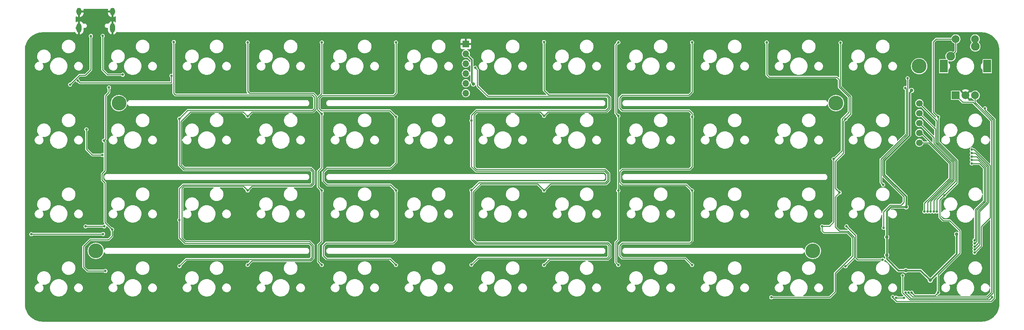
<source format=gtl>
G04 #@! TF.GenerationSoftware,KiCad,Pcbnew,(6.0.5-0)*
G04 #@! TF.CreationDate,2022-09-11T07:04:14-05:00*
G04 #@! TF.ProjectId,pcb,7063622e-6b69-4636-9164-5f7063625858,rev?*
G04 #@! TF.SameCoordinates,Original*
G04 #@! TF.FileFunction,Copper,L1,Top*
G04 #@! TF.FilePolarity,Positive*
%FSLAX46Y46*%
G04 Gerber Fmt 4.6, Leading zero omitted, Abs format (unit mm)*
G04 Created by KiCad (PCBNEW (6.0.5-0)) date 2022-09-11 07:04:14*
%MOMM*%
%LPD*%
G01*
G04 APERTURE LIST*
G04 #@! TA.AperFunction,ComponentPad*
%ADD10R,2.000000X2.000000*%
G04 #@! TD*
G04 #@! TA.AperFunction,ComponentPad*
%ADD11C,2.000000*%
G04 #@! TD*
G04 #@! TA.AperFunction,ComponentPad*
%ADD12R,2.000000X3.200000*%
G04 #@! TD*
G04 #@! TA.AperFunction,ComponentPad*
%ADD13C,3.800000*%
G04 #@! TD*
G04 #@! TA.AperFunction,ComponentPad*
%ADD14C,2.250000*%
G04 #@! TD*
G04 #@! TA.AperFunction,ComponentPad*
%ADD15O,1.700000X1.700000*%
G04 #@! TD*
G04 #@! TA.AperFunction,ComponentPad*
%ADD16R,1.700000X1.700000*%
G04 #@! TD*
G04 #@! TA.AperFunction,SMDPad,CuDef*
%ADD17O,1.300000X2.400000*%
G04 #@! TD*
G04 #@! TA.AperFunction,ComponentPad*
%ADD18O,1.300000X2.400000*%
G04 #@! TD*
G04 #@! TA.AperFunction,ComponentPad*
%ADD19O,1.300000X1.900000*%
G04 #@! TD*
G04 #@! TA.AperFunction,ComponentPad*
%ADD20C,1.700000*%
G04 #@! TD*
G04 #@! TA.AperFunction,ViaPad*
%ADD21C,0.650000*%
G04 #@! TD*
G04 #@! TA.AperFunction,ViaPad*
%ADD22C,0.900000*%
G04 #@! TD*
G04 #@! TA.AperFunction,Conductor*
%ADD23C,0.250000*%
G04 #@! TD*
G04 #@! TA.AperFunction,Conductor*
%ADD24C,0.400000*%
G04 #@! TD*
G04 APERTURE END LIST*
D10*
X317752725Y-60693950D03*
D11*
X322752725Y-60693950D03*
X320252725Y-60693950D03*
D12*
X314652725Y-53193950D03*
X325852725Y-53193950D03*
D11*
X322752725Y-46193950D03*
X317752725Y-46193950D03*
D13*
X308346661Y-53193950D03*
X286915393Y-62718958D03*
X280962271Y-100818990D03*
X96415233Y-100818990D03*
X102368363Y-62718958D03*
D14*
X316442725Y-50653950D03*
X322792725Y-48113950D03*
D15*
X191665313Y-60143950D03*
X191665313Y-49983950D03*
X191665313Y-55063950D03*
X191665313Y-57603950D03*
X191665313Y-52523950D03*
D16*
X191665313Y-47443950D03*
D17*
X92115217Y-43316450D03*
D18*
X100715217Y-43316450D03*
D19*
X100715217Y-39116450D03*
X92115217Y-39116450D03*
D18*
X92115217Y-43316450D03*
D20*
X308390225Y-67843950D03*
X308390225Y-70383950D03*
X308390225Y-72923950D03*
X308390225Y-65303950D03*
X308390225Y-62763950D03*
D21*
X115911125Y-55668950D03*
X91735725Y-56893950D03*
X98590225Y-94493950D03*
X93790225Y-94493950D03*
D22*
X299990225Y-97293950D03*
X193590225Y-57793950D03*
X306390225Y-59443950D03*
X317990225Y-96543950D03*
X304990225Y-89493950D03*
X299990225Y-101893950D03*
X304890225Y-105893950D03*
X311190225Y-108393950D03*
D21*
X305352525Y-56306250D03*
X299190225Y-94893950D03*
X93990225Y-69493950D03*
X325290225Y-64093950D03*
X301540225Y-112693950D03*
X98090225Y-76093950D03*
X289640225Y-94493950D03*
X304090225Y-107193950D03*
X327090225Y-112793950D03*
X298940225Y-103093950D03*
X98275725Y-96493950D03*
X79805225Y-96508950D03*
X100590225Y-95293950D03*
X99790225Y-58693950D03*
X98890225Y-105993950D03*
X98490225Y-72393950D03*
X117940225Y-104743950D03*
X117905225Y-66741650D03*
X117940225Y-92843950D03*
X116490625Y-46956250D03*
X135490625Y-47056250D03*
X135490625Y-85256250D03*
X135490625Y-104456250D03*
X135490625Y-66094350D03*
X154590625Y-104456250D03*
X154590625Y-47056250D03*
X154590625Y-85256250D03*
X154590625Y-65493550D03*
X173690625Y-66244350D03*
X173690625Y-85256250D03*
X173690625Y-104456250D03*
X173690625Y-47056250D03*
X322590225Y-98093950D03*
X193099994Y-67203719D03*
X193090225Y-85193950D03*
X194090225Y-53593950D03*
X321890225Y-78293950D03*
X193090225Y-104393950D03*
X211790625Y-104456250D03*
X211790625Y-85256250D03*
X211790625Y-65994350D03*
X211790625Y-46956250D03*
X321890225Y-77393950D03*
X322590225Y-98893950D03*
X230890625Y-85256250D03*
X230890625Y-47056250D03*
X322590225Y-99693950D03*
X230890625Y-65994350D03*
X230890625Y-104456250D03*
X321890225Y-76493950D03*
X321890225Y-75593950D03*
X249890625Y-104456250D03*
X249890625Y-47056250D03*
X249890625Y-85256250D03*
X249890625Y-66243550D03*
X322590225Y-100493950D03*
X321890225Y-74693950D03*
X286343215Y-77134930D03*
X269090625Y-47056250D03*
X283365225Y-94468950D03*
X322590225Y-101273453D03*
X270290225Y-112793950D03*
X289365225Y-66868950D03*
X289390225Y-104793950D03*
X287865225Y-85768950D03*
X288090625Y-47156250D03*
X304440225Y-112893950D03*
X302390225Y-112893950D03*
X103340225Y-55393950D03*
X98190225Y-45393950D03*
X95146515Y-45410167D03*
X89790225Y-57943950D03*
X299056184Y-83759929D03*
X304790225Y-58793950D03*
X313190225Y-66243950D03*
X314840225Y-86543950D03*
X306410725Y-111593950D03*
X313190225Y-111593950D03*
X293990225Y-100793950D03*
X305631222Y-111593950D03*
X304851719Y-111593950D03*
X309710722Y-90693950D03*
X310490225Y-90693950D03*
X311290225Y-90693950D03*
X312090225Y-90693950D03*
X312890225Y-90693950D03*
D23*
X92335725Y-57493950D02*
X91735725Y-56893950D01*
X115690225Y-57493950D02*
X92335725Y-57493950D01*
X115911125Y-57273050D02*
X115690225Y-57493950D01*
X115911125Y-55668950D02*
X115911125Y-57273050D01*
X98590225Y-94493950D02*
X93790225Y-94493950D01*
D24*
X317990225Y-101593950D02*
X311190225Y-108393950D01*
X299990225Y-90593950D02*
X299990225Y-97293950D01*
X304990225Y-89493950D02*
X304990225Y-86784910D01*
X193190225Y-57393950D02*
X193190225Y-51508862D01*
X299990225Y-97293950D02*
X299990225Y-101893950D01*
X299990225Y-101893950D02*
X299990225Y-102893950D01*
X305844745Y-71018940D02*
X299344745Y-77518940D01*
X301090225Y-89493950D02*
X299990225Y-90593950D01*
X304890225Y-105893950D02*
X308690225Y-105893950D01*
X193590225Y-57793950D02*
X193190225Y-57393950D01*
X299990225Y-102893950D02*
X302990225Y-105893950D01*
X301090225Y-89493950D02*
X304990225Y-89493950D01*
X305844745Y-59989430D02*
X305844745Y-71018940D01*
X308690225Y-105893950D02*
X311190225Y-108393950D01*
X317990225Y-96543950D02*
X317990225Y-101593950D01*
X304990225Y-86784910D02*
X299344745Y-81139430D01*
X193190225Y-51508862D02*
X191665313Y-49983950D01*
X299344745Y-77518940D02*
X299344745Y-81139430D01*
X306390225Y-59443950D02*
X305844745Y-59989430D01*
X302990225Y-105893950D02*
X304890225Y-105893950D01*
D23*
X300894745Y-89039430D02*
X299190225Y-90743950D01*
X305352525Y-56306250D02*
X305390225Y-56343950D01*
X305390225Y-56343950D02*
X305390225Y-70830672D01*
X298890225Y-77330672D02*
X298890225Y-81327698D01*
X304423351Y-88260824D02*
X303644745Y-89039430D01*
X305390225Y-70830672D02*
X298890225Y-77330672D01*
X298890225Y-81327698D02*
X304423351Y-86860824D01*
X303644745Y-89039430D02*
X300894745Y-89039430D01*
X299190225Y-90743950D02*
X299190225Y-94893950D01*
X304423351Y-86860824D02*
X304423351Y-88260824D01*
X325290225Y-64520506D02*
X327720866Y-66951147D01*
X98090225Y-76093950D02*
X95490225Y-76093950D01*
X325290225Y-64093950D02*
X325290225Y-64520506D01*
X327720866Y-66951147D02*
X327720866Y-112982862D01*
X326850738Y-113852990D02*
X302529712Y-113852990D01*
X93990225Y-74593950D02*
X93990225Y-69493950D01*
X301540225Y-112863503D02*
X301540225Y-112693950D01*
X327720866Y-112982862D02*
X326850738Y-113852990D01*
X95490225Y-76093950D02*
X93990225Y-74593950D01*
X302529712Y-113852990D02*
X301540225Y-112863503D01*
X291990225Y-96843950D02*
X291990225Y-102593950D01*
X304090225Y-111652009D02*
X304090225Y-107193950D01*
X327090225Y-112793950D02*
X326410705Y-113473470D01*
X292490225Y-103093950D02*
X298940225Y-103093950D01*
X291990225Y-102593950D02*
X292490225Y-103093950D01*
X326410705Y-113473470D02*
X305911686Y-113473470D01*
X305911686Y-113473470D02*
X304090225Y-111652009D01*
X289640225Y-94493950D02*
X291990225Y-96843950D01*
X79820225Y-96493950D02*
X79805225Y-96508950D01*
X98275725Y-96493950D02*
X79820225Y-96493950D01*
X94976523Y-97960764D02*
X99623411Y-97960764D01*
X98790225Y-83293950D02*
X98040225Y-82543950D01*
X100590225Y-95293950D02*
X98790225Y-93493950D01*
X94290225Y-105993950D02*
X93272145Y-104975870D01*
X98790225Y-72693950D02*
X98490225Y-72393950D01*
X98040225Y-80943950D02*
X98790225Y-80193950D01*
X93272145Y-99665142D02*
X94976523Y-97960764D01*
X98790225Y-93493950D02*
X98790225Y-83293950D01*
X99790225Y-58693950D02*
X99790225Y-59943950D01*
X98790225Y-80193950D02*
X98790225Y-72693950D01*
X98965225Y-60768950D02*
X98965225Y-71918950D01*
X98040225Y-80943950D02*
X98040225Y-82543950D01*
X98890225Y-105993950D02*
X94290225Y-105993950D01*
X98965225Y-71918950D02*
X98490225Y-72393950D01*
X93272145Y-104975870D02*
X93272145Y-99665142D01*
X99623411Y-97960764D02*
X100590225Y-96993950D01*
X100590225Y-96993950D02*
X100590225Y-95293950D01*
X99790225Y-59943950D02*
X98965225Y-60768950D01*
X119365225Y-98868950D02*
X151328503Y-98868950D01*
X119046864Y-79887311D02*
X151646864Y-79887311D01*
X117905225Y-78745672D02*
X119046864Y-79887311D01*
X118894745Y-83789430D02*
X117940225Y-84743950D01*
X152010705Y-99551152D02*
X152010705Y-102486748D01*
X152094745Y-60598470D02*
X116894745Y-60598470D01*
X117940225Y-84743950D02*
X117940225Y-92843950D01*
X152010705Y-102486748D02*
X151508023Y-102989430D01*
X152190225Y-80430672D02*
X152190225Y-83307228D01*
X151708023Y-83789430D02*
X118894745Y-83789430D01*
X119694745Y-102989430D02*
X117940225Y-104743950D01*
X116894745Y-60598470D02*
X116490625Y-60194350D01*
X151328503Y-98868950D02*
X152010705Y-99551152D01*
X120057445Y-64589430D02*
X152208023Y-64589430D01*
X117905225Y-66741650D02*
X120057445Y-64589430D01*
X116490625Y-60194350D02*
X116490625Y-46956250D01*
X152208023Y-64589430D02*
X152725843Y-64071610D01*
X152190225Y-83307228D02*
X151708023Y-83789430D01*
X152725843Y-61229568D02*
X152094745Y-60598470D01*
X151646864Y-79887311D02*
X152190225Y-80430672D01*
X117940225Y-97443950D02*
X119365225Y-98868950D01*
X152725843Y-64071610D02*
X152725843Y-61229568D01*
X117940225Y-92843950D02*
X117940225Y-97443950D01*
X117905225Y-66741650D02*
X117905225Y-78745672D01*
X151508023Y-102989430D02*
X119694745Y-102989430D01*
X135490625Y-47056250D02*
X135490625Y-59694350D01*
X118284745Y-67449430D02*
X118284745Y-78588470D01*
X118590225Y-84630672D02*
X118590225Y-97557228D01*
X135490625Y-85256250D02*
X134403325Y-84168950D01*
X134365225Y-64968950D02*
X120765225Y-64968950D01*
X135490625Y-66094350D02*
X134365225Y-64968950D01*
X120765225Y-64968950D02*
X118284745Y-67449430D01*
X119433586Y-98400589D02*
X151396864Y-98400589D01*
X119165225Y-79468950D02*
X151765225Y-79468950D01*
X118284745Y-78588470D02*
X119165225Y-79468950D01*
X152390225Y-102643950D02*
X151665225Y-103368950D01*
X152365225Y-64968950D02*
X136616025Y-64968950D01*
X135490625Y-59694350D02*
X136015225Y-60218950D01*
X151865225Y-84168950D02*
X136577925Y-84168950D01*
X153105363Y-64228812D02*
X152365225Y-64968950D01*
X151665225Y-103368950D02*
X136577925Y-103368950D01*
X152569745Y-80273470D02*
X152569745Y-83464430D01*
X136616025Y-64968950D02*
X135490625Y-66094350D01*
X119051947Y-84168950D02*
X118590225Y-84630672D01*
X152569745Y-83464430D02*
X151865225Y-84168950D01*
X136577925Y-103368950D02*
X135490625Y-104456250D01*
X151396864Y-98400589D02*
X152390225Y-99393950D01*
X136015225Y-60218950D02*
X152415225Y-60218950D01*
X152415225Y-60218950D02*
X153105363Y-60909088D01*
X134403325Y-84168950D02*
X119051947Y-84168950D01*
X136577925Y-84168950D02*
X135490625Y-85256250D01*
X152390225Y-99393950D02*
X152390225Y-102643950D01*
X153105363Y-60909088D02*
X153105363Y-64228812D01*
X118590225Y-97557228D02*
X119433586Y-98400589D01*
X151765225Y-79468950D02*
X152569745Y-80273470D01*
X153484883Y-64387808D02*
X153484883Y-61362570D01*
X154590625Y-60256828D02*
X154590625Y-47056250D01*
X153610705Y-84276330D02*
X153610705Y-80300026D01*
X153484883Y-61362570D02*
X154590625Y-60256828D01*
X154552525Y-104456250D02*
X154590625Y-104456250D01*
X153610705Y-80300026D02*
X154590625Y-79320106D01*
X154590625Y-79320106D02*
X154590625Y-65493550D01*
X154590625Y-65493550D02*
X153484883Y-64387808D01*
X154590625Y-85256250D02*
X153610705Y-84276330D01*
X153665225Y-103568950D02*
X154552525Y-104456250D01*
X153665225Y-99268950D02*
X153665225Y-103568950D01*
X154590625Y-85256250D02*
X154590625Y-98343550D01*
X154590625Y-98343550D02*
X153665225Y-99268950D01*
X154910705Y-82751152D02*
X155953503Y-83793950D01*
X153864403Y-61519772D02*
X154640225Y-60743950D01*
X155953503Y-83793950D02*
X172228325Y-83793950D01*
X173690625Y-85256250D02*
X173690625Y-98093550D01*
X173690625Y-66244350D02*
X173690625Y-78093550D01*
X173690625Y-66244350D02*
X172090225Y-64643950D01*
X173690625Y-60093550D02*
X173690625Y-47056250D01*
X172134275Y-102899900D02*
X173690625Y-104456250D01*
X155740225Y-98793950D02*
X154965225Y-99568950D01*
X154640225Y-60743950D02*
X173040225Y-60743950D01*
X173690625Y-78093550D02*
X172290225Y-79493950D01*
X173690625Y-98093550D02*
X172990225Y-98793950D01*
X172228325Y-83793950D02*
X173690625Y-85256250D01*
X154965225Y-102068950D02*
X155796175Y-102899900D01*
X172290225Y-79493950D02*
X155953503Y-79493950D01*
X153864403Y-64068128D02*
X153864403Y-61519772D01*
X173040225Y-60743950D02*
X173690625Y-60093550D01*
X155796175Y-102899900D02*
X172134275Y-102899900D01*
X172090225Y-64643950D02*
X172065225Y-64668950D01*
X172065225Y-64668950D02*
X154465225Y-64668950D01*
X154965225Y-99568950D02*
X154965225Y-102068950D01*
X172990225Y-98793950D02*
X155740225Y-98793950D01*
X155953503Y-79493950D02*
X154910705Y-80536748D01*
X154465225Y-64668950D02*
X153864403Y-64068128D01*
X154910705Y-80536748D02*
X154910705Y-82751152D01*
X228490225Y-102207228D02*
X228051673Y-102645780D01*
X194276384Y-99080109D02*
X228039662Y-99080109D01*
X194385705Y-64589430D02*
X227708023Y-64589430D01*
X228365225Y-61405672D02*
X227908023Y-60948470D01*
X194265225Y-80268950D02*
X227365225Y-80268950D01*
X197300081Y-60948470D02*
X194642893Y-58291282D01*
X193090225Y-97893950D02*
X194276384Y-99080109D01*
X228110705Y-81014430D02*
X227365225Y-80268950D01*
X227708023Y-64589430D02*
X228365225Y-63932228D01*
X193099994Y-67203719D02*
X193099994Y-65875141D01*
X193099994Y-65875141D02*
X194385705Y-64589430D01*
X194642893Y-58291282D02*
X194642893Y-54146618D01*
X323890225Y-78293950D02*
X325064226Y-79467951D01*
X228365225Y-63932228D02*
X228365225Y-61405672D01*
X193090225Y-85193950D02*
X193090225Y-97893950D01*
X228051673Y-102645780D02*
X194838395Y-102645780D01*
X321890225Y-78293950D02*
X323890225Y-78293950D01*
X194838395Y-102645780D02*
X193090225Y-104393950D01*
X193099994Y-67203719D02*
X193099994Y-79103719D01*
X227908023Y-60948470D02*
X197300081Y-60948470D01*
X322790225Y-90193950D02*
X322790225Y-97893950D01*
X228490225Y-99530672D02*
X228490225Y-102207228D01*
X193099994Y-79103719D02*
X194265225Y-80268950D01*
X195090225Y-83193950D02*
X193090225Y-85193950D01*
X228110705Y-82623470D02*
X227540225Y-83193950D01*
X325064226Y-79467951D02*
X325064226Y-87919949D01*
X227540225Y-83193950D02*
X195090225Y-83193950D01*
X322790225Y-97893950D02*
X322590225Y-98093950D01*
X194642893Y-54146618D02*
X194090225Y-53593950D01*
X228110705Y-81014430D02*
X228110705Y-82623470D01*
X325064226Y-87919949D02*
X322790225Y-90193950D01*
X228039662Y-99080109D02*
X228490225Y-99530672D01*
X213221575Y-103025300D02*
X211790625Y-104456250D01*
X228869745Y-102364430D02*
X228208875Y-103025300D01*
X193790225Y-65743950D02*
X193790225Y-79257228D01*
X210107845Y-83573470D02*
X195560705Y-83573470D01*
X228208875Y-103025300D02*
X213221575Y-103025300D01*
X210765225Y-64968950D02*
X194565225Y-64968950D01*
X228490225Y-82793950D02*
X227710705Y-83573470D01*
X227865225Y-64968950D02*
X212816025Y-64968950D01*
X323169745Y-90351152D02*
X323169745Y-98333983D01*
X325443746Y-79310749D02*
X325443746Y-88077151D01*
X193790225Y-79257228D02*
X194383586Y-79850589D01*
X228765225Y-63608298D02*
X228765225Y-64068950D01*
X228765225Y-64068950D02*
X227865225Y-64968950D01*
X321890225Y-77393950D02*
X323526947Y-77393950D01*
X195560705Y-83573470D02*
X193469745Y-85664430D01*
X325443746Y-88077151D02*
X323169745Y-90351152D01*
X322609778Y-98893950D02*
X322590225Y-98893950D01*
X323526947Y-77393950D02*
X325443746Y-79310749D01*
X193469745Y-85664430D02*
X193469745Y-97736748D01*
X193469745Y-97736748D02*
X194433586Y-98700589D01*
X212965225Y-60568950D02*
X228065225Y-60568950D01*
X213473405Y-83573470D02*
X211790625Y-85256250D01*
X228065225Y-60568950D02*
X228769745Y-61273470D01*
X211790625Y-46956250D02*
X211790625Y-59394350D01*
X194565225Y-64968950D02*
X193790225Y-65743950D01*
X212816025Y-64968950D02*
X211790625Y-65994350D01*
X227483586Y-79850589D02*
X228490225Y-80857228D01*
X228196864Y-98700589D02*
X228869745Y-99373470D01*
X211790625Y-85256250D02*
X210107845Y-83573470D01*
X194383586Y-79850589D02*
X227483586Y-79850589D01*
X228490225Y-80857228D02*
X228490225Y-82793950D01*
X323169745Y-98333983D02*
X322609778Y-98893950D01*
X227710705Y-83573470D02*
X213473405Y-83573470D01*
X228769745Y-61273470D02*
X228769745Y-63603778D01*
X194433586Y-98700589D02*
X228196864Y-98700589D01*
X228769745Y-63603778D02*
X228765225Y-63608298D01*
X228869745Y-99373470D02*
X228869745Y-102364430D01*
X211790625Y-65994350D02*
X210765225Y-64968950D01*
X211790625Y-59394350D02*
X212965225Y-60568950D01*
X230890625Y-97943550D02*
X230265225Y-98568950D01*
X321890225Y-76493950D02*
X323163669Y-76493950D01*
X325823266Y-79153547D02*
X325823266Y-88234353D01*
X230265225Y-98568950D02*
X230265225Y-103830850D01*
X230265225Y-65368950D02*
X230265225Y-47681650D01*
X323163669Y-76493950D02*
X325823266Y-79153547D01*
X230890625Y-85256250D02*
X230890625Y-65994350D01*
X323549265Y-98754463D02*
X322609778Y-99693950D01*
X325823266Y-88234353D02*
X323549265Y-90508354D01*
X230265225Y-103830850D02*
X230890625Y-104456250D01*
X323549265Y-90508354D02*
X323549265Y-98754463D01*
X230890625Y-65994350D02*
X230265225Y-65368950D01*
X322609778Y-99693950D02*
X322590225Y-99693950D01*
X230265225Y-47681650D02*
X230890625Y-47056250D01*
X230890625Y-85256250D02*
X230890625Y-97943550D01*
X249890625Y-104456250D02*
X249852525Y-104456250D01*
X231270145Y-102073870D02*
X231270145Y-99464030D01*
X248403325Y-83768950D02*
X249890625Y-85256250D01*
X249890625Y-98243550D02*
X249890625Y-85256250D01*
X326202786Y-78996345D02*
X326202786Y-79293950D01*
X249265225Y-79768950D02*
X231965225Y-79768950D01*
X249890625Y-59843550D02*
X249065225Y-60668950D01*
X231270145Y-61364030D02*
X231270145Y-63973870D01*
X326202786Y-79293950D02*
X326202786Y-88381389D01*
X231915225Y-102718950D02*
X231270145Y-102073870D01*
X321890225Y-75593950D02*
X322800391Y-75593950D01*
X249890625Y-66243550D02*
X249890625Y-79143550D01*
X249065225Y-60668950D02*
X231965225Y-60668950D01*
X249365225Y-98768950D02*
X249890625Y-98243550D01*
X231965225Y-64668950D02*
X249165225Y-64668950D01*
X231270145Y-63973870D02*
X231965225Y-64668950D01*
X231270145Y-80464030D02*
X231270145Y-83073870D01*
X322609778Y-100493950D02*
X322590225Y-100493950D01*
X231965225Y-60668950D02*
X231270145Y-61364030D01*
X249890625Y-65394350D02*
X249890625Y-66243550D01*
X249890625Y-47056250D02*
X249890625Y-59843550D01*
X249852525Y-104456250D02*
X248115225Y-102718950D01*
X231965225Y-79768950D02*
X231270145Y-80464030D01*
X248115225Y-102718950D02*
X231915225Y-102718950D01*
X323928785Y-90665556D02*
X323928785Y-99174943D01*
X322800391Y-75593950D02*
X326128785Y-78922344D01*
X249165225Y-64668950D02*
X249890625Y-65394350D01*
X326128785Y-78922344D02*
X326202786Y-78996345D01*
X249890625Y-79143550D02*
X249265225Y-79768950D01*
X231965225Y-83768950D02*
X248403325Y-83768950D01*
X231965225Y-98768950D02*
X249365225Y-98768950D01*
X231270145Y-83073870D02*
X231965225Y-83768950D01*
X231270145Y-99464030D02*
X231965225Y-98768950D01*
X323928785Y-99174943D02*
X322609778Y-100493950D01*
X326128785Y-88465556D02*
X323928785Y-90665556D01*
X326202786Y-88381389D02*
X326190225Y-88393950D01*
X324308305Y-94575870D02*
X324308305Y-99595424D01*
X287089825Y-55993550D02*
X269689825Y-55993550D01*
X286343215Y-93390960D02*
X285265225Y-94468950D01*
X283840225Y-96093950D02*
X289853503Y-96093950D01*
X287711105Y-58551552D02*
X287711105Y-56614830D01*
X326582306Y-78839143D02*
X326582306Y-92301869D01*
X285265225Y-94468950D02*
X283365225Y-94468950D01*
X286690225Y-106593950D02*
X286690225Y-111393950D01*
X324308305Y-99595424D02*
X322630275Y-101273453D01*
X322630275Y-101273453D02*
X322590225Y-101273453D01*
X269689825Y-55993550D02*
X269090625Y-55394350D01*
X286343215Y-77134930D02*
X288490225Y-74987920D01*
X283365225Y-94468950D02*
X283365225Y-95618950D01*
X291231185Y-102052990D02*
X286690225Y-106593950D01*
X287711105Y-56614830D02*
X287089825Y-55993550D01*
X285290225Y-112793950D02*
X270290225Y-112793950D01*
X290310705Y-65023470D02*
X290310705Y-61950352D01*
X291231185Y-97471632D02*
X291231185Y-102052990D01*
X286343215Y-77134930D02*
X286343215Y-93390960D01*
X322437113Y-74693950D02*
X326582306Y-78839143D01*
X269090625Y-55394350D02*
X269090625Y-47056250D01*
X288490225Y-66843950D02*
X290310705Y-65023470D01*
X290297264Y-61137711D02*
X287711105Y-58551552D01*
X290297264Y-61936911D02*
X290297264Y-61137711D01*
X289853503Y-96093950D02*
X291231185Y-97471632D01*
X288490225Y-74987920D02*
X288490225Y-66843950D01*
X283365225Y-95618950D02*
X283840225Y-96093950D01*
X290310705Y-61950352D02*
X290297264Y-61936911D01*
X286690225Y-111393950D02*
X285290225Y-112793950D01*
X326582306Y-92301869D02*
X324308305Y-94575870D01*
X321890225Y-74693950D02*
X322437113Y-74693950D01*
X290690225Y-65493950D02*
X290690225Y-65548450D01*
X291610705Y-102573470D02*
X291610705Y-97314430D01*
X288869745Y-67364430D02*
X288869745Y-75621940D01*
X290690225Y-65543950D02*
X290690225Y-65493950D01*
X286722735Y-94626460D02*
X286722735Y-86911440D01*
X288869745Y-75621940D02*
X286722735Y-77768950D01*
X290010705Y-95714430D02*
X287810705Y-95714430D01*
X290690225Y-60993950D02*
X288090625Y-58394350D01*
X304440225Y-112893950D02*
X302390225Y-112893950D01*
X289365225Y-66868950D02*
X290690225Y-65543950D01*
X286722735Y-86911440D02*
X287865225Y-85768950D01*
X286722735Y-77768950D02*
X286722735Y-84626460D01*
X286722735Y-84626460D02*
X287865225Y-85768950D01*
X291610705Y-97314430D02*
X290010705Y-95714430D01*
X289365225Y-66868950D02*
X288869745Y-67364430D01*
X287810705Y-95714430D02*
X286722735Y-94626460D01*
X289390225Y-104793950D02*
X291610705Y-102573470D01*
X290690225Y-65493950D02*
X290690225Y-60993950D01*
X288090625Y-58394350D02*
X288090625Y-47156250D01*
X98190225Y-45393950D02*
X98190225Y-54143950D01*
X99440225Y-55393950D02*
X103340225Y-55393950D01*
X98190225Y-54143950D02*
X99440225Y-55393950D01*
X92215225Y-55518950D02*
X89790225Y-57943950D01*
X95146515Y-54087660D02*
X93715225Y-55518950D01*
X93715225Y-55518950D02*
X92215225Y-55518950D01*
X95146515Y-45410167D02*
X95146515Y-54087660D01*
X305010705Y-59014430D02*
X304790225Y-58793950D01*
X299290225Y-76393950D02*
X298510705Y-77173470D01*
X299290225Y-76393950D02*
X305010705Y-70673470D01*
X298510705Y-77173470D02*
X298510705Y-83214450D01*
X305010705Y-70673470D02*
X305010705Y-59014430D01*
X298510705Y-83214450D02*
X299056184Y-83759929D01*
X313190225Y-111593950D02*
X313190225Y-107036738D01*
X313269745Y-66323470D02*
X313190225Y-66243950D01*
X318790225Y-101436738D02*
X318790225Y-100693950D01*
X311940225Y-46959775D02*
X312706050Y-46193950D01*
X317752725Y-49343950D02*
X316442725Y-50653950D01*
X318790225Y-95593950D02*
X316190225Y-92993950D01*
X318087825Y-77507940D02*
X313269745Y-72689860D01*
X317752725Y-46193950D02*
X317752725Y-49343950D01*
X314840225Y-86543950D02*
X318087825Y-83296350D01*
X312451044Y-112333131D02*
X313190225Y-111593950D01*
X313669728Y-92173453D02*
X313669728Y-87714447D01*
X318087825Y-83296350D02*
X318087825Y-77507940D01*
X313190225Y-107036738D02*
X318790225Y-101436738D01*
X313269745Y-72689860D02*
X313269745Y-66323470D01*
X314490225Y-92993950D02*
X313669728Y-92173453D01*
X313669728Y-87714447D02*
X314840225Y-86543950D01*
X307149906Y-112333131D02*
X312451044Y-112333131D01*
X317752725Y-46193950D02*
X312706050Y-46193950D01*
X313190225Y-66243950D02*
X311940225Y-64993950D01*
X311940225Y-64993950D02*
X311940225Y-46959775D01*
X318790225Y-100693950D02*
X318790225Y-95593950D01*
X316190225Y-92993950D02*
X314490225Y-92993950D01*
X306410725Y-111593950D02*
X307149906Y-112333131D01*
X317752725Y-60693950D02*
X319552725Y-62493950D01*
X305631222Y-111634000D02*
X305631222Y-111593950D01*
X319552725Y-62493950D02*
X322190225Y-62493950D01*
X326961826Y-67265551D02*
X326961826Y-111522349D01*
X325771524Y-112712651D02*
X306709873Y-112712651D01*
X306709873Y-112712651D02*
X305631222Y-111634000D01*
X326961826Y-111522349D02*
X325771524Y-112712651D01*
X322190225Y-62493950D02*
X326961826Y-67265551D01*
X327341346Y-111679551D02*
X325926947Y-113093950D01*
X327341346Y-67108349D02*
X327341346Y-111679551D01*
X325926947Y-113093950D02*
X306190225Y-113093950D01*
X306190225Y-113093950D02*
X304851719Y-111755444D01*
X304851719Y-111755444D02*
X304851719Y-111593950D01*
X322752725Y-62519728D02*
X327341346Y-67108349D01*
X322752725Y-60693950D02*
X322752725Y-62519728D01*
X316190225Y-78293950D02*
X310820225Y-72923950D01*
X309710722Y-88563287D02*
X316190225Y-82083784D01*
X309710722Y-90693950D02*
X309710722Y-88563287D01*
X310820225Y-72923950D02*
X308390225Y-72923950D01*
X316190225Y-82083784D02*
X316190225Y-78293950D01*
X316569745Y-78136748D02*
X308816947Y-70383950D01*
X316569745Y-82240986D02*
X316569745Y-78136748D01*
X308816947Y-70383950D02*
X308390225Y-70383950D01*
X310490225Y-90693950D02*
X310490225Y-88320506D01*
X310490225Y-88320506D02*
X316569745Y-82240986D01*
X316949265Y-77979546D02*
X312131185Y-73161466D01*
X311290225Y-90693950D02*
X311290225Y-88057228D01*
X312131185Y-71584910D02*
X308390225Y-67843950D01*
X311290225Y-88057228D02*
X316949265Y-82398188D01*
X316949265Y-82398188D02*
X316949265Y-77979546D01*
X312131185Y-73161466D02*
X312131185Y-71584910D01*
X312510705Y-73004264D02*
X312510705Y-69424430D01*
X317328785Y-77822344D02*
X312510705Y-73004264D01*
X312510705Y-69424430D02*
X308390225Y-65303950D01*
X312090225Y-87793950D02*
X317328785Y-82555390D01*
X312090225Y-90693950D02*
X312090225Y-87793950D01*
X317328785Y-82555390D02*
X317328785Y-77822344D01*
X312890225Y-87593950D02*
X312890225Y-90693950D01*
X317708305Y-82775870D02*
X312890225Y-87593950D01*
X312890225Y-72847062D02*
X317708305Y-77665142D01*
X312890225Y-67263950D02*
X312890225Y-72847062D01*
X317708305Y-77665142D02*
X317708305Y-82775870D01*
X308390225Y-62763950D02*
X312890225Y-67263950D01*
G04 #@! TA.AperFunction,Conductor*
G36*
X94810024Y-38388232D02*
G01*
X96489513Y-38396084D01*
X99494815Y-38410135D01*
X99552917Y-38429314D01*
X99588649Y-38478982D01*
X99588899Y-38538493D01*
X99579015Y-38570322D01*
X99577135Y-38579168D01*
X99557559Y-38744574D01*
X99557217Y-38750370D01*
X99557217Y-38846770D01*
X99561339Y-38859455D01*
X99565460Y-38862450D01*
X100870217Y-38862450D01*
X100928408Y-38881357D01*
X100964372Y-38930857D01*
X100969217Y-38961450D01*
X100969217Y-40532179D01*
X100973339Y-40544864D01*
X100973943Y-40545303D01*
X100981091Y-40545819D01*
X101011741Y-40540552D01*
X101020468Y-40538214D01*
X101211626Y-40467692D01*
X101219788Y-40463799D01*
X101394881Y-40359629D01*
X101402200Y-40354312D01*
X101408274Y-40348985D01*
X101464491Y-40324832D01*
X101524167Y-40338335D01*
X101564510Y-40384337D01*
X101572550Y-40423417D01*
X101572550Y-41758531D01*
X101553643Y-41816722D01*
X101504143Y-41852686D01*
X101442957Y-41852686D01*
X101420722Y-41842258D01*
X101247027Y-41732665D01*
X101238974Y-41728562D01*
X101049728Y-41653061D01*
X101041070Y-41650496D01*
X100984596Y-41639262D01*
X100971351Y-41640830D01*
X100971316Y-41640862D01*
X100969217Y-41648906D01*
X100969217Y-44982179D01*
X100973339Y-44994864D01*
X100973943Y-44995303D01*
X100981091Y-44995819D01*
X101011741Y-44990552D01*
X101020468Y-44988214D01*
X101211626Y-44917692D01*
X101219788Y-44913799D01*
X101394881Y-44809629D01*
X101402206Y-44804308D01*
X101555385Y-44669974D01*
X101561611Y-44663413D01*
X101687746Y-44503411D01*
X101692671Y-44495828D01*
X101765450Y-44357498D01*
X101809277Y-44314804D01*
X101869830Y-44306024D01*
X101915870Y-44327067D01*
X101920324Y-44330722D01*
X101924112Y-44333831D01*
X101997544Y-44373088D01*
X102058059Y-44405439D01*
X102058063Y-44405441D01*
X102062351Y-44407733D01*
X102212352Y-44453246D01*
X102350923Y-44466902D01*
X102360253Y-44468437D01*
X102362165Y-44468657D01*
X102367632Y-44469925D01*
X102368350Y-44469926D01*
X102374880Y-44468437D01*
X102380095Y-44467248D01*
X102402105Y-44464770D01*
X212942702Y-44464763D01*
X324386094Y-44464755D01*
X324408280Y-44467273D01*
X324419752Y-44469911D01*
X324430625Y-44467451D01*
X324437560Y-44467463D01*
X324452150Y-44466154D01*
X324556108Y-44470693D01*
X324813403Y-44481928D01*
X324822006Y-44482681D01*
X325208013Y-44533500D01*
X325216519Y-44535000D01*
X325596625Y-44619268D01*
X325604966Y-44621503D01*
X325976296Y-44738583D01*
X325984398Y-44741531D01*
X326253085Y-44852825D01*
X326344110Y-44890529D01*
X326351937Y-44894179D01*
X326411653Y-44925265D01*
X326697289Y-45073957D01*
X326704749Y-45078263D01*
X327033147Y-45287476D01*
X327040199Y-45292414D01*
X327349094Y-45529436D01*
X327355694Y-45534975D01*
X327491009Y-45658967D01*
X327642756Y-45798017D01*
X327648863Y-45804124D01*
X327720094Y-45881858D01*
X327907377Y-46086240D01*
X327911895Y-46091171D01*
X327917446Y-46097785D01*
X328154481Y-46406692D01*
X328159407Y-46413727D01*
X328368619Y-46742121D01*
X328372930Y-46749589D01*
X328552709Y-47094939D01*
X328556359Y-47102766D01*
X328622695Y-47262911D01*
X328704124Y-47459493D01*
X328705355Y-47462466D01*
X328708307Y-47470576D01*
X328781957Y-47704158D01*
X328825391Y-47841909D01*
X328827625Y-47850248D01*
X328909035Y-48217451D01*
X328911895Y-48230353D01*
X328913395Y-48238858D01*
X328964217Y-48624867D01*
X328964970Y-48633471D01*
X328980718Y-48994092D01*
X328979471Y-49007727D01*
X328979458Y-49015539D01*
X328976960Y-49026402D01*
X328979421Y-49037277D01*
X328979674Y-49038395D01*
X328982116Y-49060246D01*
X328982116Y-114477172D01*
X328979598Y-114499358D01*
X328976960Y-114510830D01*
X328979420Y-114521703D01*
X328979408Y-114528637D01*
X328980717Y-114543228D01*
X328964945Y-114904480D01*
X328964192Y-114913084D01*
X328940540Y-115092747D01*
X328913373Y-115299103D01*
X328911877Y-115307589D01*
X328897192Y-115373828D01*
X328827609Y-115687700D01*
X328825374Y-115696043D01*
X328708294Y-116067373D01*
X328705340Y-116075488D01*
X328556350Y-116435185D01*
X328552700Y-116443013D01*
X328372923Y-116788365D01*
X328368612Y-116795833D01*
X328159409Y-117124217D01*
X328154459Y-117131286D01*
X327917447Y-117440168D01*
X327911903Y-117446775D01*
X327911896Y-117446784D01*
X327648860Y-117733838D01*
X327642753Y-117739945D01*
X327355701Y-118002981D01*
X327349089Y-118008530D01*
X327040197Y-118245551D01*
X327033135Y-118250496D01*
X326704749Y-118459703D01*
X326697293Y-118464007D01*
X326473458Y-118580529D01*
X326351937Y-118643789D01*
X326344110Y-118647439D01*
X325984405Y-118796435D01*
X325976289Y-118799389D01*
X325604967Y-118916467D01*
X325596625Y-118918702D01*
X325216519Y-119002971D01*
X325208013Y-119004471D01*
X324822006Y-119055290D01*
X324813403Y-119056043D01*
X324452754Y-119071790D01*
X324439184Y-119070549D01*
X324431335Y-119070535D01*
X324420470Y-119068037D01*
X324409599Y-119070497D01*
X324409597Y-119070497D01*
X324408472Y-119070752D01*
X324386622Y-119073193D01*
X82757049Y-119073193D01*
X82734866Y-119070675D01*
X82723392Y-119068037D01*
X82712519Y-119070497D01*
X82705585Y-119070485D01*
X82690994Y-119071794D01*
X82329739Y-119056024D01*
X82321136Y-119055271D01*
X82089905Y-119024830D01*
X81935125Y-119004454D01*
X81926627Y-119002956D01*
X81546515Y-118918689D01*
X81538174Y-118916454D01*
X81166842Y-118799376D01*
X81158741Y-118796428D01*
X80799033Y-118647433D01*
X80791206Y-118643783D01*
X80511794Y-118498333D01*
X80445850Y-118464005D01*
X80438395Y-118459702D01*
X80109997Y-118250491D01*
X80102931Y-118245543D01*
X79814102Y-118023918D01*
X79794042Y-118008526D01*
X79787442Y-118002987D01*
X79500379Y-117739944D01*
X79494272Y-117733837D01*
X79231235Y-117446784D01*
X79225683Y-117440168D01*
X78988665Y-117131280D01*
X78983719Y-117124217D01*
X78774522Y-116795845D01*
X78774513Y-116795831D01*
X78770207Y-116788371D01*
X78590425Y-116443013D01*
X78586778Y-116435192D01*
X78493607Y-116210258D01*
X78437780Y-116075480D01*
X78434829Y-116067371D01*
X78349562Y-115796937D01*
X78317750Y-115696042D01*
X78315515Y-115687701D01*
X78245932Y-115373830D01*
X78231247Y-115307590D01*
X78229749Y-115299095D01*
X78178931Y-114913085D01*
X78178178Y-114904481D01*
X78162433Y-114543832D01*
X78163674Y-114530259D01*
X78163688Y-114522413D01*
X78166186Y-114511548D01*
X78163471Y-114499548D01*
X78161030Y-114477701D01*
X78161030Y-110288719D01*
X80680955Y-110288719D01*
X80690884Y-110503256D01*
X80703609Y-110556056D01*
X80736267Y-110691562D01*
X80741203Y-110712044D01*
X80830094Y-110907550D01*
X80954351Y-111082720D01*
X81109490Y-111231234D01*
X81289914Y-111347732D01*
X81294275Y-111349490D01*
X81294276Y-111349490D01*
X81484749Y-111426253D01*
X81484752Y-111426254D01*
X81489112Y-111428011D01*
X81493725Y-111428912D01*
X81493729Y-111428913D01*
X81696401Y-111468492D01*
X81696408Y-111468493D01*
X81699896Y-111469174D01*
X81705539Y-111469450D01*
X81863889Y-111469450D01*
X81961924Y-111460097D01*
X82019327Y-111454620D01*
X82019330Y-111454620D01*
X82024020Y-111454172D01*
X82230101Y-111393715D01*
X82421032Y-111295379D01*
X82577721Y-111172298D01*
X82586220Y-111165622D01*
X82586221Y-111165621D01*
X82589923Y-111162713D01*
X82593008Y-111159158D01*
X82593011Y-111159155D01*
X82727591Y-111004064D01*
X82727592Y-111004063D01*
X82730680Y-111000504D01*
X82741149Y-110982409D01*
X82835868Y-110818681D01*
X82838226Y-110814605D01*
X82908678Y-110611724D01*
X82939495Y-110399181D01*
X82939119Y-110391058D01*
X84641295Y-110391058D01*
X84667281Y-110688080D01*
X84673659Y-110716613D01*
X84717198Y-110911393D01*
X84732322Y-110979055D01*
X84835275Y-111258873D01*
X84875376Y-111334931D01*
X84972803Y-111519719D01*
X84972807Y-111519726D01*
X84974331Y-111522616D01*
X85147047Y-111765651D01*
X85350389Y-111983709D01*
X85352925Y-111985792D01*
X85352926Y-111985793D01*
X85578245Y-112170873D01*
X85578250Y-112170877D01*
X85580784Y-112172958D01*
X85687101Y-112238877D01*
X85760503Y-112284388D01*
X85834185Y-112330073D01*
X85837182Y-112331420D01*
X85837186Y-112331422D01*
X85989875Y-112400043D01*
X86106139Y-112452294D01*
X86391869Y-112537473D01*
X86395110Y-112537986D01*
X86395113Y-112537987D01*
X86468076Y-112549543D01*
X86686354Y-112584115D01*
X86757114Y-112587328D01*
X86778509Y-112588300D01*
X86778515Y-112588300D01*
X86779613Y-112588350D01*
X86965850Y-112588350D01*
X87187726Y-112573613D01*
X87379566Y-112534931D01*
X87476772Y-112515331D01*
X87476777Y-112515330D01*
X87479999Y-112514680D01*
X87614261Y-112468450D01*
X87758799Y-112418682D01*
X87758805Y-112418679D01*
X87761911Y-112417610D01*
X87810927Y-112393065D01*
X87894797Y-112351066D01*
X88028509Y-112284108D01*
X88275108Y-112116520D01*
X88289736Y-112103441D01*
X88494926Y-111919980D01*
X88494929Y-111919976D01*
X88497376Y-111917789D01*
X88543380Y-111864116D01*
X88652222Y-111737127D01*
X88691409Y-111691407D01*
X88853796Y-111441353D01*
X88858654Y-111431124D01*
X88980279Y-111174981D01*
X88981686Y-111172018D01*
X89072831Y-110888135D01*
X89123402Y-110607067D01*
X89125046Y-110597932D01*
X89125046Y-110597930D01*
X89125629Y-110594691D01*
X89139155Y-110296842D01*
X89138444Y-110288719D01*
X90840955Y-110288719D01*
X90850884Y-110503256D01*
X90863609Y-110556056D01*
X90896267Y-110691562D01*
X90901203Y-110712044D01*
X90990094Y-110907550D01*
X91114351Y-111082720D01*
X91269490Y-111231234D01*
X91449914Y-111347732D01*
X91454275Y-111349490D01*
X91454276Y-111349490D01*
X91644749Y-111426253D01*
X91644752Y-111426254D01*
X91649112Y-111428011D01*
X91653725Y-111428912D01*
X91653729Y-111428913D01*
X91856401Y-111468492D01*
X91856408Y-111468493D01*
X91859896Y-111469174D01*
X91865539Y-111469450D01*
X92023889Y-111469450D01*
X92121924Y-111460097D01*
X92179327Y-111454620D01*
X92179330Y-111454620D01*
X92184020Y-111454172D01*
X92390101Y-111393715D01*
X92581032Y-111295379D01*
X92737721Y-111172298D01*
X92746220Y-111165622D01*
X92746221Y-111165621D01*
X92749923Y-111162713D01*
X92753008Y-111159158D01*
X92753011Y-111159155D01*
X92887591Y-111004064D01*
X92887592Y-111004063D01*
X92890680Y-111000504D01*
X92901149Y-110982409D01*
X92995868Y-110818681D01*
X92998226Y-110814605D01*
X93068678Y-110611724D01*
X93099495Y-110399181D01*
X93094383Y-110288719D01*
X99730955Y-110288719D01*
X99740884Y-110503256D01*
X99753609Y-110556056D01*
X99786267Y-110691562D01*
X99791203Y-110712044D01*
X99880094Y-110907550D01*
X100004351Y-111082720D01*
X100159490Y-111231234D01*
X100339914Y-111347732D01*
X100344275Y-111349490D01*
X100344276Y-111349490D01*
X100534749Y-111426253D01*
X100534752Y-111426254D01*
X100539112Y-111428011D01*
X100543725Y-111428912D01*
X100543729Y-111428913D01*
X100746401Y-111468492D01*
X100746408Y-111468493D01*
X100749896Y-111469174D01*
X100755539Y-111469450D01*
X100913889Y-111469450D01*
X101011924Y-111460097D01*
X101069327Y-111454620D01*
X101069330Y-111454620D01*
X101074020Y-111454172D01*
X101280101Y-111393715D01*
X101471032Y-111295379D01*
X101627721Y-111172298D01*
X101636220Y-111165622D01*
X101636221Y-111165621D01*
X101639923Y-111162713D01*
X101643008Y-111159158D01*
X101643011Y-111159155D01*
X101777591Y-111004064D01*
X101777592Y-111004063D01*
X101780680Y-111000504D01*
X101791149Y-110982409D01*
X101885868Y-110818681D01*
X101888226Y-110814605D01*
X101958678Y-110611724D01*
X101989495Y-110399181D01*
X101989119Y-110391058D01*
X103691295Y-110391058D01*
X103717281Y-110688080D01*
X103723659Y-110716613D01*
X103767198Y-110911393D01*
X103782322Y-110979055D01*
X103885275Y-111258873D01*
X103925376Y-111334931D01*
X104022803Y-111519719D01*
X104022807Y-111519726D01*
X104024331Y-111522616D01*
X104197047Y-111765651D01*
X104400389Y-111983709D01*
X104402925Y-111985792D01*
X104402926Y-111985793D01*
X104628245Y-112170873D01*
X104628250Y-112170877D01*
X104630784Y-112172958D01*
X104737101Y-112238877D01*
X104810503Y-112284388D01*
X104884185Y-112330073D01*
X104887182Y-112331420D01*
X104887186Y-112331422D01*
X105039875Y-112400043D01*
X105156139Y-112452294D01*
X105441869Y-112537473D01*
X105445110Y-112537986D01*
X105445113Y-112537987D01*
X105518076Y-112549543D01*
X105736354Y-112584115D01*
X105807114Y-112587328D01*
X105828509Y-112588300D01*
X105828515Y-112588300D01*
X105829613Y-112588350D01*
X106015850Y-112588350D01*
X106237726Y-112573613D01*
X106429566Y-112534931D01*
X106526772Y-112515331D01*
X106526777Y-112515330D01*
X106529999Y-112514680D01*
X106664261Y-112468450D01*
X106808799Y-112418682D01*
X106808805Y-112418679D01*
X106811911Y-112417610D01*
X106860927Y-112393065D01*
X106944797Y-112351066D01*
X107078509Y-112284108D01*
X107325108Y-112116520D01*
X107339736Y-112103441D01*
X107544926Y-111919980D01*
X107544929Y-111919976D01*
X107547376Y-111917789D01*
X107593380Y-111864116D01*
X107702222Y-111737127D01*
X107741409Y-111691407D01*
X107903796Y-111441353D01*
X107908654Y-111431124D01*
X108030279Y-111174981D01*
X108031686Y-111172018D01*
X108122831Y-110888135D01*
X108173402Y-110607067D01*
X108175046Y-110597932D01*
X108175046Y-110597930D01*
X108175629Y-110594691D01*
X108189155Y-110296842D01*
X108188444Y-110288719D01*
X109890955Y-110288719D01*
X109900884Y-110503256D01*
X109913609Y-110556056D01*
X109946267Y-110691562D01*
X109951203Y-110712044D01*
X110040094Y-110907550D01*
X110164351Y-111082720D01*
X110319490Y-111231234D01*
X110499914Y-111347732D01*
X110504275Y-111349490D01*
X110504276Y-111349490D01*
X110694749Y-111426253D01*
X110694752Y-111426254D01*
X110699112Y-111428011D01*
X110703725Y-111428912D01*
X110703729Y-111428913D01*
X110906401Y-111468492D01*
X110906408Y-111468493D01*
X110909896Y-111469174D01*
X110915539Y-111469450D01*
X111073889Y-111469450D01*
X111171924Y-111460097D01*
X111229327Y-111454620D01*
X111229330Y-111454620D01*
X111234020Y-111454172D01*
X111440101Y-111393715D01*
X111631032Y-111295379D01*
X111787721Y-111172298D01*
X111796220Y-111165622D01*
X111796221Y-111165621D01*
X111799923Y-111162713D01*
X111803008Y-111159158D01*
X111803011Y-111159155D01*
X111937591Y-111004064D01*
X111937592Y-111004063D01*
X111940680Y-111000504D01*
X111951149Y-110982409D01*
X112045868Y-110818681D01*
X112048226Y-110814605D01*
X112118678Y-110611724D01*
X112149495Y-110399181D01*
X112144383Y-110288719D01*
X118780955Y-110288719D01*
X118790884Y-110503256D01*
X118803609Y-110556056D01*
X118836267Y-110691562D01*
X118841203Y-110712044D01*
X118930094Y-110907550D01*
X119054351Y-111082720D01*
X119209490Y-111231234D01*
X119389914Y-111347732D01*
X119394275Y-111349490D01*
X119394276Y-111349490D01*
X119584749Y-111426253D01*
X119584752Y-111426254D01*
X119589112Y-111428011D01*
X119593725Y-111428912D01*
X119593729Y-111428913D01*
X119796401Y-111468492D01*
X119796408Y-111468493D01*
X119799896Y-111469174D01*
X119805539Y-111469450D01*
X119963889Y-111469450D01*
X120061924Y-111460097D01*
X120119327Y-111454620D01*
X120119330Y-111454620D01*
X120124020Y-111454172D01*
X120330101Y-111393715D01*
X120521032Y-111295379D01*
X120677721Y-111172298D01*
X120686220Y-111165622D01*
X120686221Y-111165621D01*
X120689923Y-111162713D01*
X120693008Y-111159158D01*
X120693011Y-111159155D01*
X120827591Y-111004064D01*
X120827592Y-111004063D01*
X120830680Y-111000504D01*
X120841149Y-110982409D01*
X120935868Y-110818681D01*
X120938226Y-110814605D01*
X121008678Y-110611724D01*
X121039495Y-110399181D01*
X121039119Y-110391058D01*
X122741295Y-110391058D01*
X122767281Y-110688080D01*
X122773659Y-110716613D01*
X122817198Y-110911393D01*
X122832322Y-110979055D01*
X122935275Y-111258873D01*
X122975376Y-111334931D01*
X123072803Y-111519719D01*
X123072807Y-111519726D01*
X123074331Y-111522616D01*
X123247047Y-111765651D01*
X123450389Y-111983709D01*
X123452925Y-111985792D01*
X123452926Y-111985793D01*
X123678245Y-112170873D01*
X123678250Y-112170877D01*
X123680784Y-112172958D01*
X123787101Y-112238877D01*
X123860503Y-112284388D01*
X123934185Y-112330073D01*
X123937182Y-112331420D01*
X123937186Y-112331422D01*
X124089875Y-112400043D01*
X124206139Y-112452294D01*
X124491869Y-112537473D01*
X124495110Y-112537986D01*
X124495113Y-112537987D01*
X124568076Y-112549543D01*
X124786354Y-112584115D01*
X124857114Y-112587328D01*
X124878509Y-112588300D01*
X124878515Y-112588300D01*
X124879613Y-112588350D01*
X125065850Y-112588350D01*
X125287726Y-112573613D01*
X125479566Y-112534931D01*
X125576772Y-112515331D01*
X125576777Y-112515330D01*
X125579999Y-112514680D01*
X125714261Y-112468450D01*
X125858799Y-112418682D01*
X125858805Y-112418679D01*
X125861911Y-112417610D01*
X125910927Y-112393065D01*
X125994797Y-112351066D01*
X126128509Y-112284108D01*
X126375108Y-112116520D01*
X126389736Y-112103441D01*
X126594926Y-111919980D01*
X126594929Y-111919976D01*
X126597376Y-111917789D01*
X126643380Y-111864116D01*
X126752222Y-111737127D01*
X126791409Y-111691407D01*
X126953796Y-111441353D01*
X126958654Y-111431124D01*
X127080279Y-111174981D01*
X127081686Y-111172018D01*
X127172831Y-110888135D01*
X127223402Y-110607067D01*
X127225046Y-110597932D01*
X127225046Y-110597930D01*
X127225629Y-110594691D01*
X127239155Y-110296842D01*
X127238444Y-110288719D01*
X128940955Y-110288719D01*
X128950884Y-110503256D01*
X128963609Y-110556056D01*
X128996267Y-110691562D01*
X129001203Y-110712044D01*
X129090094Y-110907550D01*
X129214351Y-111082720D01*
X129369490Y-111231234D01*
X129549914Y-111347732D01*
X129554275Y-111349490D01*
X129554276Y-111349490D01*
X129744749Y-111426253D01*
X129744752Y-111426254D01*
X129749112Y-111428011D01*
X129753725Y-111428912D01*
X129753729Y-111428913D01*
X129956401Y-111468492D01*
X129956408Y-111468493D01*
X129959896Y-111469174D01*
X129965539Y-111469450D01*
X130123889Y-111469450D01*
X130221924Y-111460097D01*
X130279327Y-111454620D01*
X130279330Y-111454620D01*
X130284020Y-111454172D01*
X130490101Y-111393715D01*
X130681032Y-111295379D01*
X130837721Y-111172298D01*
X130846220Y-111165622D01*
X130846221Y-111165621D01*
X130849923Y-111162713D01*
X130853008Y-111159158D01*
X130853011Y-111159155D01*
X130987591Y-111004064D01*
X130987592Y-111004063D01*
X130990680Y-111000504D01*
X131001149Y-110982409D01*
X131095868Y-110818681D01*
X131098226Y-110814605D01*
X131168678Y-110611724D01*
X131199495Y-110399181D01*
X131194383Y-110288719D01*
X137830955Y-110288719D01*
X137840884Y-110503256D01*
X137853609Y-110556056D01*
X137886267Y-110691562D01*
X137891203Y-110712044D01*
X137980094Y-110907550D01*
X138104351Y-111082720D01*
X138259490Y-111231234D01*
X138439914Y-111347732D01*
X138444275Y-111349490D01*
X138444276Y-111349490D01*
X138634749Y-111426253D01*
X138634752Y-111426254D01*
X138639112Y-111428011D01*
X138643725Y-111428912D01*
X138643729Y-111428913D01*
X138846401Y-111468492D01*
X138846408Y-111468493D01*
X138849896Y-111469174D01*
X138855539Y-111469450D01*
X139013889Y-111469450D01*
X139111924Y-111460097D01*
X139169327Y-111454620D01*
X139169330Y-111454620D01*
X139174020Y-111454172D01*
X139380101Y-111393715D01*
X139571032Y-111295379D01*
X139727721Y-111172298D01*
X139736220Y-111165622D01*
X139736221Y-111165621D01*
X139739923Y-111162713D01*
X139743008Y-111159158D01*
X139743011Y-111159155D01*
X139877591Y-111004064D01*
X139877592Y-111004063D01*
X139880680Y-111000504D01*
X139891149Y-110982409D01*
X139985868Y-110818681D01*
X139988226Y-110814605D01*
X140058678Y-110611724D01*
X140089495Y-110399181D01*
X140089119Y-110391058D01*
X141791295Y-110391058D01*
X141817281Y-110688080D01*
X141823659Y-110716613D01*
X141867198Y-110911393D01*
X141882322Y-110979055D01*
X141985275Y-111258873D01*
X142025376Y-111334931D01*
X142122803Y-111519719D01*
X142122807Y-111519726D01*
X142124331Y-111522616D01*
X142297047Y-111765651D01*
X142500389Y-111983709D01*
X142502925Y-111985792D01*
X142502926Y-111985793D01*
X142728245Y-112170873D01*
X142728250Y-112170877D01*
X142730784Y-112172958D01*
X142837101Y-112238877D01*
X142910503Y-112284388D01*
X142984185Y-112330073D01*
X142987182Y-112331420D01*
X142987186Y-112331422D01*
X143139875Y-112400043D01*
X143256139Y-112452294D01*
X143541869Y-112537473D01*
X143545110Y-112537986D01*
X143545113Y-112537987D01*
X143618076Y-112549543D01*
X143836354Y-112584115D01*
X143907114Y-112587328D01*
X143928509Y-112588300D01*
X143928515Y-112588300D01*
X143929613Y-112588350D01*
X144115850Y-112588350D01*
X144337726Y-112573613D01*
X144529566Y-112534931D01*
X144626772Y-112515331D01*
X144626777Y-112515330D01*
X144629999Y-112514680D01*
X144764261Y-112468450D01*
X144908799Y-112418682D01*
X144908805Y-112418679D01*
X144911911Y-112417610D01*
X144960927Y-112393065D01*
X145044797Y-112351066D01*
X145178509Y-112284108D01*
X145425108Y-112116520D01*
X145439736Y-112103441D01*
X145644926Y-111919980D01*
X145644929Y-111919976D01*
X145647376Y-111917789D01*
X145693380Y-111864116D01*
X145802222Y-111737127D01*
X145841409Y-111691407D01*
X146003796Y-111441353D01*
X146008654Y-111431124D01*
X146130279Y-111174981D01*
X146131686Y-111172018D01*
X146222831Y-110888135D01*
X146273402Y-110607067D01*
X146275046Y-110597932D01*
X146275046Y-110597930D01*
X146275629Y-110594691D01*
X146289155Y-110296842D01*
X146288444Y-110288719D01*
X147990955Y-110288719D01*
X148000884Y-110503256D01*
X148013609Y-110556056D01*
X148046267Y-110691562D01*
X148051203Y-110712044D01*
X148140094Y-110907550D01*
X148264351Y-111082720D01*
X148419490Y-111231234D01*
X148599914Y-111347732D01*
X148604275Y-111349490D01*
X148604276Y-111349490D01*
X148794749Y-111426253D01*
X148794752Y-111426254D01*
X148799112Y-111428011D01*
X148803725Y-111428912D01*
X148803729Y-111428913D01*
X149006401Y-111468492D01*
X149006408Y-111468493D01*
X149009896Y-111469174D01*
X149015539Y-111469450D01*
X149173889Y-111469450D01*
X149271924Y-111460097D01*
X149329327Y-111454620D01*
X149329330Y-111454620D01*
X149334020Y-111454172D01*
X149540101Y-111393715D01*
X149731032Y-111295379D01*
X149887721Y-111172298D01*
X149896220Y-111165622D01*
X149896221Y-111165621D01*
X149899923Y-111162713D01*
X149903008Y-111159158D01*
X149903011Y-111159155D01*
X150037591Y-111004064D01*
X150037592Y-111004063D01*
X150040680Y-111000504D01*
X150051149Y-110982409D01*
X150145868Y-110818681D01*
X150148226Y-110814605D01*
X150218678Y-110611724D01*
X150249495Y-110399181D01*
X150244383Y-110288719D01*
X156880955Y-110288719D01*
X156890884Y-110503256D01*
X156903609Y-110556056D01*
X156936267Y-110691562D01*
X156941203Y-110712044D01*
X157030094Y-110907550D01*
X157154351Y-111082720D01*
X157309490Y-111231234D01*
X157489914Y-111347732D01*
X157494275Y-111349490D01*
X157494276Y-111349490D01*
X157684749Y-111426253D01*
X157684752Y-111426254D01*
X157689112Y-111428011D01*
X157693725Y-111428912D01*
X157693729Y-111428913D01*
X157896401Y-111468492D01*
X157896408Y-111468493D01*
X157899896Y-111469174D01*
X157905539Y-111469450D01*
X158063889Y-111469450D01*
X158161924Y-111460097D01*
X158219327Y-111454620D01*
X158219330Y-111454620D01*
X158224020Y-111454172D01*
X158430101Y-111393715D01*
X158621032Y-111295379D01*
X158777721Y-111172298D01*
X158786220Y-111165622D01*
X158786221Y-111165621D01*
X158789923Y-111162713D01*
X158793008Y-111159158D01*
X158793011Y-111159155D01*
X158927591Y-111004064D01*
X158927592Y-111004063D01*
X158930680Y-111000504D01*
X158941149Y-110982409D01*
X159035868Y-110818681D01*
X159038226Y-110814605D01*
X159108678Y-110611724D01*
X159139495Y-110399181D01*
X159139119Y-110391058D01*
X160841295Y-110391058D01*
X160867281Y-110688080D01*
X160873659Y-110716613D01*
X160917198Y-110911393D01*
X160932322Y-110979055D01*
X161035275Y-111258873D01*
X161075376Y-111334931D01*
X161172803Y-111519719D01*
X161172807Y-111519726D01*
X161174331Y-111522616D01*
X161347047Y-111765651D01*
X161550389Y-111983709D01*
X161552925Y-111985792D01*
X161552926Y-111985793D01*
X161778245Y-112170873D01*
X161778250Y-112170877D01*
X161780784Y-112172958D01*
X161887101Y-112238877D01*
X161960503Y-112284388D01*
X162034185Y-112330073D01*
X162037182Y-112331420D01*
X162037186Y-112331422D01*
X162189875Y-112400043D01*
X162306139Y-112452294D01*
X162591869Y-112537473D01*
X162595110Y-112537986D01*
X162595113Y-112537987D01*
X162668076Y-112549543D01*
X162886354Y-112584115D01*
X162957114Y-112587328D01*
X162978509Y-112588300D01*
X162978515Y-112588300D01*
X162979613Y-112588350D01*
X163165850Y-112588350D01*
X163387726Y-112573613D01*
X163579566Y-112534931D01*
X163676772Y-112515331D01*
X163676777Y-112515330D01*
X163679999Y-112514680D01*
X163814261Y-112468450D01*
X163958799Y-112418682D01*
X163958805Y-112418679D01*
X163961911Y-112417610D01*
X164010927Y-112393065D01*
X164094797Y-112351066D01*
X164228509Y-112284108D01*
X164475108Y-112116520D01*
X164489736Y-112103441D01*
X164694926Y-111919980D01*
X164694929Y-111919976D01*
X164697376Y-111917789D01*
X164743380Y-111864116D01*
X164852222Y-111737127D01*
X164891409Y-111691407D01*
X165053796Y-111441353D01*
X165058654Y-111431124D01*
X165180279Y-111174981D01*
X165181686Y-111172018D01*
X165272831Y-110888135D01*
X165323402Y-110607067D01*
X165325046Y-110597932D01*
X165325046Y-110597930D01*
X165325629Y-110594691D01*
X165339155Y-110296842D01*
X165338444Y-110288719D01*
X167040955Y-110288719D01*
X167050884Y-110503256D01*
X167063609Y-110556056D01*
X167096267Y-110691562D01*
X167101203Y-110712044D01*
X167190094Y-110907550D01*
X167314351Y-111082720D01*
X167469490Y-111231234D01*
X167649914Y-111347732D01*
X167654275Y-111349490D01*
X167654276Y-111349490D01*
X167844749Y-111426253D01*
X167844752Y-111426254D01*
X167849112Y-111428011D01*
X167853725Y-111428912D01*
X167853729Y-111428913D01*
X168056401Y-111468492D01*
X168056408Y-111468493D01*
X168059896Y-111469174D01*
X168065539Y-111469450D01*
X168223889Y-111469450D01*
X168321924Y-111460097D01*
X168379327Y-111454620D01*
X168379330Y-111454620D01*
X168384020Y-111454172D01*
X168590101Y-111393715D01*
X168781032Y-111295379D01*
X168937721Y-111172298D01*
X168946220Y-111165622D01*
X168946221Y-111165621D01*
X168949923Y-111162713D01*
X168953008Y-111159158D01*
X168953011Y-111159155D01*
X169087591Y-111004064D01*
X169087592Y-111004063D01*
X169090680Y-111000504D01*
X169101149Y-110982409D01*
X169195868Y-110818681D01*
X169198226Y-110814605D01*
X169268678Y-110611724D01*
X169299495Y-110399181D01*
X169294383Y-110288719D01*
X175930955Y-110288719D01*
X175940884Y-110503256D01*
X175953609Y-110556056D01*
X175986267Y-110691562D01*
X175991203Y-110712044D01*
X176080094Y-110907550D01*
X176204351Y-111082720D01*
X176359490Y-111231234D01*
X176539914Y-111347732D01*
X176544275Y-111349490D01*
X176544276Y-111349490D01*
X176734749Y-111426253D01*
X176734752Y-111426254D01*
X176739112Y-111428011D01*
X176743725Y-111428912D01*
X176743729Y-111428913D01*
X176946401Y-111468492D01*
X176946408Y-111468493D01*
X176949896Y-111469174D01*
X176955539Y-111469450D01*
X177113889Y-111469450D01*
X177211924Y-111460097D01*
X177269327Y-111454620D01*
X177269330Y-111454620D01*
X177274020Y-111454172D01*
X177480101Y-111393715D01*
X177671032Y-111295379D01*
X177827721Y-111172298D01*
X177836220Y-111165622D01*
X177836221Y-111165621D01*
X177839923Y-111162713D01*
X177843008Y-111159158D01*
X177843011Y-111159155D01*
X177977591Y-111004064D01*
X177977592Y-111004063D01*
X177980680Y-111000504D01*
X177991149Y-110982409D01*
X178085868Y-110818681D01*
X178088226Y-110814605D01*
X178158678Y-110611724D01*
X178189495Y-110399181D01*
X178189119Y-110391058D01*
X179891295Y-110391058D01*
X179917281Y-110688080D01*
X179923659Y-110716613D01*
X179967198Y-110911393D01*
X179982322Y-110979055D01*
X180085275Y-111258873D01*
X180125376Y-111334931D01*
X180222803Y-111519719D01*
X180222807Y-111519726D01*
X180224331Y-111522616D01*
X180397047Y-111765651D01*
X180600389Y-111983709D01*
X180602925Y-111985792D01*
X180602926Y-111985793D01*
X180828245Y-112170873D01*
X180828250Y-112170877D01*
X180830784Y-112172958D01*
X180937101Y-112238877D01*
X181010503Y-112284388D01*
X181084185Y-112330073D01*
X181087182Y-112331420D01*
X181087186Y-112331422D01*
X181239875Y-112400043D01*
X181356139Y-112452294D01*
X181641869Y-112537473D01*
X181645110Y-112537986D01*
X181645113Y-112537987D01*
X181718076Y-112549543D01*
X181936354Y-112584115D01*
X182007114Y-112587328D01*
X182028509Y-112588300D01*
X182028515Y-112588300D01*
X182029613Y-112588350D01*
X182215850Y-112588350D01*
X182437726Y-112573613D01*
X182629566Y-112534931D01*
X182726772Y-112515331D01*
X182726777Y-112515330D01*
X182729999Y-112514680D01*
X182864261Y-112468450D01*
X183008799Y-112418682D01*
X183008805Y-112418679D01*
X183011911Y-112417610D01*
X183060927Y-112393065D01*
X183144797Y-112351066D01*
X183278509Y-112284108D01*
X183525108Y-112116520D01*
X183539736Y-112103441D01*
X183744926Y-111919980D01*
X183744929Y-111919976D01*
X183747376Y-111917789D01*
X183793380Y-111864116D01*
X183902222Y-111737127D01*
X183941409Y-111691407D01*
X184103796Y-111441353D01*
X184108654Y-111431124D01*
X184230279Y-111174981D01*
X184231686Y-111172018D01*
X184322831Y-110888135D01*
X184373402Y-110607067D01*
X184375046Y-110597932D01*
X184375046Y-110597930D01*
X184375629Y-110594691D01*
X184389155Y-110296842D01*
X184388444Y-110288719D01*
X186090955Y-110288719D01*
X186100884Y-110503256D01*
X186113609Y-110556056D01*
X186146267Y-110691562D01*
X186151203Y-110712044D01*
X186240094Y-110907550D01*
X186364351Y-111082720D01*
X186519490Y-111231234D01*
X186699914Y-111347732D01*
X186704275Y-111349490D01*
X186704276Y-111349490D01*
X186894749Y-111426253D01*
X186894752Y-111426254D01*
X186899112Y-111428011D01*
X186903725Y-111428912D01*
X186903729Y-111428913D01*
X187106401Y-111468492D01*
X187106408Y-111468493D01*
X187109896Y-111469174D01*
X187115539Y-111469450D01*
X187273889Y-111469450D01*
X187371924Y-111460097D01*
X187429327Y-111454620D01*
X187429330Y-111454620D01*
X187434020Y-111454172D01*
X187640101Y-111393715D01*
X187831032Y-111295379D01*
X187987721Y-111172298D01*
X187996220Y-111165622D01*
X187996221Y-111165621D01*
X187999923Y-111162713D01*
X188003008Y-111159158D01*
X188003011Y-111159155D01*
X188137591Y-111004064D01*
X188137592Y-111004063D01*
X188140680Y-111000504D01*
X188151149Y-110982409D01*
X188245868Y-110818681D01*
X188248226Y-110814605D01*
X188318678Y-110611724D01*
X188349495Y-110399181D01*
X188344383Y-110288719D01*
X194980955Y-110288719D01*
X194990884Y-110503256D01*
X195003609Y-110556056D01*
X195036267Y-110691562D01*
X195041203Y-110712044D01*
X195130094Y-110907550D01*
X195254351Y-111082720D01*
X195409490Y-111231234D01*
X195589914Y-111347732D01*
X195594275Y-111349490D01*
X195594276Y-111349490D01*
X195784749Y-111426253D01*
X195784752Y-111426254D01*
X195789112Y-111428011D01*
X195793725Y-111428912D01*
X195793729Y-111428913D01*
X195996401Y-111468492D01*
X195996408Y-111468493D01*
X195999896Y-111469174D01*
X196005539Y-111469450D01*
X196163889Y-111469450D01*
X196261924Y-111460097D01*
X196319327Y-111454620D01*
X196319330Y-111454620D01*
X196324020Y-111454172D01*
X196530101Y-111393715D01*
X196721032Y-111295379D01*
X196877721Y-111172298D01*
X196886220Y-111165622D01*
X196886221Y-111165621D01*
X196889923Y-111162713D01*
X196893008Y-111159158D01*
X196893011Y-111159155D01*
X197027591Y-111004064D01*
X197027592Y-111004063D01*
X197030680Y-111000504D01*
X197041149Y-110982409D01*
X197135868Y-110818681D01*
X197138226Y-110814605D01*
X197208678Y-110611724D01*
X197239495Y-110399181D01*
X197239119Y-110391058D01*
X198941295Y-110391058D01*
X198967281Y-110688080D01*
X198973659Y-110716613D01*
X199017198Y-110911393D01*
X199032322Y-110979055D01*
X199135275Y-111258873D01*
X199175376Y-111334931D01*
X199272803Y-111519719D01*
X199272807Y-111519726D01*
X199274331Y-111522616D01*
X199447047Y-111765651D01*
X199650389Y-111983709D01*
X199652925Y-111985792D01*
X199652926Y-111985793D01*
X199878245Y-112170873D01*
X199878250Y-112170877D01*
X199880784Y-112172958D01*
X199987101Y-112238877D01*
X200060503Y-112284388D01*
X200134185Y-112330073D01*
X200137182Y-112331420D01*
X200137186Y-112331422D01*
X200289875Y-112400043D01*
X200406139Y-112452294D01*
X200691869Y-112537473D01*
X200695110Y-112537986D01*
X200695113Y-112537987D01*
X200768076Y-112549543D01*
X200986354Y-112584115D01*
X201057114Y-112587328D01*
X201078509Y-112588300D01*
X201078515Y-112588300D01*
X201079613Y-112588350D01*
X201265850Y-112588350D01*
X201487726Y-112573613D01*
X201679566Y-112534931D01*
X201776772Y-112515331D01*
X201776777Y-112515330D01*
X201779999Y-112514680D01*
X201914261Y-112468450D01*
X202058799Y-112418682D01*
X202058805Y-112418679D01*
X202061911Y-112417610D01*
X202110927Y-112393065D01*
X202194797Y-112351066D01*
X202328509Y-112284108D01*
X202575108Y-112116520D01*
X202589736Y-112103441D01*
X202794926Y-111919980D01*
X202794929Y-111919976D01*
X202797376Y-111917789D01*
X202843380Y-111864116D01*
X202952222Y-111737127D01*
X202991409Y-111691407D01*
X203153796Y-111441353D01*
X203158654Y-111431124D01*
X203280279Y-111174981D01*
X203281686Y-111172018D01*
X203372831Y-110888135D01*
X203423402Y-110607067D01*
X203425046Y-110597932D01*
X203425046Y-110597930D01*
X203425629Y-110594691D01*
X203439155Y-110296842D01*
X203438444Y-110288719D01*
X205140955Y-110288719D01*
X205150884Y-110503256D01*
X205163609Y-110556056D01*
X205196267Y-110691562D01*
X205201203Y-110712044D01*
X205290094Y-110907550D01*
X205414351Y-111082720D01*
X205569490Y-111231234D01*
X205749914Y-111347732D01*
X205754275Y-111349490D01*
X205754276Y-111349490D01*
X205944749Y-111426253D01*
X205944752Y-111426254D01*
X205949112Y-111428011D01*
X205953725Y-111428912D01*
X205953729Y-111428913D01*
X206156401Y-111468492D01*
X206156408Y-111468493D01*
X206159896Y-111469174D01*
X206165539Y-111469450D01*
X206323889Y-111469450D01*
X206421924Y-111460097D01*
X206479327Y-111454620D01*
X206479330Y-111454620D01*
X206484020Y-111454172D01*
X206690101Y-111393715D01*
X206881032Y-111295379D01*
X207037721Y-111172298D01*
X207046220Y-111165622D01*
X207046221Y-111165621D01*
X207049923Y-111162713D01*
X207053008Y-111159158D01*
X207053011Y-111159155D01*
X207187591Y-111004064D01*
X207187592Y-111004063D01*
X207190680Y-111000504D01*
X207201149Y-110982409D01*
X207295868Y-110818681D01*
X207298226Y-110814605D01*
X207368678Y-110611724D01*
X207399495Y-110399181D01*
X207394383Y-110288719D01*
X214030955Y-110288719D01*
X214040884Y-110503256D01*
X214053609Y-110556056D01*
X214086267Y-110691562D01*
X214091203Y-110712044D01*
X214180094Y-110907550D01*
X214304351Y-111082720D01*
X214459490Y-111231234D01*
X214639914Y-111347732D01*
X214644275Y-111349490D01*
X214644276Y-111349490D01*
X214834749Y-111426253D01*
X214834752Y-111426254D01*
X214839112Y-111428011D01*
X214843725Y-111428912D01*
X214843729Y-111428913D01*
X215046401Y-111468492D01*
X215046408Y-111468493D01*
X215049896Y-111469174D01*
X215055539Y-111469450D01*
X215213889Y-111469450D01*
X215311924Y-111460097D01*
X215369327Y-111454620D01*
X215369330Y-111454620D01*
X215374020Y-111454172D01*
X215580101Y-111393715D01*
X215771032Y-111295379D01*
X215927721Y-111172298D01*
X215936220Y-111165622D01*
X215936221Y-111165621D01*
X215939923Y-111162713D01*
X215943008Y-111159158D01*
X215943011Y-111159155D01*
X216077591Y-111004064D01*
X216077592Y-111004063D01*
X216080680Y-111000504D01*
X216091149Y-110982409D01*
X216185868Y-110818681D01*
X216188226Y-110814605D01*
X216258678Y-110611724D01*
X216289495Y-110399181D01*
X216289119Y-110391058D01*
X217991295Y-110391058D01*
X218017281Y-110688080D01*
X218023659Y-110716613D01*
X218067198Y-110911393D01*
X218082322Y-110979055D01*
X218185275Y-111258873D01*
X218225376Y-111334931D01*
X218322803Y-111519719D01*
X218322807Y-111519726D01*
X218324331Y-111522616D01*
X218497047Y-111765651D01*
X218700389Y-111983709D01*
X218702925Y-111985792D01*
X218702926Y-111985793D01*
X218928245Y-112170873D01*
X218928250Y-112170877D01*
X218930784Y-112172958D01*
X219037101Y-112238877D01*
X219110503Y-112284388D01*
X219184185Y-112330073D01*
X219187182Y-112331420D01*
X219187186Y-112331422D01*
X219339875Y-112400043D01*
X219456139Y-112452294D01*
X219741869Y-112537473D01*
X219745110Y-112537986D01*
X219745113Y-112537987D01*
X219818076Y-112549543D01*
X220036354Y-112584115D01*
X220107114Y-112587328D01*
X220128509Y-112588300D01*
X220128515Y-112588300D01*
X220129613Y-112588350D01*
X220315850Y-112588350D01*
X220537726Y-112573613D01*
X220729566Y-112534931D01*
X220826772Y-112515331D01*
X220826777Y-112515330D01*
X220829999Y-112514680D01*
X220964261Y-112468450D01*
X221108799Y-112418682D01*
X221108805Y-112418679D01*
X221111911Y-112417610D01*
X221160927Y-112393065D01*
X221244797Y-112351066D01*
X221378509Y-112284108D01*
X221625108Y-112116520D01*
X221639736Y-112103441D01*
X221844926Y-111919980D01*
X221844929Y-111919976D01*
X221847376Y-111917789D01*
X221893380Y-111864116D01*
X222002222Y-111737127D01*
X222041409Y-111691407D01*
X222203796Y-111441353D01*
X222208654Y-111431124D01*
X222330279Y-111174981D01*
X222331686Y-111172018D01*
X222422831Y-110888135D01*
X222473402Y-110607067D01*
X222475046Y-110597932D01*
X222475046Y-110597930D01*
X222475629Y-110594691D01*
X222489155Y-110296842D01*
X222488444Y-110288719D01*
X224190955Y-110288719D01*
X224200884Y-110503256D01*
X224213609Y-110556056D01*
X224246267Y-110691562D01*
X224251203Y-110712044D01*
X224340094Y-110907550D01*
X224464351Y-111082720D01*
X224619490Y-111231234D01*
X224799914Y-111347732D01*
X224804275Y-111349490D01*
X224804276Y-111349490D01*
X224994749Y-111426253D01*
X224994752Y-111426254D01*
X224999112Y-111428011D01*
X225003725Y-111428912D01*
X225003729Y-111428913D01*
X225206401Y-111468492D01*
X225206408Y-111468493D01*
X225209896Y-111469174D01*
X225215539Y-111469450D01*
X225373889Y-111469450D01*
X225471924Y-111460097D01*
X225529327Y-111454620D01*
X225529330Y-111454620D01*
X225534020Y-111454172D01*
X225740101Y-111393715D01*
X225931032Y-111295379D01*
X226087721Y-111172298D01*
X226096220Y-111165622D01*
X226096221Y-111165621D01*
X226099923Y-111162713D01*
X226103008Y-111159158D01*
X226103011Y-111159155D01*
X226237591Y-111004064D01*
X226237592Y-111004063D01*
X226240680Y-111000504D01*
X226251149Y-110982409D01*
X226345868Y-110818681D01*
X226348226Y-110814605D01*
X226418678Y-110611724D01*
X226449495Y-110399181D01*
X226444383Y-110288719D01*
X233080955Y-110288719D01*
X233090884Y-110503256D01*
X233103609Y-110556056D01*
X233136267Y-110691562D01*
X233141203Y-110712044D01*
X233230094Y-110907550D01*
X233354351Y-111082720D01*
X233509490Y-111231234D01*
X233689914Y-111347732D01*
X233694275Y-111349490D01*
X233694276Y-111349490D01*
X233884749Y-111426253D01*
X233884752Y-111426254D01*
X233889112Y-111428011D01*
X233893725Y-111428912D01*
X233893729Y-111428913D01*
X234096401Y-111468492D01*
X234096408Y-111468493D01*
X234099896Y-111469174D01*
X234105539Y-111469450D01*
X234263889Y-111469450D01*
X234361924Y-111460097D01*
X234419327Y-111454620D01*
X234419330Y-111454620D01*
X234424020Y-111454172D01*
X234630101Y-111393715D01*
X234821032Y-111295379D01*
X234977721Y-111172298D01*
X234986220Y-111165622D01*
X234986221Y-111165621D01*
X234989923Y-111162713D01*
X234993008Y-111159158D01*
X234993011Y-111159155D01*
X235127591Y-111004064D01*
X235127592Y-111004063D01*
X235130680Y-111000504D01*
X235141149Y-110982409D01*
X235235868Y-110818681D01*
X235238226Y-110814605D01*
X235308678Y-110611724D01*
X235339495Y-110399181D01*
X235339119Y-110391058D01*
X237041295Y-110391058D01*
X237067281Y-110688080D01*
X237073659Y-110716613D01*
X237117198Y-110911393D01*
X237132322Y-110979055D01*
X237235275Y-111258873D01*
X237275376Y-111334931D01*
X237372803Y-111519719D01*
X237372807Y-111519726D01*
X237374331Y-111522616D01*
X237547047Y-111765651D01*
X237750389Y-111983709D01*
X237752925Y-111985792D01*
X237752926Y-111985793D01*
X237978245Y-112170873D01*
X237978250Y-112170877D01*
X237980784Y-112172958D01*
X238087101Y-112238877D01*
X238160503Y-112284388D01*
X238234185Y-112330073D01*
X238237182Y-112331420D01*
X238237186Y-112331422D01*
X238389875Y-112400043D01*
X238506139Y-112452294D01*
X238791869Y-112537473D01*
X238795110Y-112537986D01*
X238795113Y-112537987D01*
X238868076Y-112549543D01*
X239086354Y-112584115D01*
X239157114Y-112587328D01*
X239178509Y-112588300D01*
X239178515Y-112588300D01*
X239179613Y-112588350D01*
X239365850Y-112588350D01*
X239587726Y-112573613D01*
X239779566Y-112534931D01*
X239876772Y-112515331D01*
X239876777Y-112515330D01*
X239879999Y-112514680D01*
X240014261Y-112468450D01*
X240158799Y-112418682D01*
X240158805Y-112418679D01*
X240161911Y-112417610D01*
X240210927Y-112393065D01*
X240294797Y-112351066D01*
X240428509Y-112284108D01*
X240675108Y-112116520D01*
X240689736Y-112103441D01*
X240894926Y-111919980D01*
X240894929Y-111919976D01*
X240897376Y-111917789D01*
X240943380Y-111864116D01*
X241052222Y-111737127D01*
X241091409Y-111691407D01*
X241253796Y-111441353D01*
X241258654Y-111431124D01*
X241380279Y-111174981D01*
X241381686Y-111172018D01*
X241472831Y-110888135D01*
X241523402Y-110607067D01*
X241525046Y-110597932D01*
X241525046Y-110597930D01*
X241525629Y-110594691D01*
X241539155Y-110296842D01*
X241538444Y-110288719D01*
X243240955Y-110288719D01*
X243250884Y-110503256D01*
X243263609Y-110556056D01*
X243296267Y-110691562D01*
X243301203Y-110712044D01*
X243390094Y-110907550D01*
X243514351Y-111082720D01*
X243669490Y-111231234D01*
X243849914Y-111347732D01*
X243854275Y-111349490D01*
X243854276Y-111349490D01*
X244044749Y-111426253D01*
X244044752Y-111426254D01*
X244049112Y-111428011D01*
X244053725Y-111428912D01*
X244053729Y-111428913D01*
X244256401Y-111468492D01*
X244256408Y-111468493D01*
X244259896Y-111469174D01*
X244265539Y-111469450D01*
X244423889Y-111469450D01*
X244521924Y-111460097D01*
X244579327Y-111454620D01*
X244579330Y-111454620D01*
X244584020Y-111454172D01*
X244790101Y-111393715D01*
X244981032Y-111295379D01*
X245137721Y-111172298D01*
X245146220Y-111165622D01*
X245146221Y-111165621D01*
X245149923Y-111162713D01*
X245153008Y-111159158D01*
X245153011Y-111159155D01*
X245287591Y-111004064D01*
X245287592Y-111004063D01*
X245290680Y-111000504D01*
X245301149Y-110982409D01*
X245395868Y-110818681D01*
X245398226Y-110814605D01*
X245468678Y-110611724D01*
X245499495Y-110399181D01*
X245494383Y-110288719D01*
X252130955Y-110288719D01*
X252140884Y-110503256D01*
X252153609Y-110556056D01*
X252186267Y-110691562D01*
X252191203Y-110712044D01*
X252280094Y-110907550D01*
X252404351Y-111082720D01*
X252559490Y-111231234D01*
X252739914Y-111347732D01*
X252744275Y-111349490D01*
X252744276Y-111349490D01*
X252934749Y-111426253D01*
X252934752Y-111426254D01*
X252939112Y-111428011D01*
X252943725Y-111428912D01*
X252943729Y-111428913D01*
X253146401Y-111468492D01*
X253146408Y-111468493D01*
X253149896Y-111469174D01*
X253155539Y-111469450D01*
X253313889Y-111469450D01*
X253411924Y-111460097D01*
X253469327Y-111454620D01*
X253469330Y-111454620D01*
X253474020Y-111454172D01*
X253680101Y-111393715D01*
X253871032Y-111295379D01*
X254027721Y-111172298D01*
X254036220Y-111165622D01*
X254036221Y-111165621D01*
X254039923Y-111162713D01*
X254043008Y-111159158D01*
X254043011Y-111159155D01*
X254177591Y-111004064D01*
X254177592Y-111004063D01*
X254180680Y-111000504D01*
X254191149Y-110982409D01*
X254285868Y-110818681D01*
X254288226Y-110814605D01*
X254358678Y-110611724D01*
X254389495Y-110399181D01*
X254389119Y-110391058D01*
X256091295Y-110391058D01*
X256117281Y-110688080D01*
X256123659Y-110716613D01*
X256167198Y-110911393D01*
X256182322Y-110979055D01*
X256285275Y-111258873D01*
X256325376Y-111334931D01*
X256422803Y-111519719D01*
X256422807Y-111519726D01*
X256424331Y-111522616D01*
X256597047Y-111765651D01*
X256800389Y-111983709D01*
X256802925Y-111985792D01*
X256802926Y-111985793D01*
X257028245Y-112170873D01*
X257028250Y-112170877D01*
X257030784Y-112172958D01*
X257137101Y-112238877D01*
X257210503Y-112284388D01*
X257284185Y-112330073D01*
X257287182Y-112331420D01*
X257287186Y-112331422D01*
X257439875Y-112400043D01*
X257556139Y-112452294D01*
X257841869Y-112537473D01*
X257845110Y-112537986D01*
X257845113Y-112537987D01*
X257918076Y-112549543D01*
X258136354Y-112584115D01*
X258207114Y-112587328D01*
X258228509Y-112588300D01*
X258228515Y-112588300D01*
X258229613Y-112588350D01*
X258415850Y-112588350D01*
X258637726Y-112573613D01*
X258829566Y-112534931D01*
X258926772Y-112515331D01*
X258926777Y-112515330D01*
X258929999Y-112514680D01*
X259064261Y-112468450D01*
X259208799Y-112418682D01*
X259208805Y-112418679D01*
X259211911Y-112417610D01*
X259260927Y-112393065D01*
X259344797Y-112351066D01*
X259478509Y-112284108D01*
X259725108Y-112116520D01*
X259739736Y-112103441D01*
X259944926Y-111919980D01*
X259944929Y-111919976D01*
X259947376Y-111917789D01*
X259993380Y-111864116D01*
X260102222Y-111737127D01*
X260141409Y-111691407D01*
X260303796Y-111441353D01*
X260308654Y-111431124D01*
X260430279Y-111174981D01*
X260431686Y-111172018D01*
X260522831Y-110888135D01*
X260573402Y-110607067D01*
X260575046Y-110597932D01*
X260575046Y-110597930D01*
X260575629Y-110594691D01*
X260589155Y-110296842D01*
X260588444Y-110288719D01*
X262290955Y-110288719D01*
X262300884Y-110503256D01*
X262313609Y-110556056D01*
X262346267Y-110691562D01*
X262351203Y-110712044D01*
X262440094Y-110907550D01*
X262564351Y-111082720D01*
X262719490Y-111231234D01*
X262899914Y-111347732D01*
X262904275Y-111349490D01*
X262904276Y-111349490D01*
X263094749Y-111426253D01*
X263094752Y-111426254D01*
X263099112Y-111428011D01*
X263103725Y-111428912D01*
X263103729Y-111428913D01*
X263306401Y-111468492D01*
X263306408Y-111468493D01*
X263309896Y-111469174D01*
X263315539Y-111469450D01*
X263473889Y-111469450D01*
X263571924Y-111460097D01*
X263629327Y-111454620D01*
X263629330Y-111454620D01*
X263634020Y-111454172D01*
X263840101Y-111393715D01*
X264031032Y-111295379D01*
X264187721Y-111172298D01*
X264196220Y-111165622D01*
X264196221Y-111165621D01*
X264199923Y-111162713D01*
X264203008Y-111159158D01*
X264203011Y-111159155D01*
X264337591Y-111004064D01*
X264337592Y-111004063D01*
X264340680Y-111000504D01*
X264351149Y-110982409D01*
X264445868Y-110818681D01*
X264448226Y-110814605D01*
X264518678Y-110611724D01*
X264549495Y-110399181D01*
X264544383Y-110288719D01*
X271180955Y-110288719D01*
X271190884Y-110503256D01*
X271203609Y-110556056D01*
X271236267Y-110691562D01*
X271241203Y-110712044D01*
X271330094Y-110907550D01*
X271454351Y-111082720D01*
X271609490Y-111231234D01*
X271789914Y-111347732D01*
X271794275Y-111349490D01*
X271794276Y-111349490D01*
X271984749Y-111426253D01*
X271984752Y-111426254D01*
X271989112Y-111428011D01*
X271993725Y-111428912D01*
X271993729Y-111428913D01*
X272196401Y-111468492D01*
X272196408Y-111468493D01*
X272199896Y-111469174D01*
X272205539Y-111469450D01*
X272363889Y-111469450D01*
X272461924Y-111460097D01*
X272519327Y-111454620D01*
X272519330Y-111454620D01*
X272524020Y-111454172D01*
X272730101Y-111393715D01*
X272921032Y-111295379D01*
X273077721Y-111172298D01*
X273086220Y-111165622D01*
X273086221Y-111165621D01*
X273089923Y-111162713D01*
X273093008Y-111159158D01*
X273093011Y-111159155D01*
X273227591Y-111004064D01*
X273227592Y-111004063D01*
X273230680Y-111000504D01*
X273241149Y-110982409D01*
X273335868Y-110818681D01*
X273338226Y-110814605D01*
X273408678Y-110611724D01*
X273439495Y-110399181D01*
X273429566Y-110184644D01*
X273402353Y-110071729D01*
X273380352Y-109980439D01*
X273380350Y-109980434D01*
X273379247Y-109975856D01*
X273290356Y-109780350D01*
X273239833Y-109709125D01*
X273228292Y-109692856D01*
X273210045Y-109634454D01*
X273229611Y-109576482D01*
X273279516Y-109541081D01*
X273318958Y-109537075D01*
X273393249Y-109544556D01*
X273491511Y-109554450D01*
X273646269Y-109554450D01*
X273733110Y-109547996D01*
X273836037Y-109540348D01*
X273836043Y-109540347D01*
X273839691Y-109540076D01*
X274014166Y-109500597D01*
X274089873Y-109483466D01*
X274093457Y-109482655D01*
X274128543Y-109469011D01*
X274166860Y-109454110D01*
X274335948Y-109388355D01*
X274528989Y-109278023D01*
X274558644Y-109261074D01*
X274558645Y-109261074D01*
X274561837Y-109259249D01*
X274573840Y-109249787D01*
X274681031Y-109165284D01*
X274766161Y-109098173D01*
X274768675Y-109095500D01*
X274768681Y-109095495D01*
X274941919Y-108911337D01*
X274941922Y-108911333D01*
X274944433Y-108908664D01*
X275092736Y-108694887D01*
X275207811Y-108461537D01*
X275287131Y-108213742D01*
X275293685Y-108173500D01*
X275328364Y-107960563D01*
X275328364Y-107960558D01*
X275328953Y-107956944D01*
X275332359Y-107696785D01*
X275325668Y-107647617D01*
X275297767Y-107442612D01*
X275297273Y-107438980D01*
X275224467Y-107189193D01*
X275166382Y-107063198D01*
X275117077Y-106956246D01*
X275117074Y-106956240D01*
X275115539Y-106952911D01*
X274975213Y-106738877D01*
X274974895Y-106738392D01*
X274974894Y-106738390D01*
X274972884Y-106735325D01*
X274960415Y-106721354D01*
X274802077Y-106543952D01*
X274802076Y-106543951D01*
X274799634Y-106541215D01*
X274785324Y-106529313D01*
X274602424Y-106377197D01*
X274599596Y-106374845D01*
X274377164Y-106239870D01*
X274137224Y-106139255D01*
X274128845Y-106137127D01*
X273888609Y-106076115D01*
X273888604Y-106076114D01*
X273885048Y-106075211D01*
X273668939Y-106053450D01*
X273514181Y-106053450D01*
X273427340Y-106059904D01*
X273324413Y-106067552D01*
X273324407Y-106067553D01*
X273320759Y-106067824D01*
X273066993Y-106125245D01*
X273063572Y-106126575D01*
X273063570Y-106126576D01*
X273030246Y-106139535D01*
X272824502Y-106219545D01*
X272598613Y-106348651D01*
X272595723Y-106350930D01*
X272595722Y-106350930D01*
X272562047Y-106377477D01*
X272394289Y-106509727D01*
X272391775Y-106512400D01*
X272391769Y-106512405D01*
X272218531Y-106696563D01*
X272218528Y-106696567D01*
X272216017Y-106699236D01*
X272067714Y-106913013D01*
X271952639Y-107146363D01*
X271951517Y-107149868D01*
X271893494Y-107331133D01*
X271873319Y-107394158D01*
X271872730Y-107397775D01*
X271872729Y-107397779D01*
X271838727Y-107606564D01*
X271831497Y-107650956D01*
X271828091Y-107911115D01*
X271828585Y-107914743D01*
X271828585Y-107914747D01*
X271834859Y-107960843D01*
X271863177Y-108168920D01*
X271935983Y-108418707D01*
X271937522Y-108422045D01*
X272043373Y-108651654D01*
X272043376Y-108651660D01*
X272044911Y-108654989D01*
X272187566Y-108872575D01*
X272190005Y-108875307D01*
X272190006Y-108875309D01*
X272249909Y-108942424D01*
X272339908Y-109043259D01*
X272349073Y-109053528D01*
X272373715Y-109109531D01*
X272360733Y-109169324D01*
X272315085Y-109210066D01*
X272275213Y-109218450D01*
X272256561Y-109218450D01*
X272158526Y-109227803D01*
X272101123Y-109233280D01*
X272101120Y-109233280D01*
X272096430Y-109233728D01*
X271890349Y-109294185D01*
X271699418Y-109392521D01*
X271648669Y-109432385D01*
X271542373Y-109515882D01*
X271530527Y-109525187D01*
X271527442Y-109528742D01*
X271527439Y-109528745D01*
X271463939Y-109601923D01*
X271389770Y-109687396D01*
X271282224Y-109873295D01*
X271211772Y-110076176D01*
X271180955Y-110288719D01*
X264544383Y-110288719D01*
X264539566Y-110184644D01*
X264512353Y-110071729D01*
X264490352Y-109980439D01*
X264490350Y-109980434D01*
X264489247Y-109975856D01*
X264400356Y-109780350D01*
X264276099Y-109605180D01*
X264120960Y-109456666D01*
X263940536Y-109340168D01*
X263832482Y-109296621D01*
X263745701Y-109261647D01*
X263745698Y-109261646D01*
X263741338Y-109259889D01*
X263736725Y-109258988D01*
X263736721Y-109258987D01*
X263534049Y-109219408D01*
X263534042Y-109219407D01*
X263530554Y-109218726D01*
X263524911Y-109218450D01*
X263366561Y-109218450D01*
X263268526Y-109227803D01*
X263211123Y-109233280D01*
X263211120Y-109233280D01*
X263206430Y-109233728D01*
X263000349Y-109294185D01*
X262809418Y-109392521D01*
X262758669Y-109432385D01*
X262652373Y-109515882D01*
X262640527Y-109525187D01*
X262637442Y-109528742D01*
X262637439Y-109528745D01*
X262573939Y-109601923D01*
X262499770Y-109687396D01*
X262392224Y-109873295D01*
X262321772Y-110076176D01*
X262290955Y-110288719D01*
X260588444Y-110288719D01*
X260581563Y-110210059D01*
X260573325Y-110115904D01*
X260563169Y-109999820D01*
X260533976Y-109869219D01*
X260498843Y-109712042D01*
X260498841Y-109712037D01*
X260498128Y-109708845D01*
X260395175Y-109429027D01*
X260325218Y-109296341D01*
X260257647Y-109168181D01*
X260257643Y-109168174D01*
X260256119Y-109165284D01*
X260083403Y-108922249D01*
X259880061Y-108704191D01*
X259824241Y-108658340D01*
X259652205Y-108517027D01*
X259652200Y-108517023D01*
X259649666Y-108514942D01*
X259433902Y-108381163D01*
X259399062Y-108359561D01*
X259399060Y-108359560D01*
X259396265Y-108357827D01*
X259393268Y-108356480D01*
X259393264Y-108356478D01*
X259127310Y-108236954D01*
X259124311Y-108235606D01*
X258838581Y-108150427D01*
X258835340Y-108149914D01*
X258835337Y-108149913D01*
X258746917Y-108135909D01*
X258544096Y-108103785D01*
X258473336Y-108100572D01*
X258451941Y-108099600D01*
X258451935Y-108099600D01*
X258450837Y-108099550D01*
X258264600Y-108099550D01*
X258042724Y-108114287D01*
X257894774Y-108144119D01*
X257753678Y-108172569D01*
X257753673Y-108172570D01*
X257750451Y-108173220D01*
X257747334Y-108174293D01*
X257747335Y-108174293D01*
X257471651Y-108269218D01*
X257471645Y-108269221D01*
X257468539Y-108270290D01*
X257465600Y-108271762D01*
X257465597Y-108271763D01*
X257447964Y-108280593D01*
X257201941Y-108403792D01*
X256955342Y-108571380D01*
X256952896Y-108573567D01*
X256795292Y-108714482D01*
X256733074Y-108770111D01*
X256539041Y-108996493D01*
X256376654Y-109246547D01*
X256375251Y-109249501D01*
X256375248Y-109249507D01*
X256307340Y-109392521D01*
X256248764Y-109515882D01*
X256157619Y-109799765D01*
X256104821Y-110093209D01*
X256091295Y-110391058D01*
X254389119Y-110391058D01*
X254379566Y-110184644D01*
X254352353Y-110071729D01*
X254330352Y-109980439D01*
X254330350Y-109980434D01*
X254329247Y-109975856D01*
X254240356Y-109780350D01*
X254189833Y-109709125D01*
X254178292Y-109692856D01*
X254160045Y-109634454D01*
X254179611Y-109576482D01*
X254229516Y-109541081D01*
X254268958Y-109537075D01*
X254343249Y-109544556D01*
X254441511Y-109554450D01*
X254596269Y-109554450D01*
X254683110Y-109547996D01*
X254786037Y-109540348D01*
X254786043Y-109540347D01*
X254789691Y-109540076D01*
X254964166Y-109500597D01*
X255039873Y-109483466D01*
X255043457Y-109482655D01*
X255078543Y-109469011D01*
X255116860Y-109454110D01*
X255285948Y-109388355D01*
X255478989Y-109278023D01*
X255508644Y-109261074D01*
X255508645Y-109261074D01*
X255511837Y-109259249D01*
X255523840Y-109249787D01*
X255631031Y-109165284D01*
X255716161Y-109098173D01*
X255718675Y-109095500D01*
X255718681Y-109095495D01*
X255891919Y-108911337D01*
X255891922Y-108911333D01*
X255894433Y-108908664D01*
X256042736Y-108694887D01*
X256157811Y-108461537D01*
X256237131Y-108213742D01*
X256243685Y-108173500D01*
X256278364Y-107960563D01*
X256278364Y-107960558D01*
X256278953Y-107956944D01*
X256282359Y-107696785D01*
X256275668Y-107647617D01*
X256247767Y-107442612D01*
X256247273Y-107438980D01*
X256174467Y-107189193D01*
X256116382Y-107063198D01*
X256067077Y-106956246D01*
X256067074Y-106956240D01*
X256065539Y-106952911D01*
X255925213Y-106738877D01*
X255924895Y-106738392D01*
X255924894Y-106738390D01*
X255922884Y-106735325D01*
X255910415Y-106721354D01*
X255752077Y-106543952D01*
X255752076Y-106543951D01*
X255749634Y-106541215D01*
X255735324Y-106529313D01*
X255552424Y-106377197D01*
X255549596Y-106374845D01*
X255327164Y-106239870D01*
X255087224Y-106139255D01*
X255078845Y-106137127D01*
X254838609Y-106076115D01*
X254838604Y-106076114D01*
X254835048Y-106075211D01*
X254618939Y-106053450D01*
X254464181Y-106053450D01*
X254377340Y-106059904D01*
X254274413Y-106067552D01*
X254274407Y-106067553D01*
X254270759Y-106067824D01*
X254016993Y-106125245D01*
X254013572Y-106126575D01*
X254013570Y-106126576D01*
X253980246Y-106139535D01*
X253774502Y-106219545D01*
X253548613Y-106348651D01*
X253545723Y-106350930D01*
X253545722Y-106350930D01*
X253512047Y-106377477D01*
X253344289Y-106509727D01*
X253341775Y-106512400D01*
X253341769Y-106512405D01*
X253168531Y-106696563D01*
X253168528Y-106696567D01*
X253166017Y-106699236D01*
X253017714Y-106913013D01*
X252902639Y-107146363D01*
X252901517Y-107149868D01*
X252843494Y-107331133D01*
X252823319Y-107394158D01*
X252822730Y-107397775D01*
X252822729Y-107397779D01*
X252788727Y-107606564D01*
X252781497Y-107650956D01*
X252778091Y-107911115D01*
X252778585Y-107914743D01*
X252778585Y-107914747D01*
X252784859Y-107960843D01*
X252813177Y-108168920D01*
X252885983Y-108418707D01*
X252887522Y-108422045D01*
X252993373Y-108651654D01*
X252993376Y-108651660D01*
X252994911Y-108654989D01*
X253137566Y-108872575D01*
X253140005Y-108875307D01*
X253140006Y-108875309D01*
X253199909Y-108942424D01*
X253289908Y-109043259D01*
X253299073Y-109053528D01*
X253323715Y-109109531D01*
X253310733Y-109169324D01*
X253265085Y-109210066D01*
X253225213Y-109218450D01*
X253206561Y-109218450D01*
X253108526Y-109227803D01*
X253051123Y-109233280D01*
X253051120Y-109233280D01*
X253046430Y-109233728D01*
X252840349Y-109294185D01*
X252649418Y-109392521D01*
X252598669Y-109432385D01*
X252492373Y-109515882D01*
X252480527Y-109525187D01*
X252477442Y-109528742D01*
X252477439Y-109528745D01*
X252413939Y-109601923D01*
X252339770Y-109687396D01*
X252232224Y-109873295D01*
X252161772Y-110076176D01*
X252130955Y-110288719D01*
X245494383Y-110288719D01*
X245489566Y-110184644D01*
X245462353Y-110071729D01*
X245440352Y-109980439D01*
X245440350Y-109980434D01*
X245439247Y-109975856D01*
X245350356Y-109780350D01*
X245226099Y-109605180D01*
X245070960Y-109456666D01*
X244890536Y-109340168D01*
X244782482Y-109296621D01*
X244695701Y-109261647D01*
X244695698Y-109261646D01*
X244691338Y-109259889D01*
X244686725Y-109258988D01*
X244686721Y-109258987D01*
X244484049Y-109219408D01*
X244484042Y-109219407D01*
X244480554Y-109218726D01*
X244474911Y-109218450D01*
X244316561Y-109218450D01*
X244218526Y-109227803D01*
X244161123Y-109233280D01*
X244161120Y-109233280D01*
X244156430Y-109233728D01*
X243950349Y-109294185D01*
X243759418Y-109392521D01*
X243708669Y-109432385D01*
X243602373Y-109515882D01*
X243590527Y-109525187D01*
X243587442Y-109528742D01*
X243587439Y-109528745D01*
X243523939Y-109601923D01*
X243449770Y-109687396D01*
X243342224Y-109873295D01*
X243271772Y-110076176D01*
X243240955Y-110288719D01*
X241538444Y-110288719D01*
X241531563Y-110210059D01*
X241523325Y-110115904D01*
X241513169Y-109999820D01*
X241483976Y-109869219D01*
X241448843Y-109712042D01*
X241448841Y-109712037D01*
X241448128Y-109708845D01*
X241345175Y-109429027D01*
X241275218Y-109296341D01*
X241207647Y-109168181D01*
X241207643Y-109168174D01*
X241206119Y-109165284D01*
X241033403Y-108922249D01*
X240830061Y-108704191D01*
X240774241Y-108658340D01*
X240602205Y-108517027D01*
X240602200Y-108517023D01*
X240599666Y-108514942D01*
X240383902Y-108381163D01*
X240349062Y-108359561D01*
X240349060Y-108359560D01*
X240346265Y-108357827D01*
X240343268Y-108356480D01*
X240343264Y-108356478D01*
X240077310Y-108236954D01*
X240074311Y-108235606D01*
X239788581Y-108150427D01*
X239785340Y-108149914D01*
X239785337Y-108149913D01*
X239696917Y-108135909D01*
X239494096Y-108103785D01*
X239423336Y-108100572D01*
X239401941Y-108099600D01*
X239401935Y-108099600D01*
X239400837Y-108099550D01*
X239214600Y-108099550D01*
X238992724Y-108114287D01*
X238844774Y-108144119D01*
X238703678Y-108172569D01*
X238703673Y-108172570D01*
X238700451Y-108173220D01*
X238697334Y-108174293D01*
X238697335Y-108174293D01*
X238421651Y-108269218D01*
X238421645Y-108269221D01*
X238418539Y-108270290D01*
X238415600Y-108271762D01*
X238415597Y-108271763D01*
X238397964Y-108280593D01*
X238151941Y-108403792D01*
X237905342Y-108571380D01*
X237902896Y-108573567D01*
X237745292Y-108714482D01*
X237683074Y-108770111D01*
X237489041Y-108996493D01*
X237326654Y-109246547D01*
X237325251Y-109249501D01*
X237325248Y-109249507D01*
X237257340Y-109392521D01*
X237198764Y-109515882D01*
X237107619Y-109799765D01*
X237054821Y-110093209D01*
X237041295Y-110391058D01*
X235339119Y-110391058D01*
X235329566Y-110184644D01*
X235302353Y-110071729D01*
X235280352Y-109980439D01*
X235280350Y-109980434D01*
X235279247Y-109975856D01*
X235190356Y-109780350D01*
X235139833Y-109709125D01*
X235128292Y-109692856D01*
X235110045Y-109634454D01*
X235129611Y-109576482D01*
X235179516Y-109541081D01*
X235218958Y-109537075D01*
X235293249Y-109544556D01*
X235391511Y-109554450D01*
X235546269Y-109554450D01*
X235633110Y-109547996D01*
X235736037Y-109540348D01*
X235736043Y-109540347D01*
X235739691Y-109540076D01*
X235914166Y-109500597D01*
X235989873Y-109483466D01*
X235993457Y-109482655D01*
X236028543Y-109469011D01*
X236066860Y-109454110D01*
X236235948Y-109388355D01*
X236428989Y-109278023D01*
X236458644Y-109261074D01*
X236458645Y-109261074D01*
X236461837Y-109259249D01*
X236473840Y-109249787D01*
X236581031Y-109165284D01*
X236666161Y-109098173D01*
X236668675Y-109095500D01*
X236668681Y-109095495D01*
X236841919Y-108911337D01*
X236841922Y-108911333D01*
X236844433Y-108908664D01*
X236992736Y-108694887D01*
X237107811Y-108461537D01*
X237187131Y-108213742D01*
X237193685Y-108173500D01*
X237228364Y-107960563D01*
X237228364Y-107960558D01*
X237228953Y-107956944D01*
X237232359Y-107696785D01*
X237225668Y-107647617D01*
X237197767Y-107442612D01*
X237197273Y-107438980D01*
X237124467Y-107189193D01*
X237066382Y-107063198D01*
X237017077Y-106956246D01*
X237017074Y-106956240D01*
X237015539Y-106952911D01*
X236875213Y-106738877D01*
X236874895Y-106738392D01*
X236874894Y-106738390D01*
X236872884Y-106735325D01*
X236860415Y-106721354D01*
X236702077Y-106543952D01*
X236702076Y-106543951D01*
X236699634Y-106541215D01*
X236685324Y-106529313D01*
X236502424Y-106377197D01*
X236499596Y-106374845D01*
X236277164Y-106239870D01*
X236037224Y-106139255D01*
X236028845Y-106137127D01*
X235788609Y-106076115D01*
X235788604Y-106076114D01*
X235785048Y-106075211D01*
X235568939Y-106053450D01*
X235414181Y-106053450D01*
X235327340Y-106059904D01*
X235224413Y-106067552D01*
X235224407Y-106067553D01*
X235220759Y-106067824D01*
X234966993Y-106125245D01*
X234963572Y-106126575D01*
X234963570Y-106126576D01*
X234930246Y-106139535D01*
X234724502Y-106219545D01*
X234498613Y-106348651D01*
X234495723Y-106350930D01*
X234495722Y-106350930D01*
X234462047Y-106377477D01*
X234294289Y-106509727D01*
X234291775Y-106512400D01*
X234291769Y-106512405D01*
X234118531Y-106696563D01*
X234118528Y-106696567D01*
X234116017Y-106699236D01*
X233967714Y-106913013D01*
X233852639Y-107146363D01*
X233851517Y-107149868D01*
X233793494Y-107331133D01*
X233773319Y-107394158D01*
X233772730Y-107397775D01*
X233772729Y-107397779D01*
X233738727Y-107606564D01*
X233731497Y-107650956D01*
X233728091Y-107911115D01*
X233728585Y-107914743D01*
X233728585Y-107914747D01*
X233734859Y-107960843D01*
X233763177Y-108168920D01*
X233835983Y-108418707D01*
X233837522Y-108422045D01*
X233943373Y-108651654D01*
X233943376Y-108651660D01*
X233944911Y-108654989D01*
X234087566Y-108872575D01*
X234090005Y-108875307D01*
X234090006Y-108875309D01*
X234149909Y-108942424D01*
X234239908Y-109043259D01*
X234249073Y-109053528D01*
X234273715Y-109109531D01*
X234260733Y-109169324D01*
X234215085Y-109210066D01*
X234175213Y-109218450D01*
X234156561Y-109218450D01*
X234058526Y-109227803D01*
X234001123Y-109233280D01*
X234001120Y-109233280D01*
X233996430Y-109233728D01*
X233790349Y-109294185D01*
X233599418Y-109392521D01*
X233548669Y-109432385D01*
X233442373Y-109515882D01*
X233430527Y-109525187D01*
X233427442Y-109528742D01*
X233427439Y-109528745D01*
X233363939Y-109601923D01*
X233289770Y-109687396D01*
X233182224Y-109873295D01*
X233111772Y-110076176D01*
X233080955Y-110288719D01*
X226444383Y-110288719D01*
X226439566Y-110184644D01*
X226412353Y-110071729D01*
X226390352Y-109980439D01*
X226390350Y-109980434D01*
X226389247Y-109975856D01*
X226300356Y-109780350D01*
X226176099Y-109605180D01*
X226020960Y-109456666D01*
X225840536Y-109340168D01*
X225732482Y-109296621D01*
X225645701Y-109261647D01*
X225645698Y-109261646D01*
X225641338Y-109259889D01*
X225636725Y-109258988D01*
X225636721Y-109258987D01*
X225434049Y-109219408D01*
X225434042Y-109219407D01*
X225430554Y-109218726D01*
X225424911Y-109218450D01*
X225266561Y-109218450D01*
X225168526Y-109227803D01*
X225111123Y-109233280D01*
X225111120Y-109233280D01*
X225106430Y-109233728D01*
X224900349Y-109294185D01*
X224709418Y-109392521D01*
X224658669Y-109432385D01*
X224552373Y-109515882D01*
X224540527Y-109525187D01*
X224537442Y-109528742D01*
X224537439Y-109528745D01*
X224473939Y-109601923D01*
X224399770Y-109687396D01*
X224292224Y-109873295D01*
X224221772Y-110076176D01*
X224190955Y-110288719D01*
X222488444Y-110288719D01*
X222481563Y-110210059D01*
X222473325Y-110115904D01*
X222463169Y-109999820D01*
X222433976Y-109869219D01*
X222398843Y-109712042D01*
X222398841Y-109712037D01*
X222398128Y-109708845D01*
X222295175Y-109429027D01*
X222225218Y-109296341D01*
X222157647Y-109168181D01*
X222157643Y-109168174D01*
X222156119Y-109165284D01*
X221983403Y-108922249D01*
X221780061Y-108704191D01*
X221724241Y-108658340D01*
X221552205Y-108517027D01*
X221552200Y-108517023D01*
X221549666Y-108514942D01*
X221333902Y-108381163D01*
X221299062Y-108359561D01*
X221299060Y-108359560D01*
X221296265Y-108357827D01*
X221293268Y-108356480D01*
X221293264Y-108356478D01*
X221027310Y-108236954D01*
X221024311Y-108235606D01*
X220738581Y-108150427D01*
X220735340Y-108149914D01*
X220735337Y-108149913D01*
X220646917Y-108135909D01*
X220444096Y-108103785D01*
X220373336Y-108100572D01*
X220351941Y-108099600D01*
X220351935Y-108099600D01*
X220350837Y-108099550D01*
X220164600Y-108099550D01*
X219942724Y-108114287D01*
X219794774Y-108144119D01*
X219653678Y-108172569D01*
X219653673Y-108172570D01*
X219650451Y-108173220D01*
X219647334Y-108174293D01*
X219647335Y-108174293D01*
X219371651Y-108269218D01*
X219371645Y-108269221D01*
X219368539Y-108270290D01*
X219365600Y-108271762D01*
X219365597Y-108271763D01*
X219347964Y-108280593D01*
X219101941Y-108403792D01*
X218855342Y-108571380D01*
X218852896Y-108573567D01*
X218695292Y-108714482D01*
X218633074Y-108770111D01*
X218439041Y-108996493D01*
X218276654Y-109246547D01*
X218275251Y-109249501D01*
X218275248Y-109249507D01*
X218207340Y-109392521D01*
X218148764Y-109515882D01*
X218057619Y-109799765D01*
X218004821Y-110093209D01*
X217991295Y-110391058D01*
X216289119Y-110391058D01*
X216279566Y-110184644D01*
X216252353Y-110071729D01*
X216230352Y-109980439D01*
X216230350Y-109980434D01*
X216229247Y-109975856D01*
X216140356Y-109780350D01*
X216089833Y-109709125D01*
X216078292Y-109692856D01*
X216060045Y-109634454D01*
X216079611Y-109576482D01*
X216129516Y-109541081D01*
X216168958Y-109537075D01*
X216243249Y-109544556D01*
X216341511Y-109554450D01*
X216496269Y-109554450D01*
X216583110Y-109547996D01*
X216686037Y-109540348D01*
X216686043Y-109540347D01*
X216689691Y-109540076D01*
X216864166Y-109500597D01*
X216939873Y-109483466D01*
X216943457Y-109482655D01*
X216978543Y-109469011D01*
X217016860Y-109454110D01*
X217185948Y-109388355D01*
X217378989Y-109278023D01*
X217408644Y-109261074D01*
X217408645Y-109261074D01*
X217411837Y-109259249D01*
X217423840Y-109249787D01*
X217531031Y-109165284D01*
X217616161Y-109098173D01*
X217618675Y-109095500D01*
X217618681Y-109095495D01*
X217791919Y-108911337D01*
X217791922Y-108911333D01*
X217794433Y-108908664D01*
X217942736Y-108694887D01*
X218057811Y-108461537D01*
X218137131Y-108213742D01*
X218143685Y-108173500D01*
X218178364Y-107960563D01*
X218178364Y-107960558D01*
X218178953Y-107956944D01*
X218182359Y-107696785D01*
X218175668Y-107647617D01*
X218147767Y-107442612D01*
X218147273Y-107438980D01*
X218074467Y-107189193D01*
X218016382Y-107063198D01*
X217967077Y-106956246D01*
X217967074Y-106956240D01*
X217965539Y-106952911D01*
X217825213Y-106738877D01*
X217824895Y-106738392D01*
X217824894Y-106738390D01*
X217822884Y-106735325D01*
X217810415Y-106721354D01*
X217652077Y-106543952D01*
X217652076Y-106543951D01*
X217649634Y-106541215D01*
X217635324Y-106529313D01*
X217452424Y-106377197D01*
X217449596Y-106374845D01*
X217227164Y-106239870D01*
X216987224Y-106139255D01*
X216978845Y-106137127D01*
X216738609Y-106076115D01*
X216738604Y-106076114D01*
X216735048Y-106075211D01*
X216518939Y-106053450D01*
X216364181Y-106053450D01*
X216277340Y-106059904D01*
X216174413Y-106067552D01*
X216174407Y-106067553D01*
X216170759Y-106067824D01*
X215916993Y-106125245D01*
X215913572Y-106126575D01*
X215913570Y-106126576D01*
X215880246Y-106139535D01*
X215674502Y-106219545D01*
X215448613Y-106348651D01*
X215445723Y-106350930D01*
X215445722Y-106350930D01*
X215412047Y-106377477D01*
X215244289Y-106509727D01*
X215241775Y-106512400D01*
X215241769Y-106512405D01*
X215068531Y-106696563D01*
X215068528Y-106696567D01*
X215066017Y-106699236D01*
X214917714Y-106913013D01*
X214802639Y-107146363D01*
X214801517Y-107149868D01*
X214743494Y-107331133D01*
X214723319Y-107394158D01*
X214722730Y-107397775D01*
X214722729Y-107397779D01*
X214688727Y-107606564D01*
X214681497Y-107650956D01*
X214678091Y-107911115D01*
X214678585Y-107914743D01*
X214678585Y-107914747D01*
X214684859Y-107960843D01*
X214713177Y-108168920D01*
X214785983Y-108418707D01*
X214787522Y-108422045D01*
X214893373Y-108651654D01*
X214893376Y-108651660D01*
X214894911Y-108654989D01*
X215037566Y-108872575D01*
X215040005Y-108875307D01*
X215040006Y-108875309D01*
X215099909Y-108942424D01*
X215189908Y-109043259D01*
X215199073Y-109053528D01*
X215223715Y-109109531D01*
X215210733Y-109169324D01*
X215165085Y-109210066D01*
X215125213Y-109218450D01*
X215106561Y-109218450D01*
X215008526Y-109227803D01*
X214951123Y-109233280D01*
X214951120Y-109233280D01*
X214946430Y-109233728D01*
X214740349Y-109294185D01*
X214549418Y-109392521D01*
X214498669Y-109432385D01*
X214392373Y-109515882D01*
X214380527Y-109525187D01*
X214377442Y-109528742D01*
X214377439Y-109528745D01*
X214313939Y-109601923D01*
X214239770Y-109687396D01*
X214132224Y-109873295D01*
X214061772Y-110076176D01*
X214030955Y-110288719D01*
X207394383Y-110288719D01*
X207389566Y-110184644D01*
X207362353Y-110071729D01*
X207340352Y-109980439D01*
X207340350Y-109980434D01*
X207339247Y-109975856D01*
X207250356Y-109780350D01*
X207126099Y-109605180D01*
X206970960Y-109456666D01*
X206790536Y-109340168D01*
X206682482Y-109296621D01*
X206595701Y-109261647D01*
X206595698Y-109261646D01*
X206591338Y-109259889D01*
X206586725Y-109258988D01*
X206586721Y-109258987D01*
X206384049Y-109219408D01*
X206384042Y-109219407D01*
X206380554Y-109218726D01*
X206374911Y-109218450D01*
X206216561Y-109218450D01*
X206118526Y-109227803D01*
X206061123Y-109233280D01*
X206061120Y-109233280D01*
X206056430Y-109233728D01*
X205850349Y-109294185D01*
X205659418Y-109392521D01*
X205608669Y-109432385D01*
X205502373Y-109515882D01*
X205490527Y-109525187D01*
X205487442Y-109528742D01*
X205487439Y-109528745D01*
X205423939Y-109601923D01*
X205349770Y-109687396D01*
X205242224Y-109873295D01*
X205171772Y-110076176D01*
X205140955Y-110288719D01*
X203438444Y-110288719D01*
X203431563Y-110210059D01*
X203423325Y-110115904D01*
X203413169Y-109999820D01*
X203383976Y-109869219D01*
X203348843Y-109712042D01*
X203348841Y-109712037D01*
X203348128Y-109708845D01*
X203245175Y-109429027D01*
X203175218Y-109296341D01*
X203107647Y-109168181D01*
X203107643Y-109168174D01*
X203106119Y-109165284D01*
X202933403Y-108922249D01*
X202730061Y-108704191D01*
X202674241Y-108658340D01*
X202502205Y-108517027D01*
X202502200Y-108517023D01*
X202499666Y-108514942D01*
X202283902Y-108381163D01*
X202249062Y-108359561D01*
X202249060Y-108359560D01*
X202246265Y-108357827D01*
X202243268Y-108356480D01*
X202243264Y-108356478D01*
X201977310Y-108236954D01*
X201974311Y-108235606D01*
X201688581Y-108150427D01*
X201685340Y-108149914D01*
X201685337Y-108149913D01*
X201596917Y-108135909D01*
X201394096Y-108103785D01*
X201323336Y-108100572D01*
X201301941Y-108099600D01*
X201301935Y-108099600D01*
X201300837Y-108099550D01*
X201114600Y-108099550D01*
X200892724Y-108114287D01*
X200744774Y-108144119D01*
X200603678Y-108172569D01*
X200603673Y-108172570D01*
X200600451Y-108173220D01*
X200597334Y-108174293D01*
X200597335Y-108174293D01*
X200321651Y-108269218D01*
X200321645Y-108269221D01*
X200318539Y-108270290D01*
X200315600Y-108271762D01*
X200315597Y-108271763D01*
X200297964Y-108280593D01*
X200051941Y-108403792D01*
X199805342Y-108571380D01*
X199802896Y-108573567D01*
X199645292Y-108714482D01*
X199583074Y-108770111D01*
X199389041Y-108996493D01*
X199226654Y-109246547D01*
X199225251Y-109249501D01*
X199225248Y-109249507D01*
X199157340Y-109392521D01*
X199098764Y-109515882D01*
X199007619Y-109799765D01*
X198954821Y-110093209D01*
X198941295Y-110391058D01*
X197239119Y-110391058D01*
X197229566Y-110184644D01*
X197202353Y-110071729D01*
X197180352Y-109980439D01*
X197180350Y-109980434D01*
X197179247Y-109975856D01*
X197090356Y-109780350D01*
X197039833Y-109709125D01*
X197028292Y-109692856D01*
X197010045Y-109634454D01*
X197029611Y-109576482D01*
X197079516Y-109541081D01*
X197118958Y-109537075D01*
X197193249Y-109544556D01*
X197291511Y-109554450D01*
X197446269Y-109554450D01*
X197533110Y-109547996D01*
X197636037Y-109540348D01*
X197636043Y-109540347D01*
X197639691Y-109540076D01*
X197814166Y-109500597D01*
X197889873Y-109483466D01*
X197893457Y-109482655D01*
X197928543Y-109469011D01*
X197966860Y-109454110D01*
X198135948Y-109388355D01*
X198328989Y-109278023D01*
X198358644Y-109261074D01*
X198358645Y-109261074D01*
X198361837Y-109259249D01*
X198373840Y-109249787D01*
X198481031Y-109165284D01*
X198566161Y-109098173D01*
X198568675Y-109095500D01*
X198568681Y-109095495D01*
X198741919Y-108911337D01*
X198741922Y-108911333D01*
X198744433Y-108908664D01*
X198892736Y-108694887D01*
X199007811Y-108461537D01*
X199087131Y-108213742D01*
X199093685Y-108173500D01*
X199128364Y-107960563D01*
X199128364Y-107960558D01*
X199128953Y-107956944D01*
X199132359Y-107696785D01*
X199125668Y-107647617D01*
X199097767Y-107442612D01*
X199097273Y-107438980D01*
X199024467Y-107189193D01*
X198966382Y-107063198D01*
X198917077Y-106956246D01*
X198917074Y-106956240D01*
X198915539Y-106952911D01*
X198775213Y-106738877D01*
X198774895Y-106738392D01*
X198774894Y-106738390D01*
X198772884Y-106735325D01*
X198760415Y-106721354D01*
X198602077Y-106543952D01*
X198602076Y-106543951D01*
X198599634Y-106541215D01*
X198585324Y-106529313D01*
X198402424Y-106377197D01*
X198399596Y-106374845D01*
X198177164Y-106239870D01*
X197937224Y-106139255D01*
X197928845Y-106137127D01*
X197688609Y-106076115D01*
X197688604Y-106076114D01*
X197685048Y-106075211D01*
X197468939Y-106053450D01*
X197314181Y-106053450D01*
X197227340Y-106059904D01*
X197124413Y-106067552D01*
X197124407Y-106067553D01*
X197120759Y-106067824D01*
X196866993Y-106125245D01*
X196863572Y-106126575D01*
X196863570Y-106126576D01*
X196830246Y-106139535D01*
X196624502Y-106219545D01*
X196398613Y-106348651D01*
X196395723Y-106350930D01*
X196395722Y-106350930D01*
X196362047Y-106377477D01*
X196194289Y-106509727D01*
X196191775Y-106512400D01*
X196191769Y-106512405D01*
X196018531Y-106696563D01*
X196018528Y-106696567D01*
X196016017Y-106699236D01*
X195867714Y-106913013D01*
X195752639Y-107146363D01*
X195751517Y-107149868D01*
X195693494Y-107331133D01*
X195673319Y-107394158D01*
X195672730Y-107397775D01*
X195672729Y-107397779D01*
X195638727Y-107606564D01*
X195631497Y-107650956D01*
X195628091Y-107911115D01*
X195628585Y-107914743D01*
X195628585Y-107914747D01*
X195634859Y-107960843D01*
X195663177Y-108168920D01*
X195735983Y-108418707D01*
X195737522Y-108422045D01*
X195843373Y-108651654D01*
X195843376Y-108651660D01*
X195844911Y-108654989D01*
X195987566Y-108872575D01*
X195990005Y-108875307D01*
X195990006Y-108875309D01*
X196049909Y-108942424D01*
X196139908Y-109043259D01*
X196149073Y-109053528D01*
X196173715Y-109109531D01*
X196160733Y-109169324D01*
X196115085Y-109210066D01*
X196075213Y-109218450D01*
X196056561Y-109218450D01*
X195958526Y-109227803D01*
X195901123Y-109233280D01*
X195901120Y-109233280D01*
X195896430Y-109233728D01*
X195690349Y-109294185D01*
X195499418Y-109392521D01*
X195448669Y-109432385D01*
X195342373Y-109515882D01*
X195330527Y-109525187D01*
X195327442Y-109528742D01*
X195327439Y-109528745D01*
X195263939Y-109601923D01*
X195189770Y-109687396D01*
X195082224Y-109873295D01*
X195011772Y-110076176D01*
X194980955Y-110288719D01*
X188344383Y-110288719D01*
X188339566Y-110184644D01*
X188312353Y-110071729D01*
X188290352Y-109980439D01*
X188290350Y-109980434D01*
X188289247Y-109975856D01*
X188200356Y-109780350D01*
X188076099Y-109605180D01*
X187920960Y-109456666D01*
X187740536Y-109340168D01*
X187632482Y-109296621D01*
X187545701Y-109261647D01*
X187545698Y-109261646D01*
X187541338Y-109259889D01*
X187536725Y-109258988D01*
X187536721Y-109258987D01*
X187334049Y-109219408D01*
X187334042Y-109219407D01*
X187330554Y-109218726D01*
X187324911Y-109218450D01*
X187166561Y-109218450D01*
X187068526Y-109227803D01*
X187011123Y-109233280D01*
X187011120Y-109233280D01*
X187006430Y-109233728D01*
X186800349Y-109294185D01*
X186609418Y-109392521D01*
X186558669Y-109432385D01*
X186452373Y-109515882D01*
X186440527Y-109525187D01*
X186437442Y-109528742D01*
X186437439Y-109528745D01*
X186373939Y-109601923D01*
X186299770Y-109687396D01*
X186192224Y-109873295D01*
X186121772Y-110076176D01*
X186090955Y-110288719D01*
X184388444Y-110288719D01*
X184381563Y-110210059D01*
X184373325Y-110115904D01*
X184363169Y-109999820D01*
X184333976Y-109869219D01*
X184298843Y-109712042D01*
X184298841Y-109712037D01*
X184298128Y-109708845D01*
X184195175Y-109429027D01*
X184125218Y-109296341D01*
X184057647Y-109168181D01*
X184057643Y-109168174D01*
X184056119Y-109165284D01*
X183883403Y-108922249D01*
X183680061Y-108704191D01*
X183624241Y-108658340D01*
X183452205Y-108517027D01*
X183452200Y-108517023D01*
X183449666Y-108514942D01*
X183233902Y-108381163D01*
X183199062Y-108359561D01*
X183199060Y-108359560D01*
X183196265Y-108357827D01*
X183193268Y-108356480D01*
X183193264Y-108356478D01*
X182927310Y-108236954D01*
X182924311Y-108235606D01*
X182638581Y-108150427D01*
X182635340Y-108149914D01*
X182635337Y-108149913D01*
X182546917Y-108135909D01*
X182344096Y-108103785D01*
X182273336Y-108100572D01*
X182251941Y-108099600D01*
X182251935Y-108099600D01*
X182250837Y-108099550D01*
X182064600Y-108099550D01*
X181842724Y-108114287D01*
X181694774Y-108144119D01*
X181553678Y-108172569D01*
X181553673Y-108172570D01*
X181550451Y-108173220D01*
X181547334Y-108174293D01*
X181547335Y-108174293D01*
X181271651Y-108269218D01*
X181271645Y-108269221D01*
X181268539Y-108270290D01*
X181265600Y-108271762D01*
X181265597Y-108271763D01*
X181247964Y-108280593D01*
X181001941Y-108403792D01*
X180755342Y-108571380D01*
X180752896Y-108573567D01*
X180595292Y-108714482D01*
X180533074Y-108770111D01*
X180339041Y-108996493D01*
X180176654Y-109246547D01*
X180175251Y-109249501D01*
X180175248Y-109249507D01*
X180107340Y-109392521D01*
X180048764Y-109515882D01*
X179957619Y-109799765D01*
X179904821Y-110093209D01*
X179891295Y-110391058D01*
X178189119Y-110391058D01*
X178179566Y-110184644D01*
X178152353Y-110071729D01*
X178130352Y-109980439D01*
X178130350Y-109980434D01*
X178129247Y-109975856D01*
X178040356Y-109780350D01*
X177989833Y-109709125D01*
X177978292Y-109692856D01*
X177960045Y-109634454D01*
X177979611Y-109576482D01*
X178029516Y-109541081D01*
X178068958Y-109537075D01*
X178143249Y-109544556D01*
X178241511Y-109554450D01*
X178396269Y-109554450D01*
X178483110Y-109547996D01*
X178586037Y-109540348D01*
X178586043Y-109540347D01*
X178589691Y-109540076D01*
X178764166Y-109500597D01*
X178839873Y-109483466D01*
X178843457Y-109482655D01*
X178878543Y-109469011D01*
X178916860Y-109454110D01*
X179085948Y-109388355D01*
X179278989Y-109278023D01*
X179308644Y-109261074D01*
X179308645Y-109261074D01*
X179311837Y-109259249D01*
X179323840Y-109249787D01*
X179431031Y-109165284D01*
X179516161Y-109098173D01*
X179518675Y-109095500D01*
X179518681Y-109095495D01*
X179691919Y-108911337D01*
X179691922Y-108911333D01*
X179694433Y-108908664D01*
X179842736Y-108694887D01*
X179957811Y-108461537D01*
X180037131Y-108213742D01*
X180043685Y-108173500D01*
X180078364Y-107960563D01*
X180078364Y-107960558D01*
X180078953Y-107956944D01*
X180082359Y-107696785D01*
X180075668Y-107647617D01*
X180047767Y-107442612D01*
X180047273Y-107438980D01*
X179974467Y-107189193D01*
X179916382Y-107063198D01*
X179867077Y-106956246D01*
X179867074Y-106956240D01*
X179865539Y-106952911D01*
X179725213Y-106738877D01*
X179724895Y-106738392D01*
X179724894Y-106738390D01*
X179722884Y-106735325D01*
X179710415Y-106721354D01*
X179552077Y-106543952D01*
X179552076Y-106543951D01*
X179549634Y-106541215D01*
X179535324Y-106529313D01*
X179352424Y-106377197D01*
X179349596Y-106374845D01*
X179127164Y-106239870D01*
X178887224Y-106139255D01*
X178878845Y-106137127D01*
X178638609Y-106076115D01*
X178638604Y-106076114D01*
X178635048Y-106075211D01*
X178418939Y-106053450D01*
X178264181Y-106053450D01*
X178177340Y-106059904D01*
X178074413Y-106067552D01*
X178074407Y-106067553D01*
X178070759Y-106067824D01*
X177816993Y-106125245D01*
X177813572Y-106126575D01*
X177813570Y-106126576D01*
X177780246Y-106139535D01*
X177574502Y-106219545D01*
X177348613Y-106348651D01*
X177345723Y-106350930D01*
X177345722Y-106350930D01*
X177312047Y-106377477D01*
X177144289Y-106509727D01*
X177141775Y-106512400D01*
X177141769Y-106512405D01*
X176968531Y-106696563D01*
X176968528Y-106696567D01*
X176966017Y-106699236D01*
X176817714Y-106913013D01*
X176702639Y-107146363D01*
X176701517Y-107149868D01*
X176643494Y-107331133D01*
X176623319Y-107394158D01*
X176622730Y-107397775D01*
X176622729Y-107397779D01*
X176588727Y-107606564D01*
X176581497Y-107650956D01*
X176578091Y-107911115D01*
X176578585Y-107914743D01*
X176578585Y-107914747D01*
X176584859Y-107960843D01*
X176613177Y-108168920D01*
X176685983Y-108418707D01*
X176687522Y-108422045D01*
X176793373Y-108651654D01*
X176793376Y-108651660D01*
X176794911Y-108654989D01*
X176937566Y-108872575D01*
X176940005Y-108875307D01*
X176940006Y-108875309D01*
X176999909Y-108942424D01*
X177089908Y-109043259D01*
X177099073Y-109053528D01*
X177123715Y-109109531D01*
X177110733Y-109169324D01*
X177065085Y-109210066D01*
X177025213Y-109218450D01*
X177006561Y-109218450D01*
X176908526Y-109227803D01*
X176851123Y-109233280D01*
X176851120Y-109233280D01*
X176846430Y-109233728D01*
X176640349Y-109294185D01*
X176449418Y-109392521D01*
X176398669Y-109432385D01*
X176292373Y-109515882D01*
X176280527Y-109525187D01*
X176277442Y-109528742D01*
X176277439Y-109528745D01*
X176213939Y-109601923D01*
X176139770Y-109687396D01*
X176032224Y-109873295D01*
X175961772Y-110076176D01*
X175930955Y-110288719D01*
X169294383Y-110288719D01*
X169289566Y-110184644D01*
X169262353Y-110071729D01*
X169240352Y-109980439D01*
X169240350Y-109980434D01*
X169239247Y-109975856D01*
X169150356Y-109780350D01*
X169026099Y-109605180D01*
X168870960Y-109456666D01*
X168690536Y-109340168D01*
X168582482Y-109296621D01*
X168495701Y-109261647D01*
X168495698Y-109261646D01*
X168491338Y-109259889D01*
X168486725Y-109258988D01*
X168486721Y-109258987D01*
X168284049Y-109219408D01*
X168284042Y-109219407D01*
X168280554Y-109218726D01*
X168274911Y-109218450D01*
X168116561Y-109218450D01*
X168018526Y-109227803D01*
X167961123Y-109233280D01*
X167961120Y-109233280D01*
X167956430Y-109233728D01*
X167750349Y-109294185D01*
X167559418Y-109392521D01*
X167508669Y-109432385D01*
X167402373Y-109515882D01*
X167390527Y-109525187D01*
X167387442Y-109528742D01*
X167387439Y-109528745D01*
X167323939Y-109601923D01*
X167249770Y-109687396D01*
X167142224Y-109873295D01*
X167071772Y-110076176D01*
X167040955Y-110288719D01*
X165338444Y-110288719D01*
X165331563Y-110210059D01*
X165323325Y-110115904D01*
X165313169Y-109999820D01*
X165283976Y-109869219D01*
X165248843Y-109712042D01*
X165248841Y-109712037D01*
X165248128Y-109708845D01*
X165145175Y-109429027D01*
X165075218Y-109296341D01*
X165007647Y-109168181D01*
X165007643Y-109168174D01*
X165006119Y-109165284D01*
X164833403Y-108922249D01*
X164630061Y-108704191D01*
X164574241Y-108658340D01*
X164402205Y-108517027D01*
X164402200Y-108517023D01*
X164399666Y-108514942D01*
X164183902Y-108381163D01*
X164149062Y-108359561D01*
X164149060Y-108359560D01*
X164146265Y-108357827D01*
X164143268Y-108356480D01*
X164143264Y-108356478D01*
X163877310Y-108236954D01*
X163874311Y-108235606D01*
X163588581Y-108150427D01*
X163585340Y-108149914D01*
X163585337Y-108149913D01*
X163496917Y-108135909D01*
X163294096Y-108103785D01*
X163223336Y-108100572D01*
X163201941Y-108099600D01*
X163201935Y-108099600D01*
X163200837Y-108099550D01*
X163014600Y-108099550D01*
X162792724Y-108114287D01*
X162644774Y-108144119D01*
X162503678Y-108172569D01*
X162503673Y-108172570D01*
X162500451Y-108173220D01*
X162497334Y-108174293D01*
X162497335Y-108174293D01*
X162221651Y-108269218D01*
X162221645Y-108269221D01*
X162218539Y-108270290D01*
X162215600Y-108271762D01*
X162215597Y-108271763D01*
X162197964Y-108280593D01*
X161951941Y-108403792D01*
X161705342Y-108571380D01*
X161702896Y-108573567D01*
X161545292Y-108714482D01*
X161483074Y-108770111D01*
X161289041Y-108996493D01*
X161126654Y-109246547D01*
X161125251Y-109249501D01*
X161125248Y-109249507D01*
X161057340Y-109392521D01*
X160998764Y-109515882D01*
X160907619Y-109799765D01*
X160854821Y-110093209D01*
X160841295Y-110391058D01*
X159139119Y-110391058D01*
X159129566Y-110184644D01*
X159102353Y-110071729D01*
X159080352Y-109980439D01*
X159080350Y-109980434D01*
X159079247Y-109975856D01*
X158990356Y-109780350D01*
X158939833Y-109709125D01*
X158928292Y-109692856D01*
X158910045Y-109634454D01*
X158929611Y-109576482D01*
X158979516Y-109541081D01*
X159018958Y-109537075D01*
X159093249Y-109544556D01*
X159191511Y-109554450D01*
X159346269Y-109554450D01*
X159433110Y-109547996D01*
X159536037Y-109540348D01*
X159536043Y-109540347D01*
X159539691Y-109540076D01*
X159714166Y-109500597D01*
X159789873Y-109483466D01*
X159793457Y-109482655D01*
X159828543Y-109469011D01*
X159866860Y-109454110D01*
X160035948Y-109388355D01*
X160228989Y-109278023D01*
X160258644Y-109261074D01*
X160258645Y-109261074D01*
X160261837Y-109259249D01*
X160273840Y-109249787D01*
X160381031Y-109165284D01*
X160466161Y-109098173D01*
X160468675Y-109095500D01*
X160468681Y-109095495D01*
X160641919Y-108911337D01*
X160641922Y-108911333D01*
X160644433Y-108908664D01*
X160792736Y-108694887D01*
X160907811Y-108461537D01*
X160987131Y-108213742D01*
X160993685Y-108173500D01*
X161028364Y-107960563D01*
X161028364Y-107960558D01*
X161028953Y-107956944D01*
X161032359Y-107696785D01*
X161025668Y-107647617D01*
X160997767Y-107442612D01*
X160997273Y-107438980D01*
X160924467Y-107189193D01*
X160866382Y-107063198D01*
X160817077Y-106956246D01*
X160817074Y-106956240D01*
X160815539Y-106952911D01*
X160675213Y-106738877D01*
X160674895Y-106738392D01*
X160674894Y-106738390D01*
X160672884Y-106735325D01*
X160660415Y-106721354D01*
X160502077Y-106543952D01*
X160502076Y-106543951D01*
X160499634Y-106541215D01*
X160485324Y-106529313D01*
X160302424Y-106377197D01*
X160299596Y-106374845D01*
X160077164Y-106239870D01*
X159837224Y-106139255D01*
X159828845Y-106137127D01*
X159588609Y-106076115D01*
X159588604Y-106076114D01*
X159585048Y-106075211D01*
X159368939Y-106053450D01*
X159214181Y-106053450D01*
X159127340Y-106059904D01*
X159024413Y-106067552D01*
X159024407Y-106067553D01*
X159020759Y-106067824D01*
X158766993Y-106125245D01*
X158763572Y-106126575D01*
X158763570Y-106126576D01*
X158730246Y-106139535D01*
X158524502Y-106219545D01*
X158298613Y-106348651D01*
X158295723Y-106350930D01*
X158295722Y-106350930D01*
X158262047Y-106377477D01*
X158094289Y-106509727D01*
X158091775Y-106512400D01*
X158091769Y-106512405D01*
X157918531Y-106696563D01*
X157918528Y-106696567D01*
X157916017Y-106699236D01*
X157767714Y-106913013D01*
X157652639Y-107146363D01*
X157651517Y-107149868D01*
X157593494Y-107331133D01*
X157573319Y-107394158D01*
X157572730Y-107397775D01*
X157572729Y-107397779D01*
X157538727Y-107606564D01*
X157531497Y-107650956D01*
X157528091Y-107911115D01*
X157528585Y-107914743D01*
X157528585Y-107914747D01*
X157534859Y-107960843D01*
X157563177Y-108168920D01*
X157635983Y-108418707D01*
X157637522Y-108422045D01*
X157743373Y-108651654D01*
X157743376Y-108651660D01*
X157744911Y-108654989D01*
X157887566Y-108872575D01*
X157890005Y-108875307D01*
X157890006Y-108875309D01*
X157949909Y-108942424D01*
X158039908Y-109043259D01*
X158049073Y-109053528D01*
X158073715Y-109109531D01*
X158060733Y-109169324D01*
X158015085Y-109210066D01*
X157975213Y-109218450D01*
X157956561Y-109218450D01*
X157858526Y-109227803D01*
X157801123Y-109233280D01*
X157801120Y-109233280D01*
X157796430Y-109233728D01*
X157590349Y-109294185D01*
X157399418Y-109392521D01*
X157348669Y-109432385D01*
X157242373Y-109515882D01*
X157230527Y-109525187D01*
X157227442Y-109528742D01*
X157227439Y-109528745D01*
X157163939Y-109601923D01*
X157089770Y-109687396D01*
X156982224Y-109873295D01*
X156911772Y-110076176D01*
X156880955Y-110288719D01*
X150244383Y-110288719D01*
X150239566Y-110184644D01*
X150212353Y-110071729D01*
X150190352Y-109980439D01*
X150190350Y-109980434D01*
X150189247Y-109975856D01*
X150100356Y-109780350D01*
X149976099Y-109605180D01*
X149820960Y-109456666D01*
X149640536Y-109340168D01*
X149532482Y-109296621D01*
X149445701Y-109261647D01*
X149445698Y-109261646D01*
X149441338Y-109259889D01*
X149436725Y-109258988D01*
X149436721Y-109258987D01*
X149234049Y-109219408D01*
X149234042Y-109219407D01*
X149230554Y-109218726D01*
X149224911Y-109218450D01*
X149066561Y-109218450D01*
X148968526Y-109227803D01*
X148911123Y-109233280D01*
X148911120Y-109233280D01*
X148906430Y-109233728D01*
X148700349Y-109294185D01*
X148509418Y-109392521D01*
X148458669Y-109432385D01*
X148352373Y-109515882D01*
X148340527Y-109525187D01*
X148337442Y-109528742D01*
X148337439Y-109528745D01*
X148273939Y-109601923D01*
X148199770Y-109687396D01*
X148092224Y-109873295D01*
X148021772Y-110076176D01*
X147990955Y-110288719D01*
X146288444Y-110288719D01*
X146281563Y-110210059D01*
X146273325Y-110115904D01*
X146263169Y-109999820D01*
X146233976Y-109869219D01*
X146198843Y-109712042D01*
X146198841Y-109712037D01*
X146198128Y-109708845D01*
X146095175Y-109429027D01*
X146025218Y-109296341D01*
X145957647Y-109168181D01*
X145957643Y-109168174D01*
X145956119Y-109165284D01*
X145783403Y-108922249D01*
X145580061Y-108704191D01*
X145524241Y-108658340D01*
X145352205Y-108517027D01*
X145352200Y-108517023D01*
X145349666Y-108514942D01*
X145133902Y-108381163D01*
X145099062Y-108359561D01*
X145099060Y-108359560D01*
X145096265Y-108357827D01*
X145093268Y-108356480D01*
X145093264Y-108356478D01*
X144827310Y-108236954D01*
X144824311Y-108235606D01*
X144538581Y-108150427D01*
X144535340Y-108149914D01*
X144535337Y-108149913D01*
X144446917Y-108135909D01*
X144244096Y-108103785D01*
X144173336Y-108100572D01*
X144151941Y-108099600D01*
X144151935Y-108099600D01*
X144150837Y-108099550D01*
X143964600Y-108099550D01*
X143742724Y-108114287D01*
X143594774Y-108144119D01*
X143453678Y-108172569D01*
X143453673Y-108172570D01*
X143450451Y-108173220D01*
X143447334Y-108174293D01*
X143447335Y-108174293D01*
X143171651Y-108269218D01*
X143171645Y-108269221D01*
X143168539Y-108270290D01*
X143165600Y-108271762D01*
X143165597Y-108271763D01*
X143147964Y-108280593D01*
X142901941Y-108403792D01*
X142655342Y-108571380D01*
X142652896Y-108573567D01*
X142495292Y-108714482D01*
X142433074Y-108770111D01*
X142239041Y-108996493D01*
X142076654Y-109246547D01*
X142075251Y-109249501D01*
X142075248Y-109249507D01*
X142007340Y-109392521D01*
X141948764Y-109515882D01*
X141857619Y-109799765D01*
X141804821Y-110093209D01*
X141791295Y-110391058D01*
X140089119Y-110391058D01*
X140079566Y-110184644D01*
X140052353Y-110071729D01*
X140030352Y-109980439D01*
X140030350Y-109980434D01*
X140029247Y-109975856D01*
X139940356Y-109780350D01*
X139889833Y-109709125D01*
X139878292Y-109692856D01*
X139860045Y-109634454D01*
X139879611Y-109576482D01*
X139929516Y-109541081D01*
X139968958Y-109537075D01*
X140043249Y-109544556D01*
X140141511Y-109554450D01*
X140296269Y-109554450D01*
X140383110Y-109547996D01*
X140486037Y-109540348D01*
X140486043Y-109540347D01*
X140489691Y-109540076D01*
X140664166Y-109500597D01*
X140739873Y-109483466D01*
X140743457Y-109482655D01*
X140778543Y-109469011D01*
X140816860Y-109454110D01*
X140985948Y-109388355D01*
X141178989Y-109278023D01*
X141208644Y-109261074D01*
X141208645Y-109261074D01*
X141211837Y-109259249D01*
X141223840Y-109249787D01*
X141331031Y-109165284D01*
X141416161Y-109098173D01*
X141418675Y-109095500D01*
X141418681Y-109095495D01*
X141591919Y-108911337D01*
X141591922Y-108911333D01*
X141594433Y-108908664D01*
X141742736Y-108694887D01*
X141857811Y-108461537D01*
X141937131Y-108213742D01*
X141943685Y-108173500D01*
X141978364Y-107960563D01*
X141978364Y-107960558D01*
X141978953Y-107956944D01*
X141982359Y-107696785D01*
X141975668Y-107647617D01*
X141947767Y-107442612D01*
X141947273Y-107438980D01*
X141874467Y-107189193D01*
X141816382Y-107063198D01*
X141767077Y-106956246D01*
X141767074Y-106956240D01*
X141765539Y-106952911D01*
X141625213Y-106738877D01*
X141624895Y-106738392D01*
X141624894Y-106738390D01*
X141622884Y-106735325D01*
X141610415Y-106721354D01*
X141452077Y-106543952D01*
X141452076Y-106543951D01*
X141449634Y-106541215D01*
X141435324Y-106529313D01*
X141252424Y-106377197D01*
X141249596Y-106374845D01*
X141027164Y-106239870D01*
X140787224Y-106139255D01*
X140778845Y-106137127D01*
X140538609Y-106076115D01*
X140538604Y-106076114D01*
X140535048Y-106075211D01*
X140318939Y-106053450D01*
X140164181Y-106053450D01*
X140077340Y-106059904D01*
X139974413Y-106067552D01*
X139974407Y-106067553D01*
X139970759Y-106067824D01*
X139716993Y-106125245D01*
X139713572Y-106126575D01*
X139713570Y-106126576D01*
X139680246Y-106139535D01*
X139474502Y-106219545D01*
X139248613Y-106348651D01*
X139245723Y-106350930D01*
X139245722Y-106350930D01*
X139212047Y-106377477D01*
X139044289Y-106509727D01*
X139041775Y-106512400D01*
X139041769Y-106512405D01*
X138868531Y-106696563D01*
X138868528Y-106696567D01*
X138866017Y-106699236D01*
X138717714Y-106913013D01*
X138602639Y-107146363D01*
X138601517Y-107149868D01*
X138543494Y-107331133D01*
X138523319Y-107394158D01*
X138522730Y-107397775D01*
X138522729Y-107397779D01*
X138488727Y-107606564D01*
X138481497Y-107650956D01*
X138478091Y-107911115D01*
X138478585Y-107914743D01*
X138478585Y-107914747D01*
X138484859Y-107960843D01*
X138513177Y-108168920D01*
X138585983Y-108418707D01*
X138587522Y-108422045D01*
X138693373Y-108651654D01*
X138693376Y-108651660D01*
X138694911Y-108654989D01*
X138837566Y-108872575D01*
X138840005Y-108875307D01*
X138840006Y-108875309D01*
X138899909Y-108942424D01*
X138989908Y-109043259D01*
X138999073Y-109053528D01*
X139023715Y-109109531D01*
X139010733Y-109169324D01*
X138965085Y-109210066D01*
X138925213Y-109218450D01*
X138906561Y-109218450D01*
X138808526Y-109227803D01*
X138751123Y-109233280D01*
X138751120Y-109233280D01*
X138746430Y-109233728D01*
X138540349Y-109294185D01*
X138349418Y-109392521D01*
X138298669Y-109432385D01*
X138192373Y-109515882D01*
X138180527Y-109525187D01*
X138177442Y-109528742D01*
X138177439Y-109528745D01*
X138113939Y-109601923D01*
X138039770Y-109687396D01*
X137932224Y-109873295D01*
X137861772Y-110076176D01*
X137830955Y-110288719D01*
X131194383Y-110288719D01*
X131189566Y-110184644D01*
X131162353Y-110071729D01*
X131140352Y-109980439D01*
X131140350Y-109980434D01*
X131139247Y-109975856D01*
X131050356Y-109780350D01*
X130926099Y-109605180D01*
X130770960Y-109456666D01*
X130590536Y-109340168D01*
X130482482Y-109296621D01*
X130395701Y-109261647D01*
X130395698Y-109261646D01*
X130391338Y-109259889D01*
X130386725Y-109258988D01*
X130386721Y-109258987D01*
X130184049Y-109219408D01*
X130184042Y-109219407D01*
X130180554Y-109218726D01*
X130174911Y-109218450D01*
X130016561Y-109218450D01*
X129918526Y-109227803D01*
X129861123Y-109233280D01*
X129861120Y-109233280D01*
X129856430Y-109233728D01*
X129650349Y-109294185D01*
X129459418Y-109392521D01*
X129408669Y-109432385D01*
X129302373Y-109515882D01*
X129290527Y-109525187D01*
X129287442Y-109528742D01*
X129287439Y-109528745D01*
X129223939Y-109601923D01*
X129149770Y-109687396D01*
X129042224Y-109873295D01*
X128971772Y-110076176D01*
X128940955Y-110288719D01*
X127238444Y-110288719D01*
X127231563Y-110210059D01*
X127223325Y-110115904D01*
X127213169Y-109999820D01*
X127183976Y-109869219D01*
X127148843Y-109712042D01*
X127148841Y-109712037D01*
X127148128Y-109708845D01*
X127045175Y-109429027D01*
X126975218Y-109296341D01*
X126907647Y-109168181D01*
X126907643Y-109168174D01*
X126906119Y-109165284D01*
X126733403Y-108922249D01*
X126530061Y-108704191D01*
X126474241Y-108658340D01*
X126302205Y-108517027D01*
X126302200Y-108517023D01*
X126299666Y-108514942D01*
X126083902Y-108381163D01*
X126049062Y-108359561D01*
X126049060Y-108359560D01*
X126046265Y-108357827D01*
X126043268Y-108356480D01*
X126043264Y-108356478D01*
X125777310Y-108236954D01*
X125774311Y-108235606D01*
X125488581Y-108150427D01*
X125485340Y-108149914D01*
X125485337Y-108149913D01*
X125396917Y-108135909D01*
X125194096Y-108103785D01*
X125123336Y-108100572D01*
X125101941Y-108099600D01*
X125101935Y-108099600D01*
X125100837Y-108099550D01*
X124914600Y-108099550D01*
X124692724Y-108114287D01*
X124544774Y-108144119D01*
X124403678Y-108172569D01*
X124403673Y-108172570D01*
X124400451Y-108173220D01*
X124397334Y-108174293D01*
X124397335Y-108174293D01*
X124121651Y-108269218D01*
X124121645Y-108269221D01*
X124118539Y-108270290D01*
X124115600Y-108271762D01*
X124115597Y-108271763D01*
X124097964Y-108280593D01*
X123851941Y-108403792D01*
X123605342Y-108571380D01*
X123602896Y-108573567D01*
X123445292Y-108714482D01*
X123383074Y-108770111D01*
X123189041Y-108996493D01*
X123026654Y-109246547D01*
X123025251Y-109249501D01*
X123025248Y-109249507D01*
X122957340Y-109392521D01*
X122898764Y-109515882D01*
X122807619Y-109799765D01*
X122754821Y-110093209D01*
X122741295Y-110391058D01*
X121039119Y-110391058D01*
X121029566Y-110184644D01*
X121002353Y-110071729D01*
X120980352Y-109980439D01*
X120980350Y-109980434D01*
X120979247Y-109975856D01*
X120890356Y-109780350D01*
X120839833Y-109709125D01*
X120828292Y-109692856D01*
X120810045Y-109634454D01*
X120829611Y-109576482D01*
X120879516Y-109541081D01*
X120918958Y-109537075D01*
X120993249Y-109544556D01*
X121091511Y-109554450D01*
X121246269Y-109554450D01*
X121333110Y-109547996D01*
X121436037Y-109540348D01*
X121436043Y-109540347D01*
X121439691Y-109540076D01*
X121614166Y-109500597D01*
X121689873Y-109483466D01*
X121693457Y-109482655D01*
X121728543Y-109469011D01*
X121766860Y-109454110D01*
X121935948Y-109388355D01*
X122128989Y-109278023D01*
X122158644Y-109261074D01*
X122158645Y-109261074D01*
X122161837Y-109259249D01*
X122173840Y-109249787D01*
X122281031Y-109165284D01*
X122366161Y-109098173D01*
X122368675Y-109095500D01*
X122368681Y-109095495D01*
X122541919Y-108911337D01*
X122541922Y-108911333D01*
X122544433Y-108908664D01*
X122692736Y-108694887D01*
X122807811Y-108461537D01*
X122887131Y-108213742D01*
X122893685Y-108173500D01*
X122928364Y-107960563D01*
X122928364Y-107960558D01*
X122928953Y-107956944D01*
X122932359Y-107696785D01*
X122925668Y-107647617D01*
X122897767Y-107442612D01*
X122897273Y-107438980D01*
X122824467Y-107189193D01*
X122766382Y-107063198D01*
X122717077Y-106956246D01*
X122717074Y-106956240D01*
X122715539Y-106952911D01*
X122575213Y-106738877D01*
X122574895Y-106738392D01*
X122574894Y-106738390D01*
X122572884Y-106735325D01*
X122560415Y-106721354D01*
X122402077Y-106543952D01*
X122402076Y-106543951D01*
X122399634Y-106541215D01*
X122385324Y-106529313D01*
X122202424Y-106377197D01*
X122199596Y-106374845D01*
X121977164Y-106239870D01*
X121737224Y-106139255D01*
X121728845Y-106137127D01*
X121488609Y-106076115D01*
X121488604Y-106076114D01*
X121485048Y-106075211D01*
X121268939Y-106053450D01*
X121114181Y-106053450D01*
X121027340Y-106059904D01*
X120924413Y-106067552D01*
X120924407Y-106067553D01*
X120920759Y-106067824D01*
X120666993Y-106125245D01*
X120663572Y-106126575D01*
X120663570Y-106126576D01*
X120630246Y-106139535D01*
X120424502Y-106219545D01*
X120198613Y-106348651D01*
X120195723Y-106350930D01*
X120195722Y-106350930D01*
X120162047Y-106377477D01*
X119994289Y-106509727D01*
X119991775Y-106512400D01*
X119991769Y-106512405D01*
X119818531Y-106696563D01*
X119818528Y-106696567D01*
X119816017Y-106699236D01*
X119667714Y-106913013D01*
X119552639Y-107146363D01*
X119551517Y-107149868D01*
X119493494Y-107331133D01*
X119473319Y-107394158D01*
X119472730Y-107397775D01*
X119472729Y-107397779D01*
X119438727Y-107606564D01*
X119431497Y-107650956D01*
X119428091Y-107911115D01*
X119428585Y-107914743D01*
X119428585Y-107914747D01*
X119434859Y-107960843D01*
X119463177Y-108168920D01*
X119535983Y-108418707D01*
X119537522Y-108422045D01*
X119643373Y-108651654D01*
X119643376Y-108651660D01*
X119644911Y-108654989D01*
X119787566Y-108872575D01*
X119790005Y-108875307D01*
X119790006Y-108875309D01*
X119849909Y-108942424D01*
X119939908Y-109043259D01*
X119949073Y-109053528D01*
X119973715Y-109109531D01*
X119960733Y-109169324D01*
X119915085Y-109210066D01*
X119875213Y-109218450D01*
X119856561Y-109218450D01*
X119758526Y-109227803D01*
X119701123Y-109233280D01*
X119701120Y-109233280D01*
X119696430Y-109233728D01*
X119490349Y-109294185D01*
X119299418Y-109392521D01*
X119248669Y-109432385D01*
X119142373Y-109515882D01*
X119130527Y-109525187D01*
X119127442Y-109528742D01*
X119127439Y-109528745D01*
X119063939Y-109601923D01*
X118989770Y-109687396D01*
X118882224Y-109873295D01*
X118811772Y-110076176D01*
X118780955Y-110288719D01*
X112144383Y-110288719D01*
X112139566Y-110184644D01*
X112112353Y-110071729D01*
X112090352Y-109980439D01*
X112090350Y-109980434D01*
X112089247Y-109975856D01*
X112000356Y-109780350D01*
X111876099Y-109605180D01*
X111720960Y-109456666D01*
X111540536Y-109340168D01*
X111432482Y-109296621D01*
X111345701Y-109261647D01*
X111345698Y-109261646D01*
X111341338Y-109259889D01*
X111336725Y-109258988D01*
X111336721Y-109258987D01*
X111134049Y-109219408D01*
X111134042Y-109219407D01*
X111130554Y-109218726D01*
X111124911Y-109218450D01*
X110966561Y-109218450D01*
X110868526Y-109227803D01*
X110811123Y-109233280D01*
X110811120Y-109233280D01*
X110806430Y-109233728D01*
X110600349Y-109294185D01*
X110409418Y-109392521D01*
X110358669Y-109432385D01*
X110252373Y-109515882D01*
X110240527Y-109525187D01*
X110237442Y-109528742D01*
X110237439Y-109528745D01*
X110173939Y-109601923D01*
X110099770Y-109687396D01*
X109992224Y-109873295D01*
X109921772Y-110076176D01*
X109890955Y-110288719D01*
X108188444Y-110288719D01*
X108181563Y-110210059D01*
X108173325Y-110115904D01*
X108163169Y-109999820D01*
X108133976Y-109869219D01*
X108098843Y-109712042D01*
X108098841Y-109712037D01*
X108098128Y-109708845D01*
X107995175Y-109429027D01*
X107925218Y-109296341D01*
X107857647Y-109168181D01*
X107857643Y-109168174D01*
X107856119Y-109165284D01*
X107683403Y-108922249D01*
X107480061Y-108704191D01*
X107424241Y-108658340D01*
X107252205Y-108517027D01*
X107252200Y-108517023D01*
X107249666Y-108514942D01*
X107033902Y-108381163D01*
X106999062Y-108359561D01*
X106999060Y-108359560D01*
X106996265Y-108357827D01*
X106993268Y-108356480D01*
X106993264Y-108356478D01*
X106727310Y-108236954D01*
X106724311Y-108235606D01*
X106438581Y-108150427D01*
X106435340Y-108149914D01*
X106435337Y-108149913D01*
X106346917Y-108135909D01*
X106144096Y-108103785D01*
X106073336Y-108100572D01*
X106051941Y-108099600D01*
X106051935Y-108099600D01*
X106050837Y-108099550D01*
X105864600Y-108099550D01*
X105642724Y-108114287D01*
X105494774Y-108144119D01*
X105353678Y-108172569D01*
X105353673Y-108172570D01*
X105350451Y-108173220D01*
X105347334Y-108174293D01*
X105347335Y-108174293D01*
X105071651Y-108269218D01*
X105071645Y-108269221D01*
X105068539Y-108270290D01*
X105065600Y-108271762D01*
X105065597Y-108271763D01*
X105047964Y-108280593D01*
X104801941Y-108403792D01*
X104555342Y-108571380D01*
X104552896Y-108573567D01*
X104395292Y-108714482D01*
X104333074Y-108770111D01*
X104139041Y-108996493D01*
X103976654Y-109246547D01*
X103975251Y-109249501D01*
X103975248Y-109249507D01*
X103907340Y-109392521D01*
X103848764Y-109515882D01*
X103757619Y-109799765D01*
X103704821Y-110093209D01*
X103691295Y-110391058D01*
X101989119Y-110391058D01*
X101979566Y-110184644D01*
X101952353Y-110071729D01*
X101930352Y-109980439D01*
X101930350Y-109980434D01*
X101929247Y-109975856D01*
X101840356Y-109780350D01*
X101789833Y-109709125D01*
X101778292Y-109692856D01*
X101760045Y-109634454D01*
X101779611Y-109576482D01*
X101829516Y-109541081D01*
X101868958Y-109537075D01*
X101943249Y-109544556D01*
X102041511Y-109554450D01*
X102196269Y-109554450D01*
X102283110Y-109547996D01*
X102386037Y-109540348D01*
X102386043Y-109540347D01*
X102389691Y-109540076D01*
X102564166Y-109500597D01*
X102639873Y-109483466D01*
X102643457Y-109482655D01*
X102678543Y-109469011D01*
X102716860Y-109454110D01*
X102885948Y-109388355D01*
X103078989Y-109278023D01*
X103108644Y-109261074D01*
X103108645Y-109261074D01*
X103111837Y-109259249D01*
X103123840Y-109249787D01*
X103231031Y-109165284D01*
X103316161Y-109098173D01*
X103318675Y-109095500D01*
X103318681Y-109095495D01*
X103491919Y-108911337D01*
X103491922Y-108911333D01*
X103494433Y-108908664D01*
X103642736Y-108694887D01*
X103757811Y-108461537D01*
X103837131Y-108213742D01*
X103843685Y-108173500D01*
X103878364Y-107960563D01*
X103878364Y-107960558D01*
X103878953Y-107956944D01*
X103882359Y-107696785D01*
X103875668Y-107647617D01*
X103847767Y-107442612D01*
X103847273Y-107438980D01*
X103774467Y-107189193D01*
X103716382Y-107063198D01*
X103667077Y-106956246D01*
X103667074Y-106956240D01*
X103665539Y-106952911D01*
X103525213Y-106738877D01*
X103524895Y-106738392D01*
X103524894Y-106738390D01*
X103522884Y-106735325D01*
X103510415Y-106721354D01*
X103352077Y-106543952D01*
X103352076Y-106543951D01*
X103349634Y-106541215D01*
X103335324Y-106529313D01*
X103152424Y-106377197D01*
X103149596Y-106374845D01*
X102927164Y-106239870D01*
X102687224Y-106139255D01*
X102678845Y-106137127D01*
X102438609Y-106076115D01*
X102438604Y-106076114D01*
X102435048Y-106075211D01*
X102218939Y-106053450D01*
X102064181Y-106053450D01*
X101977340Y-106059904D01*
X101874413Y-106067552D01*
X101874407Y-106067553D01*
X101870759Y-106067824D01*
X101616993Y-106125245D01*
X101613572Y-106126575D01*
X101613570Y-106126576D01*
X101580246Y-106139535D01*
X101374502Y-106219545D01*
X101148613Y-106348651D01*
X101145723Y-106350930D01*
X101145722Y-106350930D01*
X101112047Y-106377477D01*
X100944289Y-106509727D01*
X100941775Y-106512400D01*
X100941769Y-106512405D01*
X100768531Y-106696563D01*
X100768528Y-106696567D01*
X100766017Y-106699236D01*
X100617714Y-106913013D01*
X100502639Y-107146363D01*
X100501517Y-107149868D01*
X100443494Y-107331133D01*
X100423319Y-107394158D01*
X100422730Y-107397775D01*
X100422729Y-107397779D01*
X100388727Y-107606564D01*
X100381497Y-107650956D01*
X100378091Y-107911115D01*
X100378585Y-107914743D01*
X100378585Y-107914747D01*
X100384859Y-107960843D01*
X100413177Y-108168920D01*
X100485983Y-108418707D01*
X100487522Y-108422045D01*
X100593373Y-108651654D01*
X100593376Y-108651660D01*
X100594911Y-108654989D01*
X100737566Y-108872575D01*
X100740005Y-108875307D01*
X100740006Y-108875309D01*
X100799909Y-108942424D01*
X100889908Y-109043259D01*
X100899073Y-109053528D01*
X100923715Y-109109531D01*
X100910733Y-109169324D01*
X100865085Y-109210066D01*
X100825213Y-109218450D01*
X100806561Y-109218450D01*
X100708526Y-109227803D01*
X100651123Y-109233280D01*
X100651120Y-109233280D01*
X100646430Y-109233728D01*
X100440349Y-109294185D01*
X100249418Y-109392521D01*
X100198669Y-109432385D01*
X100092373Y-109515882D01*
X100080527Y-109525187D01*
X100077442Y-109528742D01*
X100077439Y-109528745D01*
X100013939Y-109601923D01*
X99939770Y-109687396D01*
X99832224Y-109873295D01*
X99761772Y-110076176D01*
X99730955Y-110288719D01*
X93094383Y-110288719D01*
X93089566Y-110184644D01*
X93062353Y-110071729D01*
X93040352Y-109980439D01*
X93040350Y-109980434D01*
X93039247Y-109975856D01*
X92950356Y-109780350D01*
X92826099Y-109605180D01*
X92670960Y-109456666D01*
X92490536Y-109340168D01*
X92382482Y-109296621D01*
X92295701Y-109261647D01*
X92295698Y-109261646D01*
X92291338Y-109259889D01*
X92286725Y-109258988D01*
X92286721Y-109258987D01*
X92084049Y-109219408D01*
X92084042Y-109219407D01*
X92080554Y-109218726D01*
X92074911Y-109218450D01*
X91916561Y-109218450D01*
X91818526Y-109227803D01*
X91761123Y-109233280D01*
X91761120Y-109233280D01*
X91756430Y-109233728D01*
X91550349Y-109294185D01*
X91359418Y-109392521D01*
X91308669Y-109432385D01*
X91202373Y-109515882D01*
X91190527Y-109525187D01*
X91187442Y-109528742D01*
X91187439Y-109528745D01*
X91123939Y-109601923D01*
X91049770Y-109687396D01*
X90942224Y-109873295D01*
X90871772Y-110076176D01*
X90840955Y-110288719D01*
X89138444Y-110288719D01*
X89131563Y-110210059D01*
X89123325Y-110115904D01*
X89113169Y-109999820D01*
X89083976Y-109869219D01*
X89048843Y-109712042D01*
X89048841Y-109712037D01*
X89048128Y-109708845D01*
X88945175Y-109429027D01*
X88875218Y-109296341D01*
X88807647Y-109168181D01*
X88807643Y-109168174D01*
X88806119Y-109165284D01*
X88633403Y-108922249D01*
X88430061Y-108704191D01*
X88374241Y-108658340D01*
X88202205Y-108517027D01*
X88202200Y-108517023D01*
X88199666Y-108514942D01*
X87983902Y-108381163D01*
X87949062Y-108359561D01*
X87949060Y-108359560D01*
X87946265Y-108357827D01*
X87943268Y-108356480D01*
X87943264Y-108356478D01*
X87677310Y-108236954D01*
X87674311Y-108235606D01*
X87388581Y-108150427D01*
X87385340Y-108149914D01*
X87385337Y-108149913D01*
X87296917Y-108135909D01*
X87094096Y-108103785D01*
X87023336Y-108100572D01*
X87001941Y-108099600D01*
X87001935Y-108099600D01*
X87000837Y-108099550D01*
X86814600Y-108099550D01*
X86592724Y-108114287D01*
X86444774Y-108144119D01*
X86303678Y-108172569D01*
X86303673Y-108172570D01*
X86300451Y-108173220D01*
X86297334Y-108174293D01*
X86297335Y-108174293D01*
X86021651Y-108269218D01*
X86021645Y-108269221D01*
X86018539Y-108270290D01*
X86015600Y-108271762D01*
X86015597Y-108271763D01*
X85997964Y-108280593D01*
X85751941Y-108403792D01*
X85505342Y-108571380D01*
X85502896Y-108573567D01*
X85345292Y-108714482D01*
X85283074Y-108770111D01*
X85089041Y-108996493D01*
X84926654Y-109246547D01*
X84925251Y-109249501D01*
X84925248Y-109249507D01*
X84857340Y-109392521D01*
X84798764Y-109515882D01*
X84707619Y-109799765D01*
X84654821Y-110093209D01*
X84641295Y-110391058D01*
X82939119Y-110391058D01*
X82929566Y-110184644D01*
X82902353Y-110071729D01*
X82880352Y-109980439D01*
X82880350Y-109980434D01*
X82879247Y-109975856D01*
X82790356Y-109780350D01*
X82739833Y-109709125D01*
X82728292Y-109692856D01*
X82710045Y-109634454D01*
X82729611Y-109576482D01*
X82779516Y-109541081D01*
X82818958Y-109537075D01*
X82893249Y-109544556D01*
X82991511Y-109554450D01*
X83146269Y-109554450D01*
X83233110Y-109547996D01*
X83336037Y-109540348D01*
X83336043Y-109540347D01*
X83339691Y-109540076D01*
X83514166Y-109500597D01*
X83589873Y-109483466D01*
X83593457Y-109482655D01*
X83628543Y-109469011D01*
X83666860Y-109454110D01*
X83835948Y-109388355D01*
X84028989Y-109278023D01*
X84058644Y-109261074D01*
X84058645Y-109261074D01*
X84061837Y-109259249D01*
X84073840Y-109249787D01*
X84181031Y-109165284D01*
X84266161Y-109098173D01*
X84268675Y-109095500D01*
X84268681Y-109095495D01*
X84441919Y-108911337D01*
X84441922Y-108911333D01*
X84444433Y-108908664D01*
X84592736Y-108694887D01*
X84707811Y-108461537D01*
X84787131Y-108213742D01*
X84793685Y-108173500D01*
X84828364Y-107960563D01*
X84828364Y-107960558D01*
X84828953Y-107956944D01*
X84832359Y-107696785D01*
X84825668Y-107647617D01*
X84797767Y-107442612D01*
X84797273Y-107438980D01*
X84724467Y-107189193D01*
X84666382Y-107063198D01*
X84617077Y-106956246D01*
X84617074Y-106956240D01*
X84615539Y-106952911D01*
X84475213Y-106738877D01*
X84474895Y-106738392D01*
X84474894Y-106738390D01*
X84472884Y-106735325D01*
X84460415Y-106721354D01*
X84302077Y-106543952D01*
X84302076Y-106543951D01*
X84299634Y-106541215D01*
X84285324Y-106529313D01*
X84102424Y-106377197D01*
X84099596Y-106374845D01*
X83877164Y-106239870D01*
X83637224Y-106139255D01*
X83628845Y-106137127D01*
X83388609Y-106076115D01*
X83388604Y-106076114D01*
X83385048Y-106075211D01*
X83168939Y-106053450D01*
X83014181Y-106053450D01*
X82927340Y-106059904D01*
X82824413Y-106067552D01*
X82824407Y-106067553D01*
X82820759Y-106067824D01*
X82566993Y-106125245D01*
X82563572Y-106126575D01*
X82563570Y-106126576D01*
X82530246Y-106139535D01*
X82324502Y-106219545D01*
X82098613Y-106348651D01*
X82095723Y-106350930D01*
X82095722Y-106350930D01*
X82062047Y-106377477D01*
X81894289Y-106509727D01*
X81891775Y-106512400D01*
X81891769Y-106512405D01*
X81718531Y-106696563D01*
X81718528Y-106696567D01*
X81716017Y-106699236D01*
X81567714Y-106913013D01*
X81452639Y-107146363D01*
X81451517Y-107149868D01*
X81393494Y-107331133D01*
X81373319Y-107394158D01*
X81372730Y-107397775D01*
X81372729Y-107397779D01*
X81338727Y-107606564D01*
X81331497Y-107650956D01*
X81328091Y-107911115D01*
X81328585Y-107914743D01*
X81328585Y-107914747D01*
X81334859Y-107960843D01*
X81363177Y-108168920D01*
X81435983Y-108418707D01*
X81437522Y-108422045D01*
X81543373Y-108651654D01*
X81543376Y-108651660D01*
X81544911Y-108654989D01*
X81687566Y-108872575D01*
X81690005Y-108875307D01*
X81690006Y-108875309D01*
X81749909Y-108942424D01*
X81839908Y-109043259D01*
X81849073Y-109053528D01*
X81873715Y-109109531D01*
X81860733Y-109169324D01*
X81815085Y-109210066D01*
X81775213Y-109218450D01*
X81756561Y-109218450D01*
X81658526Y-109227803D01*
X81601123Y-109233280D01*
X81601120Y-109233280D01*
X81596430Y-109233728D01*
X81390349Y-109294185D01*
X81199418Y-109392521D01*
X81148669Y-109432385D01*
X81042373Y-109515882D01*
X81030527Y-109525187D01*
X81027442Y-109528742D01*
X81027439Y-109528745D01*
X80963939Y-109601923D01*
X80889770Y-109687396D01*
X80782224Y-109873295D01*
X80711772Y-110076176D01*
X80680955Y-110288719D01*
X78161030Y-110288719D01*
X78161030Y-105371115D01*
X87678091Y-105371115D01*
X87678585Y-105374743D01*
X87678585Y-105374747D01*
X87684859Y-105420843D01*
X87713177Y-105628920D01*
X87785983Y-105878707D01*
X87787522Y-105882045D01*
X87893373Y-106111654D01*
X87893376Y-106111660D01*
X87894911Y-106114989D01*
X87985374Y-106252969D01*
X88010992Y-106292042D01*
X88037566Y-106332575D01*
X88040005Y-106335307D01*
X88040006Y-106335309D01*
X88204105Y-106519166D01*
X88210816Y-106526685D01*
X88410854Y-106693055D01*
X88633286Y-106828030D01*
X88873226Y-106928645D01*
X88876788Y-106929549D01*
X88876789Y-106929550D01*
X89121841Y-106991785D01*
X89121846Y-106991786D01*
X89125402Y-106992689D01*
X89341511Y-107014450D01*
X89496269Y-107014450D01*
X89583110Y-107007996D01*
X89686037Y-107000348D01*
X89686043Y-107000347D01*
X89689691Y-107000076D01*
X89911704Y-106949840D01*
X89939873Y-106943466D01*
X89943457Y-106942655D01*
X89978764Y-106928925D01*
X90027449Y-106909992D01*
X90185948Y-106848355D01*
X90411837Y-106719249D01*
X90448048Y-106690703D01*
X90596374Y-106573772D01*
X90616161Y-106558173D01*
X90618675Y-106555500D01*
X90618681Y-106555495D01*
X90791919Y-106371337D01*
X90791922Y-106371333D01*
X90794433Y-106368664D01*
X90942736Y-106154887D01*
X91057811Y-105921537D01*
X91137131Y-105673742D01*
X91143812Y-105632720D01*
X91178364Y-105420563D01*
X91178364Y-105420558D01*
X91178953Y-105416944D01*
X91182359Y-105156785D01*
X91181562Y-105150924D01*
X91161658Y-105004677D01*
X92942881Y-105004677D01*
X92945123Y-105013044D01*
X92952941Y-105042219D01*
X92954811Y-105050654D01*
X92957185Y-105064116D01*
X92961557Y-105088915D01*
X92965887Y-105096414D01*
X92967883Y-105101899D01*
X92970349Y-105107186D01*
X92972591Y-105115554D01*
X92993158Y-105144926D01*
X92994877Y-105147381D01*
X92999516Y-105154662D01*
X93018951Y-105188325D01*
X93036409Y-105202974D01*
X93048716Y-105213301D01*
X93055084Y-105219135D01*
X94046956Y-106211007D01*
X94052790Y-106217374D01*
X94077770Y-106247144D01*
X94107167Y-106264116D01*
X94111430Y-106266577D01*
X94118714Y-106271218D01*
X94150541Y-106293504D01*
X94158909Y-106295746D01*
X94164196Y-106298212D01*
X94169681Y-106300208D01*
X94177180Y-106304538D01*
X94185706Y-106306041D01*
X94185708Y-106306042D01*
X94215441Y-106311284D01*
X94223875Y-106313154D01*
X94261418Y-106323214D01*
X94300133Y-106319827D01*
X94308762Y-106319450D01*
X98428791Y-106319450D01*
X98486982Y-106338357D01*
X98507331Y-106358181D01*
X98515434Y-106368741D01*
X98520579Y-106372689D01*
X98520580Y-106372690D01*
X98524801Y-106375929D01*
X98625207Y-106452974D01*
X98753042Y-106505924D01*
X98759471Y-106506770D01*
X98759473Y-106506771D01*
X98883792Y-106523138D01*
X98890225Y-106523985D01*
X98896658Y-106523138D01*
X99020977Y-106506771D01*
X99020979Y-106506770D01*
X99027408Y-106505924D01*
X99155243Y-106452974D01*
X99265016Y-106368741D01*
X99349249Y-106258967D01*
X99351732Y-106252973D01*
X99351734Y-106252969D01*
X99385952Y-106170358D01*
X99402199Y-106131133D01*
X99403884Y-106118340D01*
X99419413Y-106000383D01*
X99420260Y-105993950D01*
X99411198Y-105925121D01*
X99403046Y-105863198D01*
X99403045Y-105863196D01*
X99402199Y-105856767D01*
X99385952Y-105817542D01*
X99351734Y-105734931D01*
X99351732Y-105734927D01*
X99349249Y-105728933D01*
X99265016Y-105619159D01*
X99155243Y-105534926D01*
X99027408Y-105481976D01*
X99020979Y-105481130D01*
X99020977Y-105481129D01*
X98896658Y-105464762D01*
X98890225Y-105463915D01*
X98883792Y-105464762D01*
X98759473Y-105481129D01*
X98759471Y-105481130D01*
X98753042Y-105481976D01*
X98725341Y-105493450D01*
X98631206Y-105532441D01*
X98631202Y-105532443D01*
X98625208Y-105534926D01*
X98515434Y-105619159D01*
X98507332Y-105629717D01*
X98456910Y-105664373D01*
X98428791Y-105668450D01*
X94466059Y-105668450D01*
X94407868Y-105649543D01*
X94396055Y-105639454D01*
X94127716Y-105371115D01*
X106728091Y-105371115D01*
X106728585Y-105374743D01*
X106728585Y-105374747D01*
X106734859Y-105420843D01*
X106763177Y-105628920D01*
X106835983Y-105878707D01*
X106837522Y-105882045D01*
X106943373Y-106111654D01*
X106943376Y-106111660D01*
X106944911Y-106114989D01*
X107035374Y-106252969D01*
X107060992Y-106292042D01*
X107087566Y-106332575D01*
X107090005Y-106335307D01*
X107090006Y-106335309D01*
X107254105Y-106519166D01*
X107260816Y-106526685D01*
X107460854Y-106693055D01*
X107683286Y-106828030D01*
X107923226Y-106928645D01*
X107926788Y-106929549D01*
X107926789Y-106929550D01*
X108171841Y-106991785D01*
X108171846Y-106991786D01*
X108175402Y-106992689D01*
X108391511Y-107014450D01*
X108546269Y-107014450D01*
X108633110Y-107007996D01*
X108736037Y-107000348D01*
X108736043Y-107000347D01*
X108739691Y-107000076D01*
X108961704Y-106949840D01*
X108989873Y-106943466D01*
X108993457Y-106942655D01*
X109028764Y-106928925D01*
X109077449Y-106909992D01*
X109235948Y-106848355D01*
X109461837Y-106719249D01*
X109498048Y-106690703D01*
X109646374Y-106573772D01*
X109666161Y-106558173D01*
X109668675Y-106555500D01*
X109668681Y-106555495D01*
X109841919Y-106371337D01*
X109841922Y-106371333D01*
X109844433Y-106368664D01*
X109992736Y-106154887D01*
X110107811Y-105921537D01*
X110187131Y-105673742D01*
X110193812Y-105632720D01*
X110228364Y-105420563D01*
X110228364Y-105420558D01*
X110228953Y-105416944D01*
X110229553Y-105371115D01*
X125778091Y-105371115D01*
X125778585Y-105374743D01*
X125778585Y-105374747D01*
X125784859Y-105420843D01*
X125813177Y-105628920D01*
X125885983Y-105878707D01*
X125887522Y-105882045D01*
X125993373Y-106111654D01*
X125993376Y-106111660D01*
X125994911Y-106114989D01*
X126085374Y-106252969D01*
X126110992Y-106292042D01*
X126137566Y-106332575D01*
X126140005Y-106335307D01*
X126140006Y-106335309D01*
X126304105Y-106519166D01*
X126310816Y-106526685D01*
X126510854Y-106693055D01*
X126733286Y-106828030D01*
X126973226Y-106928645D01*
X126976788Y-106929549D01*
X126976789Y-106929550D01*
X127221841Y-106991785D01*
X127221846Y-106991786D01*
X127225402Y-106992689D01*
X127441511Y-107014450D01*
X127596269Y-107014450D01*
X127683110Y-107007996D01*
X127786037Y-107000348D01*
X127786043Y-107000347D01*
X127789691Y-107000076D01*
X128011704Y-106949840D01*
X128039873Y-106943466D01*
X128043457Y-106942655D01*
X128078764Y-106928925D01*
X128127449Y-106909992D01*
X128285948Y-106848355D01*
X128511837Y-106719249D01*
X128548048Y-106690703D01*
X128696374Y-106573772D01*
X128716161Y-106558173D01*
X128718675Y-106555500D01*
X128718681Y-106555495D01*
X128891919Y-106371337D01*
X128891922Y-106371333D01*
X128894433Y-106368664D01*
X129042736Y-106154887D01*
X129157811Y-105921537D01*
X129237131Y-105673742D01*
X129243812Y-105632720D01*
X129278364Y-105420563D01*
X129278364Y-105420558D01*
X129278953Y-105416944D01*
X129282359Y-105156785D01*
X129281562Y-105150924D01*
X129259155Y-104986285D01*
X129247273Y-104898980D01*
X129174467Y-104649193D01*
X129122804Y-104537127D01*
X129067077Y-104416246D01*
X129067074Y-104416240D01*
X129065539Y-104412911D01*
X128935967Y-104215280D01*
X128924895Y-104198392D01*
X128924894Y-104198390D01*
X128922884Y-104195325D01*
X128888538Y-104156843D01*
X128752077Y-104003952D01*
X128752076Y-104003951D01*
X128749634Y-104001215D01*
X128715331Y-103972685D01*
X128552424Y-103837197D01*
X128549596Y-103834845D01*
X128327164Y-103699870D01*
X128087224Y-103599255D01*
X128081326Y-103597757D01*
X127838609Y-103536115D01*
X127838604Y-103536114D01*
X127835048Y-103535211D01*
X127618939Y-103513450D01*
X127464181Y-103513450D01*
X127377340Y-103519904D01*
X127274413Y-103527552D01*
X127274407Y-103527553D01*
X127270759Y-103527824D01*
X127016993Y-103585245D01*
X127013572Y-103586575D01*
X127013570Y-103586576D01*
X126980246Y-103599535D01*
X126774502Y-103679545D01*
X126548613Y-103808651D01*
X126545723Y-103810930D01*
X126545722Y-103810930D01*
X126476779Y-103865280D01*
X126344289Y-103969727D01*
X126341775Y-103972400D01*
X126341769Y-103972405D01*
X126168531Y-104156563D01*
X126168528Y-104156567D01*
X126166017Y-104159236D01*
X126017714Y-104373013D01*
X125902639Y-104606363D01*
X125901517Y-104609868D01*
X125840533Y-104800383D01*
X125823319Y-104854158D01*
X125822730Y-104857775D01*
X125822729Y-104857779D01*
X125783036Y-105101507D01*
X125781497Y-105110956D01*
X125778091Y-105371115D01*
X110229553Y-105371115D01*
X110232359Y-105156785D01*
X110231562Y-105150924D01*
X110209155Y-104986285D01*
X110197273Y-104898980D01*
X110124467Y-104649193D01*
X110072804Y-104537127D01*
X110017077Y-104416246D01*
X110017074Y-104416240D01*
X110015539Y-104412911D01*
X109885967Y-104215280D01*
X109874895Y-104198392D01*
X109874894Y-104198390D01*
X109872884Y-104195325D01*
X109838538Y-104156843D01*
X109702077Y-104003952D01*
X109702076Y-104003951D01*
X109699634Y-104001215D01*
X109665331Y-103972685D01*
X109502424Y-103837197D01*
X109499596Y-103834845D01*
X109277164Y-103699870D01*
X109037224Y-103599255D01*
X109031326Y-103597757D01*
X108788609Y-103536115D01*
X108788604Y-103536114D01*
X108785048Y-103535211D01*
X108568939Y-103513450D01*
X108414181Y-103513450D01*
X108327340Y-103519904D01*
X108224413Y-103527552D01*
X108224407Y-103527553D01*
X108220759Y-103527824D01*
X107966993Y-103585245D01*
X107963572Y-103586575D01*
X107963570Y-103586576D01*
X107930246Y-103599535D01*
X107724502Y-103679545D01*
X107498613Y-103808651D01*
X107495723Y-103810930D01*
X107495722Y-103810930D01*
X107426779Y-103865280D01*
X107294289Y-103969727D01*
X107291775Y-103972400D01*
X107291769Y-103972405D01*
X107118531Y-104156563D01*
X107118528Y-104156567D01*
X107116017Y-104159236D01*
X106967714Y-104373013D01*
X106852639Y-104606363D01*
X106851517Y-104609868D01*
X106790533Y-104800383D01*
X106773319Y-104854158D01*
X106772730Y-104857775D01*
X106772729Y-104857779D01*
X106733036Y-105101507D01*
X106731497Y-105110956D01*
X106728091Y-105371115D01*
X94127716Y-105371115D01*
X93626641Y-104870040D01*
X93598864Y-104815523D01*
X93597645Y-104800036D01*
X93597645Y-100796943D01*
X94309940Y-100796943D01*
X94310134Y-100800308D01*
X94310134Y-100800312D01*
X94326122Y-101077582D01*
X94326427Y-101082868D01*
X94327075Y-101086171D01*
X94379706Y-101354436D01*
X94381565Y-101363910D01*
X94382660Y-101367108D01*
X94469245Y-101620001D01*
X94474335Y-101634868D01*
X94603020Y-101890730D01*
X94604932Y-101893512D01*
X94643645Y-101949839D01*
X94765239Y-102126760D01*
X94767499Y-102129244D01*
X94767504Y-102129250D01*
X94954897Y-102335192D01*
X94957989Y-102338590D01*
X94960576Y-102340753D01*
X94960577Y-102340754D01*
X95023150Y-102393073D01*
X95177705Y-102522301D01*
X95180560Y-102524092D01*
X95180567Y-102524097D01*
X95310041Y-102605315D01*
X95420321Y-102674493D01*
X95423389Y-102675878D01*
X95423396Y-102675882D01*
X95557066Y-102736236D01*
X95681347Y-102792351D01*
X95684569Y-102793305D01*
X95684576Y-102793308D01*
X95897589Y-102856405D01*
X95955952Y-102873693D01*
X95959274Y-102874201D01*
X95959277Y-102874202D01*
X96235723Y-102916504D01*
X96235725Y-102916504D01*
X96239057Y-102917014D01*
X96242429Y-102917067D01*
X96277260Y-102917614D01*
X96525422Y-102921513D01*
X96528758Y-102921109D01*
X96528763Y-102921109D01*
X96806403Y-102887510D01*
X96806408Y-102887509D01*
X96809747Y-102887105D01*
X97069333Y-102819004D01*
X97083517Y-102815283D01*
X97083518Y-102815283D01*
X97086772Y-102814429D01*
X97143149Y-102791077D01*
X97348262Y-102706117D01*
X97348265Y-102706116D01*
X97351371Y-102704829D01*
X97354276Y-102703132D01*
X97354279Y-102703130D01*
X97595732Y-102562036D01*
X97598648Y-102560332D01*
X97824026Y-102383613D01*
X98023335Y-102177942D01*
X98026623Y-102173467D01*
X98100863Y-102072401D01*
X98192888Y-101947124D01*
X98199947Y-101934124D01*
X98306626Y-101737644D01*
X98329546Y-101695431D01*
X98374516Y-101576422D01*
X98429591Y-101430670D01*
X98429592Y-101430666D01*
X98430781Y-101427520D01*
X98478518Y-101219091D01*
X98487101Y-101181615D01*
X98518522Y-101129114D01*
X98574802Y-101105109D01*
X98634443Y-101118769D01*
X98674043Y-101163450D01*
X98696462Y-101213803D01*
X98698816Y-101219091D01*
X98797143Y-101354427D01*
X98921458Y-101466362D01*
X98934535Y-101473912D01*
X99061835Y-101547411D01*
X99061840Y-101547413D01*
X99066329Y-101550005D01*
X99071260Y-101551607D01*
X99071264Y-101551609D01*
X99220488Y-101600096D01*
X99220490Y-101600096D01*
X99225425Y-101601700D01*
X99378333Y-101617772D01*
X99380034Y-101618058D01*
X99380035Y-101618049D01*
X99385605Y-101618690D01*
X99391074Y-101619958D01*
X99391792Y-101619959D01*
X99397241Y-101618716D01*
X99397242Y-101618716D01*
X99403528Y-101617282D01*
X99425545Y-101614803D01*
X124787487Y-101614782D01*
X150554377Y-101614761D01*
X150576737Y-101617319D01*
X150587938Y-101619916D01*
X150588656Y-101619917D01*
X150594106Y-101618674D01*
X150598889Y-101618139D01*
X150601607Y-101617688D01*
X150755023Y-101601571D01*
X150759956Y-101599968D01*
X150759958Y-101599968D01*
X150908619Y-101551672D01*
X150914120Y-101549885D01*
X150918612Y-101547292D01*
X150918616Y-101547290D01*
X151045720Y-101473912D01*
X151058994Y-101466249D01*
X151062850Y-101462777D01*
X151062853Y-101462775D01*
X151179458Y-101357789D01*
X151183312Y-101354319D01*
X151261109Y-101247245D01*
X151278588Y-101223189D01*
X151281641Y-101218987D01*
X151283931Y-101213845D01*
X151344614Y-101077552D01*
X151349683Y-101066168D01*
X151384464Y-100902541D01*
X151384464Y-100735259D01*
X151349683Y-100571632D01*
X151317960Y-100500383D01*
X151283755Y-100423560D01*
X151283753Y-100423557D01*
X151281641Y-100418813D01*
X151241233Y-100363198D01*
X151186360Y-100287676D01*
X151183312Y-100283481D01*
X151117004Y-100223780D01*
X151062853Y-100175025D01*
X151062850Y-100175023D01*
X151058994Y-100171551D01*
X150968241Y-100119159D01*
X150918616Y-100090510D01*
X150918612Y-100090508D01*
X150914120Y-100087915D01*
X150834572Y-100062072D01*
X150759958Y-100037832D01*
X150759956Y-100037832D01*
X150755023Y-100036229D01*
X150602128Y-100020167D01*
X150600409Y-100019879D01*
X150600408Y-100019886D01*
X150594831Y-100019244D01*
X150589374Y-100017980D01*
X150588656Y-100017979D01*
X150576925Y-100020656D01*
X150554909Y-100023135D01*
X125187279Y-100023156D01*
X99426073Y-100023177D01*
X99403718Y-100020620D01*
X99403701Y-100020616D01*
X99392510Y-100018022D01*
X99391792Y-100018021D01*
X99386342Y-100019265D01*
X99380838Y-100019881D01*
X99379465Y-100020109D01*
X99225425Y-100036300D01*
X99220490Y-100037904D01*
X99220488Y-100037904D01*
X99071264Y-100086391D01*
X99071260Y-100086393D01*
X99066329Y-100087995D01*
X99061840Y-100090587D01*
X99061835Y-100090589D01*
X99012352Y-100119159D01*
X98921458Y-100171638D01*
X98797143Y-100283573D01*
X98698816Y-100418909D01*
X98672790Y-100477365D01*
X98631849Y-100522834D01*
X98572001Y-100535556D01*
X98516105Y-100510670D01*
X98485406Y-100457174D01*
X98443766Y-100256100D01*
X98443764Y-100256094D01*
X98443083Y-100252804D01*
X98347481Y-99982832D01*
X98335522Y-99959661D01*
X98217675Y-99731336D01*
X98217671Y-99731330D01*
X98216124Y-99728332D01*
X98200983Y-99706788D01*
X98053374Y-99496762D01*
X98053369Y-99496756D01*
X98051442Y-99494014D01*
X97856484Y-99284214D01*
X97816607Y-99251575D01*
X97637469Y-99104951D01*
X97637462Y-99104946D01*
X97634856Y-99102813D01*
X97390660Y-98953170D01*
X97387578Y-98951817D01*
X97131498Y-98839405D01*
X97131494Y-98839403D01*
X97128415Y-98838052D01*
X97077058Y-98823423D01*
X96856224Y-98760516D01*
X96856219Y-98760515D01*
X96852972Y-98759590D01*
X96569429Y-98719236D01*
X96566062Y-98719218D01*
X96566057Y-98719218D01*
X96437711Y-98718547D01*
X96283033Y-98717737D01*
X95999084Y-98755119D01*
X95995827Y-98756010D01*
X95995822Y-98756011D01*
X95726091Y-98829801D01*
X95726088Y-98829802D01*
X95722835Y-98830692D01*
X95459398Y-98943058D01*
X95213648Y-99090136D01*
X95211019Y-99092242D01*
X95211015Y-99092245D01*
X95132124Y-99155449D01*
X94990133Y-99269205D01*
X94987809Y-99271654D01*
X94816015Y-99452687D01*
X94792988Y-99476952D01*
X94791020Y-99479691D01*
X94791019Y-99479692D01*
X94778753Y-99496762D01*
X94625862Y-99709533D01*
X94491847Y-99962643D01*
X94490687Y-99965812D01*
X94490686Y-99965815D01*
X94471086Y-100019376D01*
X94393423Y-100231600D01*
X94381189Y-100287711D01*
X94337765Y-100486872D01*
X94332411Y-100511426D01*
X94309940Y-100796943D01*
X93597645Y-100796943D01*
X93597645Y-99840976D01*
X93616552Y-99782785D01*
X93626641Y-99770972D01*
X95082354Y-98315260D01*
X95136871Y-98287483D01*
X95152358Y-98286264D01*
X99604877Y-98286264D01*
X99613506Y-98286641D01*
X99652218Y-98290028D01*
X99661716Y-98287483D01*
X99689760Y-98279968D01*
X99698195Y-98278098D01*
X99727928Y-98272856D01*
X99727930Y-98272855D01*
X99736456Y-98271352D01*
X99743955Y-98267022D01*
X99749440Y-98265026D01*
X99754727Y-98262560D01*
X99763095Y-98260318D01*
X99794922Y-98238032D01*
X99802206Y-98233391D01*
X99806117Y-98231133D01*
X99835866Y-98213958D01*
X99860841Y-98184194D01*
X99866675Y-98177826D01*
X100807294Y-97237208D01*
X100813649Y-97231385D01*
X100843419Y-97206405D01*
X100862854Y-97172742D01*
X100867494Y-97165459D01*
X100884810Y-97140729D01*
X100889778Y-97133634D01*
X100892020Y-97125268D01*
X100894487Y-97119977D01*
X100896480Y-97114500D01*
X100900813Y-97106995D01*
X100907562Y-97068719D01*
X100909431Y-97060287D01*
X100919488Y-97022757D01*
X100916610Y-96989856D01*
X100916102Y-96984053D01*
X100915725Y-96975425D01*
X100915725Y-95755384D01*
X100934632Y-95697193D01*
X100954456Y-95676844D01*
X100965016Y-95668741D01*
X101049249Y-95558967D01*
X101051732Y-95552973D01*
X101051734Y-95552969D01*
X101092617Y-95454266D01*
X101102199Y-95431133D01*
X101103811Y-95418893D01*
X101119413Y-95300383D01*
X101120260Y-95293950D01*
X101102199Y-95156767D01*
X101058140Y-95050397D01*
X101051734Y-95034931D01*
X101051732Y-95034927D01*
X101049249Y-95028933D01*
X100965016Y-94919159D01*
X100855243Y-94834926D01*
X100727408Y-94781976D01*
X100720979Y-94781130D01*
X100720977Y-94781129D01*
X100596658Y-94764762D01*
X100590225Y-94763915D01*
X100577032Y-94765652D01*
X100516871Y-94754502D01*
X100494105Y-94737503D01*
X99144721Y-93388120D01*
X99116944Y-93333603D01*
X99115725Y-93318116D01*
X99115725Y-91238719D01*
X99730955Y-91238719D01*
X99740884Y-91453256D01*
X99741989Y-91457839D01*
X99785476Y-91638280D01*
X99791203Y-91662044D01*
X99880094Y-91857550D01*
X100004351Y-92032720D01*
X100159490Y-92181234D01*
X100207098Y-92211974D01*
X100327283Y-92289576D01*
X100339914Y-92297732D01*
X100344275Y-92299490D01*
X100344276Y-92299490D01*
X100534749Y-92376253D01*
X100534752Y-92376254D01*
X100539112Y-92378011D01*
X100543725Y-92378912D01*
X100543729Y-92378913D01*
X100746401Y-92418492D01*
X100746408Y-92418493D01*
X100749896Y-92419174D01*
X100755539Y-92419450D01*
X100913889Y-92419450D01*
X101011924Y-92410097D01*
X101069327Y-92404620D01*
X101069330Y-92404620D01*
X101074020Y-92404172D01*
X101280101Y-92343715D01*
X101385218Y-92289576D01*
X101466848Y-92247534D01*
X101466849Y-92247534D01*
X101471032Y-92245379D01*
X101580693Y-92159239D01*
X101636220Y-92115622D01*
X101636221Y-92115621D01*
X101639923Y-92112713D01*
X101643008Y-92109158D01*
X101643011Y-92109155D01*
X101777591Y-91954064D01*
X101777592Y-91954063D01*
X101780680Y-91950504D01*
X101784131Y-91944540D01*
X101885868Y-91768681D01*
X101888226Y-91764605D01*
X101950429Y-91585480D01*
X101957134Y-91566171D01*
X101957135Y-91566169D01*
X101958678Y-91561724D01*
X101989495Y-91349181D01*
X101989119Y-91341058D01*
X103691295Y-91341058D01*
X103691581Y-91344326D01*
X103691581Y-91344329D01*
X103691611Y-91344674D01*
X103717281Y-91638080D01*
X103725601Y-91675301D01*
X103767198Y-91861393D01*
X103782322Y-91929055D01*
X103885275Y-92208873D01*
X103940247Y-92313137D01*
X104022803Y-92469719D01*
X104022807Y-92469726D01*
X104024331Y-92472616D01*
X104197047Y-92715651D01*
X104400389Y-92933709D01*
X104402925Y-92935792D01*
X104402926Y-92935793D01*
X104628245Y-93120873D01*
X104628250Y-93120877D01*
X104630784Y-93122958D01*
X104772793Y-93211007D01*
X104873289Y-93273317D01*
X104884185Y-93280073D01*
X104887182Y-93281420D01*
X104887186Y-93281422D01*
X105013873Y-93338357D01*
X105156139Y-93402294D01*
X105441869Y-93487473D01*
X105445110Y-93487986D01*
X105445113Y-93487987D01*
X105533533Y-93501991D01*
X105736354Y-93534115D01*
X105807114Y-93537328D01*
X105828509Y-93538300D01*
X105828515Y-93538300D01*
X105829613Y-93538350D01*
X106015850Y-93538350D01*
X106237726Y-93523613D01*
X106414410Y-93487987D01*
X106526772Y-93465331D01*
X106526777Y-93465330D01*
X106529999Y-93464680D01*
X106572739Y-93449963D01*
X106808799Y-93368682D01*
X106808805Y-93368679D01*
X106811911Y-93367610D01*
X106828858Y-93359124D01*
X106959898Y-93293504D01*
X107078509Y-93234108D01*
X107325108Y-93066520D01*
X107473649Y-92933709D01*
X107544926Y-92869980D01*
X107544929Y-92869976D01*
X107547376Y-92867789D01*
X107554933Y-92858973D01*
X107630741Y-92770525D01*
X107741409Y-92641407D01*
X107903796Y-92391353D01*
X107906382Y-92385908D01*
X108030279Y-92124981D01*
X108031686Y-92122018D01*
X108122831Y-91838135D01*
X108175629Y-91544691D01*
X108189155Y-91246842D01*
X108188444Y-91238719D01*
X109890955Y-91238719D01*
X109900884Y-91453256D01*
X109901989Y-91457839D01*
X109945476Y-91638280D01*
X109951203Y-91662044D01*
X110040094Y-91857550D01*
X110164351Y-92032720D01*
X110319490Y-92181234D01*
X110367098Y-92211974D01*
X110487283Y-92289576D01*
X110499914Y-92297732D01*
X110504275Y-92299490D01*
X110504276Y-92299490D01*
X110694749Y-92376253D01*
X110694752Y-92376254D01*
X110699112Y-92378011D01*
X110703725Y-92378912D01*
X110703729Y-92378913D01*
X110906401Y-92418492D01*
X110906408Y-92418493D01*
X110909896Y-92419174D01*
X110915539Y-92419450D01*
X111073889Y-92419450D01*
X111171924Y-92410097D01*
X111229327Y-92404620D01*
X111229330Y-92404620D01*
X111234020Y-92404172D01*
X111440101Y-92343715D01*
X111545218Y-92289576D01*
X111626848Y-92247534D01*
X111626849Y-92247534D01*
X111631032Y-92245379D01*
X111740693Y-92159239D01*
X111796220Y-92115622D01*
X111796221Y-92115621D01*
X111799923Y-92112713D01*
X111803008Y-92109158D01*
X111803011Y-92109155D01*
X111937591Y-91954064D01*
X111937592Y-91954063D01*
X111940680Y-91950504D01*
X111944131Y-91944540D01*
X112045868Y-91768681D01*
X112048226Y-91764605D01*
X112110429Y-91585480D01*
X112117134Y-91566171D01*
X112117135Y-91566169D01*
X112118678Y-91561724D01*
X112149495Y-91349181D01*
X112142750Y-91203441D01*
X112139784Y-91139352D01*
X112139784Y-91139351D01*
X112139566Y-91134644D01*
X112095811Y-90953092D01*
X112090352Y-90930439D01*
X112090350Y-90930434D01*
X112089247Y-90925856D01*
X112000356Y-90730350D01*
X111876099Y-90555180D01*
X111720960Y-90406666D01*
X111540536Y-90290168D01*
X111507723Y-90276944D01*
X111345701Y-90211647D01*
X111345698Y-90211646D01*
X111341338Y-90209889D01*
X111336725Y-90208988D01*
X111336721Y-90208987D01*
X111134049Y-90169408D01*
X111134042Y-90169407D01*
X111130554Y-90168726D01*
X111124911Y-90168450D01*
X110966561Y-90168450D01*
X110882817Y-90176440D01*
X110811123Y-90183280D01*
X110811120Y-90183280D01*
X110806430Y-90183728D01*
X110600349Y-90244185D01*
X110596162Y-90246341D01*
X110596163Y-90246341D01*
X110444787Y-90324305D01*
X110409418Y-90342521D01*
X110350510Y-90388794D01*
X110248144Y-90469204D01*
X110240527Y-90475187D01*
X110237442Y-90478742D01*
X110237439Y-90478745D01*
X110102859Y-90633836D01*
X110099770Y-90637396D01*
X110097411Y-90641473D01*
X110097410Y-90641475D01*
X110070774Y-90687517D01*
X109992224Y-90823295D01*
X109990680Y-90827742D01*
X109932677Y-90994774D01*
X109921772Y-91026176D01*
X109890955Y-91238719D01*
X108188444Y-91238719D01*
X108163169Y-90949820D01*
X108130498Y-90803660D01*
X108098843Y-90662042D01*
X108098841Y-90662037D01*
X108098128Y-90658845D01*
X107995175Y-90379027D01*
X107923382Y-90242860D01*
X107857647Y-90118181D01*
X107857643Y-90118174D01*
X107856119Y-90115284D01*
X107683403Y-89872249D01*
X107480061Y-89654191D01*
X107477524Y-89652107D01*
X107252205Y-89467027D01*
X107252200Y-89467023D01*
X107249666Y-89464942D01*
X107035357Y-89332065D01*
X106999062Y-89309561D01*
X106999060Y-89309560D01*
X106996265Y-89307827D01*
X106993268Y-89306480D01*
X106993264Y-89306478D01*
X106799101Y-89219218D01*
X106724311Y-89185606D01*
X106438581Y-89100427D01*
X106435340Y-89099914D01*
X106435337Y-89099913D01*
X106346917Y-89085909D01*
X106144096Y-89053785D01*
X106073336Y-89050572D01*
X106051941Y-89049600D01*
X106051935Y-89049600D01*
X106050837Y-89049550D01*
X105864600Y-89049550D01*
X105642724Y-89064287D01*
X105508825Y-89091286D01*
X105353678Y-89122569D01*
X105353673Y-89122570D01*
X105350451Y-89123220D01*
X105347334Y-89124293D01*
X105347335Y-89124293D01*
X105071651Y-89219218D01*
X105071645Y-89219221D01*
X105068539Y-89220290D01*
X104801941Y-89353792D01*
X104555342Y-89521380D01*
X104552896Y-89523567D01*
X104390148Y-89669081D01*
X104333074Y-89720111D01*
X104139041Y-89946493D01*
X103976654Y-90196547D01*
X103975251Y-90199501D01*
X103975248Y-90199507D01*
X103893770Y-90371099D01*
X103848764Y-90465882D01*
X103757619Y-90749765D01*
X103704821Y-91043209D01*
X103691295Y-91341058D01*
X101989119Y-91341058D01*
X101982750Y-91203441D01*
X101979784Y-91139352D01*
X101979784Y-91139351D01*
X101979566Y-91134644D01*
X101935811Y-90953092D01*
X101930352Y-90930439D01*
X101930350Y-90930434D01*
X101929247Y-90925856D01*
X101840356Y-90730350D01*
X101828180Y-90713184D01*
X101778292Y-90642856D01*
X101760045Y-90584454D01*
X101779611Y-90526482D01*
X101829516Y-90491081D01*
X101868958Y-90487075D01*
X101910729Y-90491281D01*
X102041511Y-90504450D01*
X102196269Y-90504450D01*
X102283110Y-90497996D01*
X102386037Y-90490348D01*
X102386043Y-90490347D01*
X102389691Y-90490076D01*
X102580127Y-90446985D01*
X102639873Y-90433466D01*
X102643457Y-90432655D01*
X102669854Y-90422390D01*
X102756245Y-90388794D01*
X102885948Y-90338355D01*
X103106177Y-90212484D01*
X103108644Y-90211074D01*
X103108645Y-90211074D01*
X103111837Y-90209249D01*
X103127950Y-90196547D01*
X103284319Y-90073275D01*
X103316161Y-90048173D01*
X103318675Y-90045500D01*
X103318681Y-90045495D01*
X103491919Y-89861337D01*
X103491922Y-89861333D01*
X103494433Y-89858664D01*
X103642736Y-89644887D01*
X103757811Y-89411537D01*
X103758933Y-89408032D01*
X103836012Y-89167238D01*
X103836012Y-89167237D01*
X103837131Y-89163742D01*
X103843698Y-89123420D01*
X103878364Y-88910563D01*
X103878364Y-88910558D01*
X103878953Y-88906944D01*
X103882359Y-88646785D01*
X103875630Y-88597337D01*
X103851019Y-88416508D01*
X103847273Y-88388980D01*
X103774467Y-88139193D01*
X103730146Y-88043054D01*
X103667077Y-87906246D01*
X103667074Y-87906240D01*
X103665539Y-87902911D01*
X103522884Y-87685325D01*
X103510165Y-87671074D01*
X103352077Y-87493952D01*
X103352076Y-87493951D01*
X103349634Y-87491215D01*
X103149596Y-87324845D01*
X102927164Y-87189870D01*
X102687224Y-87089255D01*
X102679424Y-87087274D01*
X102438609Y-87026115D01*
X102438604Y-87026114D01*
X102435048Y-87025211D01*
X102218939Y-87003450D01*
X102064181Y-87003450D01*
X101977340Y-87009904D01*
X101874413Y-87017552D01*
X101874407Y-87017553D01*
X101870759Y-87017824D01*
X101616993Y-87075245D01*
X101613572Y-87076575D01*
X101613570Y-87076576D01*
X101552315Y-87100397D01*
X101374502Y-87169545D01*
X101148613Y-87298651D01*
X101145723Y-87300930D01*
X101145722Y-87300930D01*
X101112149Y-87327397D01*
X100944289Y-87459727D01*
X100941775Y-87462400D01*
X100941769Y-87462405D01*
X100768531Y-87646563D01*
X100768528Y-87646567D01*
X100766017Y-87649236D01*
X100617714Y-87863013D01*
X100502639Y-88096363D01*
X100423319Y-88344158D01*
X100422730Y-88347775D01*
X100422729Y-88347779D01*
X100385317Y-88577501D01*
X100381497Y-88600956D01*
X100378091Y-88861115D01*
X100378585Y-88864743D01*
X100378585Y-88864747D01*
X100384848Y-88910763D01*
X100413177Y-89118920D01*
X100485983Y-89368707D01*
X100487522Y-89372045D01*
X100593373Y-89601654D01*
X100593376Y-89601660D01*
X100594911Y-89604989D01*
X100737566Y-89822575D01*
X100740005Y-89825307D01*
X100740006Y-89825309D01*
X100899073Y-90003528D01*
X100923715Y-90059531D01*
X100910733Y-90119324D01*
X100865085Y-90160066D01*
X100825213Y-90168450D01*
X100806561Y-90168450D01*
X100722817Y-90176440D01*
X100651123Y-90183280D01*
X100651120Y-90183280D01*
X100646430Y-90183728D01*
X100440349Y-90244185D01*
X100436162Y-90246341D01*
X100436163Y-90246341D01*
X100284787Y-90324305D01*
X100249418Y-90342521D01*
X100190510Y-90388794D01*
X100088144Y-90469204D01*
X100080527Y-90475187D01*
X100077442Y-90478742D01*
X100077439Y-90478745D01*
X99942859Y-90633836D01*
X99939770Y-90637396D01*
X99937411Y-90641473D01*
X99937410Y-90641475D01*
X99910774Y-90687517D01*
X99832224Y-90823295D01*
X99830680Y-90827742D01*
X99772677Y-90994774D01*
X99761772Y-91026176D01*
X99730955Y-91238719D01*
X99115725Y-91238719D01*
X99115725Y-86321115D01*
X106728091Y-86321115D01*
X106728585Y-86324743D01*
X106728585Y-86324747D01*
X106734848Y-86370763D01*
X106763177Y-86578920D01*
X106835983Y-86828707D01*
X106837522Y-86832045D01*
X106943373Y-87061654D01*
X106943376Y-87061660D01*
X106944911Y-87064989D01*
X107087566Y-87282575D01*
X107090005Y-87285307D01*
X107090006Y-87285309D01*
X107248249Y-87462605D01*
X107260816Y-87476685D01*
X107263638Y-87479032D01*
X107263639Y-87479033D01*
X107410772Y-87601402D01*
X107460854Y-87643055D01*
X107683286Y-87778030D01*
X107923226Y-87878645D01*
X107926788Y-87879549D01*
X107926789Y-87879550D01*
X108171841Y-87941785D01*
X108171846Y-87941786D01*
X108175402Y-87942689D01*
X108391511Y-87964450D01*
X108546269Y-87964450D01*
X108633110Y-87957996D01*
X108736037Y-87950348D01*
X108736043Y-87950347D01*
X108739691Y-87950076D01*
X108993457Y-87892655D01*
X109029484Y-87878645D01*
X109105013Y-87849273D01*
X109235948Y-87798355D01*
X109461837Y-87669249D01*
X109492393Y-87645161D01*
X109663270Y-87510452D01*
X109666161Y-87508173D01*
X109668675Y-87505500D01*
X109668681Y-87505495D01*
X109841919Y-87321337D01*
X109841922Y-87321333D01*
X109844433Y-87318664D01*
X109992736Y-87104887D01*
X110107811Y-86871537D01*
X110108933Y-86868032D01*
X110186012Y-86627238D01*
X110186012Y-86627237D01*
X110187131Y-86623742D01*
X110193825Y-86582640D01*
X110228364Y-86370563D01*
X110228364Y-86370558D01*
X110228953Y-86366944D01*
X110232359Y-86106785D01*
X110227281Y-86069468D01*
X110199463Y-85865071D01*
X110197273Y-85848980D01*
X110124467Y-85599193D01*
X110090916Y-85526416D01*
X110017077Y-85366246D01*
X110017074Y-85366240D01*
X110015539Y-85362911D01*
X109872884Y-85145325D01*
X109735352Y-84991233D01*
X109702077Y-84953952D01*
X109702076Y-84953951D01*
X109699634Y-84951215D01*
X109606023Y-84873359D01*
X109502424Y-84787197D01*
X109499596Y-84784845D01*
X109277164Y-84649870D01*
X109037224Y-84549255D01*
X108996821Y-84538994D01*
X108788609Y-84486115D01*
X108788604Y-84486114D01*
X108785048Y-84485211D01*
X108568939Y-84463450D01*
X108414181Y-84463450D01*
X108327340Y-84469904D01*
X108224413Y-84477552D01*
X108224407Y-84477553D01*
X108220759Y-84477824D01*
X107966993Y-84535245D01*
X107963572Y-84536575D01*
X107963570Y-84536576D01*
X107898375Y-84561929D01*
X107724502Y-84629545D01*
X107498613Y-84758651D01*
X107495723Y-84760930D01*
X107495722Y-84760930D01*
X107462149Y-84787397D01*
X107294289Y-84919727D01*
X107291775Y-84922400D01*
X107291769Y-84922405D01*
X107118531Y-85106563D01*
X107118528Y-85106567D01*
X107116017Y-85109236D01*
X106967714Y-85323013D01*
X106852639Y-85556363D01*
X106851517Y-85559868D01*
X106830383Y-85625892D01*
X106773319Y-85804158D01*
X106772730Y-85807775D01*
X106772729Y-85807779D01*
X106735054Y-86039116D01*
X106731497Y-86060956D01*
X106728091Y-86321115D01*
X99115725Y-86321115D01*
X99115725Y-83312476D01*
X99116102Y-83303848D01*
X99118733Y-83273770D01*
X99119488Y-83265143D01*
X99117247Y-83256780D01*
X99117247Y-83256777D01*
X99109431Y-83227606D01*
X99107562Y-83219178D01*
X99103460Y-83195916D01*
X99100813Y-83180905D01*
X99096482Y-83173404D01*
X99094483Y-83167910D01*
X99092020Y-83162628D01*
X99089779Y-83154266D01*
X99067484Y-83122425D01*
X99062861Y-83115169D01*
X99043419Y-83081495D01*
X99013660Y-83056524D01*
X99007292Y-83050690D01*
X98705508Y-82748906D01*
X98394721Y-82438120D01*
X98366944Y-82383603D01*
X98365725Y-82368116D01*
X98365725Y-81852640D01*
X98596013Y-81852640D01*
X98630793Y-82016266D01*
X98632901Y-82021000D01*
X98632902Y-82021004D01*
X98696492Y-82163829D01*
X98698832Y-82169084D01*
X98797157Y-82304417D01*
X98801006Y-82307883D01*
X98801010Y-82307887D01*
X98885102Y-82383603D01*
X98921471Y-82416350D01*
X98925966Y-82418945D01*
X99061843Y-82497395D01*
X99061846Y-82497396D01*
X99066340Y-82499991D01*
X99071277Y-82501595D01*
X99071279Y-82501596D01*
X99084301Y-82505827D01*
X99225433Y-82551684D01*
X99316052Y-82561208D01*
X99378327Y-82567754D01*
X99380041Y-82568041D01*
X99380042Y-82568033D01*
X99385614Y-82568675D01*
X99391079Y-82569942D01*
X99391797Y-82569943D01*
X99397249Y-82568699D01*
X99397252Y-82568699D01*
X99403531Y-82567267D01*
X99425549Y-82564787D01*
X150554377Y-82564787D01*
X150576737Y-82567345D01*
X150587938Y-82569942D01*
X150588656Y-82569943D01*
X150594102Y-82568701D01*
X150599661Y-82568079D01*
X150599665Y-82568111D01*
X150600404Y-82567989D01*
X150675978Y-82560049D01*
X150755038Y-82551744D01*
X150759971Y-82550141D01*
X150759973Y-82550141D01*
X150860015Y-82517640D01*
X150914150Y-82500053D01*
X150918641Y-82497460D01*
X150918644Y-82497459D01*
X151004948Y-82447636D01*
X151059038Y-82416410D01*
X151062891Y-82412941D01*
X151062895Y-82412938D01*
X151179515Y-82307938D01*
X151183368Y-82304469D01*
X151281706Y-82169124D01*
X151349755Y-82016291D01*
X151350832Y-82011224D01*
X151350833Y-82011221D01*
X151383461Y-81857721D01*
X151383462Y-81857714D01*
X151384539Y-81852649D01*
X151384539Y-81685351D01*
X151383441Y-81680187D01*
X151350833Y-81526779D01*
X151350832Y-81526776D01*
X151349755Y-81521709D01*
X151281706Y-81368876D01*
X151183368Y-81233531D01*
X151169340Y-81220901D01*
X151062895Y-81125062D01*
X151062891Y-81125059D01*
X151059038Y-81121590D01*
X150955110Y-81061593D01*
X150918644Y-81040541D01*
X150918641Y-81040540D01*
X150914150Y-81037947D01*
X150755038Y-80986256D01*
X150602117Y-80970191D01*
X150600406Y-80969904D01*
X150600405Y-80969912D01*
X150594834Y-80969271D01*
X150589374Y-80968006D01*
X150588656Y-80968005D01*
X150576925Y-80970682D01*
X150554909Y-80973161D01*
X99426078Y-80973161D01*
X99403723Y-80970604D01*
X99401941Y-80970191D01*
X99392515Y-80968006D01*
X99391797Y-80968005D01*
X99386338Y-80969250D01*
X99381140Y-80969832D01*
X99379210Y-80970153D01*
X99314124Y-80976994D01*
X99230595Y-80985773D01*
X99230591Y-80985774D01*
X99225433Y-80986316D01*
X99220494Y-80987921D01*
X99220493Y-80987921D01*
X99071279Y-81036404D01*
X99071277Y-81036405D01*
X99066340Y-81038009D01*
X99061846Y-81040604D01*
X99061843Y-81040605D01*
X98995730Y-81078776D01*
X98921471Y-81121650D01*
X98917615Y-81125122D01*
X98801010Y-81230113D01*
X98801006Y-81230117D01*
X98797157Y-81233583D01*
X98698832Y-81368916D01*
X98696725Y-81373648D01*
X98696724Y-81373650D01*
X98632914Y-81516971D01*
X98630793Y-81521734D01*
X98596013Y-81685360D01*
X98596013Y-81852640D01*
X98365725Y-81852640D01*
X98365725Y-81119784D01*
X98384632Y-81061593D01*
X98394721Y-81049780D01*
X98691789Y-80752713D01*
X99007294Y-80437208D01*
X99013649Y-80431385D01*
X99043419Y-80406405D01*
X99062861Y-80372731D01*
X99067486Y-80365472D01*
X99070132Y-80361694D01*
X99089779Y-80333634D01*
X99092020Y-80325272D01*
X99094483Y-80319990D01*
X99096482Y-80314496D01*
X99100813Y-80306995D01*
X99107562Y-80268721D01*
X99109431Y-80260294D01*
X99117247Y-80231123D01*
X99117247Y-80231120D01*
X99119488Y-80222757D01*
X99116102Y-80184053D01*
X99115725Y-80175425D01*
X99115725Y-72712484D01*
X99116102Y-72703855D01*
X99118734Y-72673772D01*
X99119489Y-72665143D01*
X99109429Y-72627600D01*
X99107559Y-72619166D01*
X99102317Y-72589433D01*
X99102316Y-72589431D01*
X99100813Y-72580905D01*
X99096483Y-72573406D01*
X99094487Y-72567921D01*
X99092021Y-72562634D01*
X99089779Y-72554266D01*
X99067493Y-72522439D01*
X99062852Y-72515155D01*
X99062200Y-72514026D01*
X99043419Y-72481495D01*
X99040225Y-72478815D01*
X99018252Y-72424423D01*
X99018858Y-72404599D01*
X99019413Y-72400383D01*
X99020260Y-72393950D01*
X99019110Y-72385212D01*
X99018523Y-72380753D01*
X99029674Y-72320592D01*
X99046673Y-72297828D01*
X99155783Y-72188719D01*
X99730955Y-72188719D01*
X99731483Y-72200121D01*
X99740405Y-72392896D01*
X99740884Y-72403256D01*
X99747055Y-72428860D01*
X99787927Y-72598450D01*
X99791203Y-72612044D01*
X99880094Y-72807550D01*
X100004351Y-72982720D01*
X100159490Y-73131234D01*
X100339914Y-73247732D01*
X100344275Y-73249490D01*
X100344276Y-73249490D01*
X100534749Y-73326253D01*
X100534752Y-73326254D01*
X100539112Y-73328011D01*
X100543725Y-73328912D01*
X100543729Y-73328913D01*
X100746401Y-73368492D01*
X100746408Y-73368493D01*
X100749896Y-73369174D01*
X100755539Y-73369450D01*
X100913889Y-73369450D01*
X101011924Y-73360097D01*
X101069327Y-73354620D01*
X101069330Y-73354620D01*
X101074020Y-73354172D01*
X101280101Y-73293715D01*
X101471032Y-73195379D01*
X101580126Y-73109684D01*
X101636220Y-73065622D01*
X101636221Y-73065621D01*
X101639923Y-73062713D01*
X101643008Y-73059158D01*
X101643011Y-73059155D01*
X101777591Y-72904064D01*
X101777592Y-72904063D01*
X101780680Y-72900504D01*
X101836868Y-72803381D01*
X101885868Y-72718681D01*
X101888226Y-72714605D01*
X101953004Y-72528064D01*
X101957134Y-72516171D01*
X101957135Y-72516169D01*
X101958678Y-72511724D01*
X101989495Y-72299181D01*
X101989119Y-72291058D01*
X103691295Y-72291058D01*
X103691581Y-72294326D01*
X103691581Y-72294329D01*
X103694490Y-72327580D01*
X103717281Y-72588080D01*
X103733126Y-72658967D01*
X103767198Y-72811393D01*
X103782322Y-72879055D01*
X103885275Y-73158873D01*
X103904586Y-73195499D01*
X104022803Y-73419719D01*
X104022807Y-73419726D01*
X104024331Y-73422616D01*
X104197047Y-73665651D01*
X104400389Y-73883709D01*
X104402925Y-73885792D01*
X104402926Y-73885793D01*
X104628245Y-74070873D01*
X104628250Y-74070877D01*
X104630784Y-74072958D01*
X104884185Y-74230073D01*
X104887182Y-74231420D01*
X104887186Y-74231422D01*
X104962740Y-74265377D01*
X105156139Y-74352294D01*
X105441869Y-74437473D01*
X105445110Y-74437986D01*
X105445113Y-74437987D01*
X105504482Y-74447390D01*
X105736354Y-74484115D01*
X105807114Y-74487328D01*
X105828509Y-74488300D01*
X105828515Y-74488300D01*
X105829613Y-74488350D01*
X106015850Y-74488350D01*
X106237726Y-74473613D01*
X106385676Y-74443781D01*
X106526772Y-74415331D01*
X106526777Y-74415330D01*
X106529999Y-74414680D01*
X106665356Y-74368073D01*
X106808799Y-74318682D01*
X106808805Y-74318679D01*
X106811911Y-74317610D01*
X107078509Y-74184108D01*
X107325108Y-74016520D01*
X107395689Y-73953413D01*
X107544926Y-73819980D01*
X107544929Y-73819976D01*
X107547376Y-73817789D01*
X107549589Y-73815208D01*
X107661439Y-73684709D01*
X107741409Y-73591407D01*
X107903796Y-73341353D01*
X107910075Y-73328131D01*
X108030279Y-73074981D01*
X108031686Y-73072018D01*
X108122831Y-72788135D01*
X108169072Y-72531133D01*
X108175046Y-72497932D01*
X108175046Y-72497930D01*
X108175629Y-72494691D01*
X108189155Y-72196842D01*
X108188444Y-72188719D01*
X109890955Y-72188719D01*
X109891483Y-72200121D01*
X109900405Y-72392896D01*
X109900884Y-72403256D01*
X109907055Y-72428860D01*
X109947927Y-72598450D01*
X109951203Y-72612044D01*
X110040094Y-72807550D01*
X110164351Y-72982720D01*
X110319490Y-73131234D01*
X110499914Y-73247732D01*
X110504275Y-73249490D01*
X110504276Y-73249490D01*
X110694749Y-73326253D01*
X110694752Y-73326254D01*
X110699112Y-73328011D01*
X110703725Y-73328912D01*
X110703729Y-73328913D01*
X110906401Y-73368492D01*
X110906408Y-73368493D01*
X110909896Y-73369174D01*
X110915539Y-73369450D01*
X111073889Y-73369450D01*
X111171924Y-73360097D01*
X111229327Y-73354620D01*
X111229330Y-73354620D01*
X111234020Y-73354172D01*
X111440101Y-73293715D01*
X111631032Y-73195379D01*
X111740126Y-73109684D01*
X111796220Y-73065622D01*
X111796221Y-73065621D01*
X111799923Y-73062713D01*
X111803008Y-73059158D01*
X111803011Y-73059155D01*
X111937591Y-72904064D01*
X111937592Y-72904063D01*
X111940680Y-72900504D01*
X111996868Y-72803381D01*
X112045868Y-72718681D01*
X112048226Y-72714605D01*
X112113004Y-72528064D01*
X112117134Y-72516171D01*
X112117135Y-72516169D01*
X112118678Y-72511724D01*
X112149495Y-72299181D01*
X112141383Y-72123906D01*
X112139784Y-72089352D01*
X112139784Y-72089351D01*
X112139566Y-72084644D01*
X112106576Y-71947757D01*
X112090352Y-71880439D01*
X112090350Y-71880434D01*
X112089247Y-71875856D01*
X112000356Y-71680350D01*
X111876099Y-71505180D01*
X111720960Y-71356666D01*
X111540536Y-71240168D01*
X111529678Y-71235792D01*
X111345701Y-71161647D01*
X111345698Y-71161646D01*
X111341338Y-71159889D01*
X111336725Y-71158988D01*
X111336721Y-71158987D01*
X111134049Y-71119408D01*
X111134042Y-71119407D01*
X111130554Y-71118726D01*
X111124911Y-71118450D01*
X110966561Y-71118450D01*
X110868526Y-71127803D01*
X110811123Y-71133280D01*
X110811120Y-71133280D01*
X110806430Y-71133728D01*
X110600349Y-71194185D01*
X110409418Y-71292521D01*
X110358873Y-71332225D01*
X110248246Y-71419124D01*
X110240527Y-71425187D01*
X110237442Y-71428742D01*
X110237439Y-71428745D01*
X110173939Y-71501923D01*
X110099770Y-71587396D01*
X109992224Y-71773295D01*
X109960152Y-71865652D01*
X109930568Y-71950847D01*
X109921772Y-71976176D01*
X109890955Y-72188719D01*
X108188444Y-72188719D01*
X108186126Y-72162214D01*
X108176206Y-72048832D01*
X108163169Y-71899820D01*
X108128141Y-71743116D01*
X108098843Y-71612042D01*
X108098841Y-71612037D01*
X108098128Y-71608845D01*
X107995175Y-71329027D01*
X107916646Y-71180083D01*
X107857647Y-71068181D01*
X107857643Y-71068174D01*
X107856119Y-71065284D01*
X107683403Y-70822249D01*
X107480061Y-70604191D01*
X107449578Y-70579152D01*
X107252205Y-70417027D01*
X107252200Y-70417023D01*
X107249666Y-70414942D01*
X107068022Y-70302318D01*
X106999062Y-70259561D01*
X106999060Y-70259560D01*
X106996265Y-70257827D01*
X106993268Y-70256480D01*
X106993264Y-70256478D01*
X106727310Y-70136954D01*
X106724311Y-70135606D01*
X106438581Y-70050427D01*
X106435340Y-70049914D01*
X106435337Y-70049913D01*
X106346917Y-70035909D01*
X106144096Y-70003785D01*
X106073336Y-70000572D01*
X106051941Y-69999600D01*
X106051935Y-69999600D01*
X106050837Y-69999550D01*
X105864600Y-69999550D01*
X105642724Y-70014287D01*
X105494774Y-70044119D01*
X105353678Y-70072569D01*
X105353673Y-70072570D01*
X105350451Y-70073220D01*
X105347334Y-70074293D01*
X105347335Y-70074293D01*
X105071651Y-70169218D01*
X105071645Y-70169221D01*
X105068539Y-70170290D01*
X105065600Y-70171762D01*
X105065597Y-70171763D01*
X104935653Y-70236834D01*
X104801941Y-70303792D01*
X104555342Y-70471380D01*
X104552896Y-70473567D01*
X104460895Y-70555826D01*
X104333074Y-70670111D01*
X104330939Y-70672602D01*
X104330936Y-70672605D01*
X104251017Y-70765849D01*
X104139041Y-70896493D01*
X103976654Y-71146547D01*
X103975251Y-71149501D01*
X103975248Y-71149507D01*
X103907340Y-71292521D01*
X103848764Y-71415882D01*
X103757619Y-71699765D01*
X103726686Y-71871687D01*
X103714552Y-71939128D01*
X103704821Y-71993209D01*
X103691295Y-72291058D01*
X101989119Y-72291058D01*
X101981383Y-72123906D01*
X101979784Y-72089352D01*
X101979784Y-72089351D01*
X101979566Y-72084644D01*
X101946576Y-71947757D01*
X101930352Y-71880439D01*
X101930350Y-71880434D01*
X101929247Y-71875856D01*
X101840356Y-71680350D01*
X101778292Y-71592856D01*
X101760045Y-71534454D01*
X101779611Y-71476482D01*
X101829516Y-71441081D01*
X101868958Y-71437075D01*
X101943249Y-71444556D01*
X102041511Y-71454450D01*
X102196269Y-71454450D01*
X102283110Y-71447996D01*
X102386037Y-71440348D01*
X102386043Y-71440347D01*
X102389691Y-71440076D01*
X102643457Y-71382655D01*
X102677553Y-71369396D01*
X102773137Y-71332225D01*
X102885948Y-71288355D01*
X103111837Y-71159249D01*
X103122068Y-71151184D01*
X103313270Y-71000452D01*
X103316161Y-70998173D01*
X103318675Y-70995500D01*
X103318681Y-70995495D01*
X103491919Y-70811337D01*
X103491922Y-70811333D01*
X103494433Y-70808664D01*
X103642736Y-70594887D01*
X103757811Y-70361537D01*
X103830132Y-70135606D01*
X103836012Y-70117238D01*
X103836012Y-70117237D01*
X103837131Y-70113742D01*
X103843711Y-70073340D01*
X103878364Y-69860563D01*
X103878364Y-69860558D01*
X103878953Y-69856944D01*
X103882359Y-69596785D01*
X103877252Y-69559256D01*
X103856289Y-69405230D01*
X103847273Y-69338980D01*
X103774467Y-69089193D01*
X103716713Y-68963915D01*
X103667077Y-68856246D01*
X103667074Y-68856240D01*
X103665539Y-68852911D01*
X103560171Y-68692197D01*
X103524895Y-68638392D01*
X103524894Y-68638390D01*
X103522884Y-68635325D01*
X103510165Y-68621074D01*
X103352077Y-68443952D01*
X103352076Y-68443951D01*
X103349634Y-68441215D01*
X103204974Y-68320902D01*
X103152424Y-68277197D01*
X103149596Y-68274845D01*
X102927164Y-68139870D01*
X102687224Y-68039255D01*
X102649538Y-68029684D01*
X102438609Y-67976115D01*
X102438604Y-67976114D01*
X102435048Y-67975211D01*
X102218939Y-67953450D01*
X102064181Y-67953450D01*
X101977340Y-67959904D01*
X101874413Y-67967552D01*
X101874407Y-67967553D01*
X101870759Y-67967824D01*
X101616993Y-68025245D01*
X101613572Y-68026575D01*
X101613570Y-68026576D01*
X101580658Y-68039375D01*
X101374502Y-68119545D01*
X101148613Y-68248651D01*
X101145723Y-68250930D01*
X101145722Y-68250930D01*
X101112250Y-68277317D01*
X100944289Y-68409727D01*
X100941775Y-68412400D01*
X100941769Y-68412405D01*
X100768531Y-68596563D01*
X100768528Y-68596567D01*
X100766017Y-68599236D01*
X100617714Y-68813013D01*
X100502639Y-69046363D01*
X100501517Y-69049868D01*
X100477689Y-69124308D01*
X100423319Y-69294158D01*
X100422730Y-69297775D01*
X100422729Y-69297779D01*
X100384868Y-69530260D01*
X100381497Y-69550956D01*
X100378091Y-69811115D01*
X100378585Y-69814743D01*
X100378585Y-69814747D01*
X100386471Y-69872689D01*
X100413177Y-70068920D01*
X100485983Y-70318707D01*
X100509266Y-70369212D01*
X100593373Y-70551654D01*
X100593376Y-70551660D01*
X100594911Y-70554989D01*
X100669030Y-70668040D01*
X100734487Y-70767878D01*
X100737566Y-70772575D01*
X100740005Y-70775307D01*
X100740006Y-70775309D01*
X100899073Y-70953528D01*
X100923715Y-71009531D01*
X100910733Y-71069324D01*
X100865085Y-71110066D01*
X100825213Y-71118450D01*
X100806561Y-71118450D01*
X100708526Y-71127803D01*
X100651123Y-71133280D01*
X100651120Y-71133280D01*
X100646430Y-71133728D01*
X100440349Y-71194185D01*
X100249418Y-71292521D01*
X100198873Y-71332225D01*
X100088246Y-71419124D01*
X100080527Y-71425187D01*
X100077442Y-71428742D01*
X100077439Y-71428745D01*
X100013939Y-71501923D01*
X99939770Y-71587396D01*
X99832224Y-71773295D01*
X99800152Y-71865652D01*
X99770568Y-71950847D01*
X99761772Y-71976176D01*
X99730955Y-72188719D01*
X99155783Y-72188719D01*
X99182288Y-72162214D01*
X99188655Y-72156380D01*
X99191846Y-72153702D01*
X99218419Y-72131405D01*
X99230836Y-72109899D01*
X99237853Y-72097744D01*
X99242494Y-72090459D01*
X99243186Y-72089472D01*
X99264778Y-72058634D01*
X99267020Y-72050268D01*
X99269487Y-72044977D01*
X99271480Y-72039500D01*
X99275813Y-72031995D01*
X99282562Y-71993719D01*
X99284431Y-71985287D01*
X99294488Y-71947757D01*
X99291102Y-71909053D01*
X99290725Y-71900425D01*
X99290725Y-67271115D01*
X106728091Y-67271115D01*
X106728585Y-67274743D01*
X106728585Y-67274747D01*
X106743035Y-67380924D01*
X106763177Y-67528920D01*
X106835983Y-67778707D01*
X106859266Y-67829212D01*
X106943373Y-68011654D01*
X106943376Y-68011660D01*
X106944911Y-68014989D01*
X107025854Y-68138448D01*
X107084487Y-68227878D01*
X107087566Y-68232575D01*
X107090005Y-68235307D01*
X107090006Y-68235309D01*
X107248178Y-68412525D01*
X107260816Y-68426685D01*
X107263638Y-68429032D01*
X107263639Y-68429033D01*
X107298676Y-68458173D01*
X107460854Y-68593055D01*
X107683286Y-68728030D01*
X107923226Y-68828645D01*
X107926788Y-68829549D01*
X107926789Y-68829550D01*
X108171841Y-68891785D01*
X108171846Y-68891786D01*
X108175402Y-68892689D01*
X108391511Y-68914450D01*
X108546269Y-68914450D01*
X108633110Y-68907996D01*
X108736037Y-68900348D01*
X108736043Y-68900347D01*
X108739691Y-68900076D01*
X108993457Y-68842655D01*
X109007210Y-68837307D01*
X109080293Y-68808886D01*
X109235948Y-68748355D01*
X109461837Y-68619249D01*
X109498048Y-68590703D01*
X109663270Y-68460452D01*
X109666161Y-68458173D01*
X109668675Y-68455500D01*
X109668681Y-68455495D01*
X109841919Y-68271337D01*
X109841922Y-68271333D01*
X109844433Y-68268664D01*
X109992736Y-68054887D01*
X110107811Y-67821537D01*
X110172366Y-67619867D01*
X110186012Y-67577238D01*
X110186012Y-67577237D01*
X110187131Y-67573742D01*
X110190141Y-67555260D01*
X110228364Y-67320563D01*
X110228364Y-67320558D01*
X110228953Y-67316944D01*
X110232359Y-67056785D01*
X110225630Y-67007337D01*
X110208954Y-66884810D01*
X110197273Y-66798980D01*
X110124467Y-66549193D01*
X110089384Y-66473092D01*
X110017077Y-66316246D01*
X110017074Y-66316240D01*
X110015539Y-66312911D01*
X109880386Y-66106767D01*
X109874895Y-66098392D01*
X109874894Y-66098390D01*
X109872884Y-66095325D01*
X109866271Y-66087915D01*
X109702077Y-65903952D01*
X109702076Y-65903951D01*
X109699634Y-65901215D01*
X109596196Y-65815186D01*
X109502424Y-65737197D01*
X109499596Y-65734845D01*
X109277164Y-65599870D01*
X109037224Y-65499255D01*
X109033661Y-65498350D01*
X108788609Y-65436115D01*
X108788604Y-65436114D01*
X108785048Y-65435211D01*
X108568939Y-65413450D01*
X108414181Y-65413450D01*
X108327340Y-65419904D01*
X108224413Y-65427552D01*
X108224407Y-65427553D01*
X108220759Y-65427824D01*
X107966993Y-65485245D01*
X107963572Y-65486575D01*
X107963570Y-65486576D01*
X107930658Y-65499375D01*
X107724502Y-65579545D01*
X107498613Y-65708651D01*
X107495723Y-65710930D01*
X107495722Y-65710930D01*
X107462250Y-65737317D01*
X107294289Y-65869727D01*
X107291775Y-65872400D01*
X107291769Y-65872405D01*
X107118531Y-66056563D01*
X107118528Y-66056567D01*
X107116017Y-66059236D01*
X106967714Y-66273013D01*
X106852639Y-66506363D01*
X106851517Y-66509868D01*
X106778033Y-66739433D01*
X106773319Y-66754158D01*
X106772730Y-66757775D01*
X106772729Y-66757779D01*
X106732196Y-67006667D01*
X106731497Y-67010956D01*
X106728091Y-67271115D01*
X99290725Y-67271115D01*
X99290725Y-62696911D01*
X100263070Y-62696911D01*
X100263264Y-62700276D01*
X100263264Y-62700280D01*
X100279363Y-62979476D01*
X100279557Y-62982836D01*
X100280205Y-62986139D01*
X100304234Y-63108615D01*
X100334695Y-63263878D01*
X100335790Y-63267076D01*
X100422375Y-63519969D01*
X100427465Y-63534836D01*
X100556150Y-63790698D01*
X100558062Y-63793480D01*
X100596775Y-63849807D01*
X100718369Y-64026728D01*
X100720629Y-64029212D01*
X100720634Y-64029218D01*
X100907821Y-64234934D01*
X100911119Y-64238558D01*
X100913706Y-64240721D01*
X100913707Y-64240722D01*
X101005182Y-64317207D01*
X101130835Y-64422269D01*
X101133690Y-64424060D01*
X101133697Y-64424065D01*
X101194178Y-64462004D01*
X101373451Y-64574461D01*
X101376519Y-64575846D01*
X101376526Y-64575850D01*
X101497951Y-64630675D01*
X101634477Y-64692319D01*
X101637699Y-64693273D01*
X101637706Y-64693276D01*
X101741686Y-64724076D01*
X101909082Y-64773661D01*
X101912404Y-64774169D01*
X101912407Y-64774170D01*
X102188853Y-64816472D01*
X102188855Y-64816472D01*
X102192187Y-64816982D01*
X102195559Y-64817035D01*
X102230390Y-64817582D01*
X102478552Y-64821481D01*
X102481888Y-64821077D01*
X102481893Y-64821077D01*
X102759533Y-64787478D01*
X102759538Y-64787477D01*
X102762877Y-64787073D01*
X103039902Y-64714397D01*
X103093203Y-64692319D01*
X103301392Y-64606085D01*
X103301395Y-64606084D01*
X103304501Y-64604797D01*
X103307406Y-64603100D01*
X103307409Y-64603098D01*
X103548862Y-64462004D01*
X103551778Y-64460300D01*
X103777156Y-64283581D01*
X103976465Y-64077910D01*
X103982263Y-64070018D01*
X104060166Y-63963965D01*
X104146018Y-63847092D01*
X104158674Y-63823784D01*
X104259069Y-63638877D01*
X104282676Y-63595399D01*
X104336997Y-63451643D01*
X104382721Y-63330638D01*
X104382722Y-63330634D01*
X104383911Y-63327488D01*
X104422993Y-63156846D01*
X104440222Y-63081623D01*
X104471643Y-63029122D01*
X104527923Y-63005117D01*
X104587564Y-63018777D01*
X104627163Y-63063457D01*
X104634962Y-63080974D01*
X104649565Y-63113771D01*
X104651898Y-63119012D01*
X104750231Y-63254353D01*
X104874555Y-63366292D01*
X104879043Y-63368883D01*
X104879047Y-63368886D01*
X105014929Y-63447334D01*
X105019436Y-63449936D01*
X105178541Y-63501630D01*
X105331451Y-63517697D01*
X105333159Y-63517984D01*
X105333160Y-63517975D01*
X105338731Y-63518616D01*
X105344199Y-63519884D01*
X105344917Y-63519885D01*
X105356647Y-63517209D01*
X105378666Y-63514729D01*
X127786629Y-63514750D01*
X150554377Y-63514771D01*
X150576737Y-63517329D01*
X150587938Y-63519926D01*
X150588656Y-63519927D01*
X150594107Y-63518683D01*
X150596337Y-63518434D01*
X150597004Y-63518362D01*
X150749876Y-63502303D01*
X150749880Y-63502302D01*
X150755041Y-63501760D01*
X150759977Y-63500156D01*
X150759979Y-63500156D01*
X150909223Y-63451671D01*
X150909224Y-63451671D01*
X150914157Y-63450068D01*
X151059047Y-63366423D01*
X151062936Y-63362922D01*
X151172942Y-63263878D01*
X151183380Y-63254480D01*
X151278660Y-63123344D01*
X151278674Y-63123325D01*
X151278676Y-63123322D01*
X151281720Y-63119132D01*
X151349770Y-62966296D01*
X151384555Y-62802651D01*
X151384555Y-62635349D01*
X151349770Y-62471704D01*
X151281720Y-62318868D01*
X151278676Y-62314678D01*
X151278674Y-62314675D01*
X151186427Y-62187714D01*
X151183380Y-62183520D01*
X151129342Y-62134867D01*
X151062906Y-62075051D01*
X151062903Y-62075049D01*
X151059047Y-62071577D01*
X150914157Y-61987932D01*
X150909223Y-61986329D01*
X150759979Y-61937844D01*
X150759977Y-61937844D01*
X150755041Y-61936240D01*
X150749880Y-61935698D01*
X150749876Y-61935697D01*
X150602120Y-61920175D01*
X150600406Y-61919888D01*
X150600405Y-61919896D01*
X150594834Y-61919255D01*
X150589374Y-61917990D01*
X150588656Y-61917989D01*
X150576925Y-61920666D01*
X150554909Y-61923145D01*
X128140935Y-61923124D01*
X105379195Y-61923103D01*
X105356846Y-61920547D01*
X105345635Y-61917948D01*
X105344917Y-61917947D01*
X105339471Y-61919189D01*
X105333910Y-61919811D01*
X105333908Y-61919789D01*
X105333008Y-61919938D01*
X105279528Y-61925558D01*
X105178541Y-61936170D01*
X105019436Y-61987864D01*
X105014942Y-61990459D01*
X105014941Y-61990459D01*
X104879047Y-62068914D01*
X104879043Y-62068917D01*
X104874555Y-62071508D01*
X104750231Y-62183447D01*
X104651898Y-62318788D01*
X104649787Y-62323529D01*
X104649786Y-62323531D01*
X104642377Y-62340173D01*
X104626396Y-62376067D01*
X104625892Y-62377198D01*
X104584951Y-62422668D01*
X104525102Y-62435389D01*
X104469207Y-62410502D01*
X104438508Y-62357007D01*
X104396896Y-62156068D01*
X104396894Y-62156062D01*
X104396213Y-62152772D01*
X104300611Y-61882800D01*
X104284368Y-61851329D01*
X104170805Y-61631304D01*
X104170801Y-61631298D01*
X104169254Y-61628300D01*
X104113784Y-61549374D01*
X104006504Y-61396730D01*
X104006499Y-61396724D01*
X104004572Y-61393982D01*
X103809614Y-61184182D01*
X103778938Y-61159074D01*
X103590599Y-61004919D01*
X103590592Y-61004914D01*
X103587986Y-61002781D01*
X103343790Y-60853138D01*
X103325320Y-60845030D01*
X103084628Y-60739373D01*
X103084624Y-60739371D01*
X103081545Y-60738020D01*
X103003429Y-60715768D01*
X102809354Y-60660484D01*
X102809349Y-60660483D01*
X102806102Y-60659558D01*
X102522559Y-60619204D01*
X102519192Y-60619186D01*
X102519187Y-60619186D01*
X102390841Y-60618515D01*
X102236163Y-60617705D01*
X101952214Y-60655087D01*
X101948957Y-60655978D01*
X101948952Y-60655979D01*
X101679221Y-60729769D01*
X101679218Y-60729770D01*
X101675965Y-60730660D01*
X101412528Y-60843026D01*
X101166778Y-60990104D01*
X101164149Y-60992210D01*
X101164145Y-60992213D01*
X101068906Y-61068514D01*
X100943263Y-61169173D01*
X100940939Y-61171622D01*
X100748951Y-61373935D01*
X100746118Y-61376920D01*
X100744150Y-61379659D01*
X100744149Y-61379660D01*
X100733858Y-61393982D01*
X100578992Y-61609501D01*
X100444977Y-61862611D01*
X100443817Y-61865780D01*
X100443816Y-61865783D01*
X100424159Y-61919498D01*
X100346553Y-62131568D01*
X100334327Y-62187640D01*
X100290893Y-62386849D01*
X100285541Y-62411394D01*
X100263070Y-62696911D01*
X99290725Y-62696911D01*
X99290725Y-60944784D01*
X99309632Y-60886593D01*
X99319721Y-60874780D01*
X99657656Y-60536846D01*
X100007294Y-60187208D01*
X100013649Y-60181385D01*
X100043419Y-60156405D01*
X100062861Y-60122731D01*
X100067486Y-60115472D01*
X100084812Y-60090728D01*
X100084812Y-60090727D01*
X100089779Y-60083634D01*
X100092020Y-60075272D01*
X100094483Y-60069990D01*
X100096482Y-60064496D01*
X100100813Y-60056995D01*
X100107562Y-60018721D01*
X100109431Y-60010294D01*
X100117247Y-59981123D01*
X100117247Y-59981120D01*
X100119488Y-59972757D01*
X100116102Y-59934053D01*
X100115725Y-59925425D01*
X100115725Y-59155384D01*
X100134632Y-59097193D01*
X100154456Y-59076844D01*
X100165016Y-59068741D01*
X100249249Y-58958967D01*
X100251732Y-58952973D01*
X100251734Y-58952969D01*
X100299716Y-58837127D01*
X100302199Y-58831133D01*
X100306248Y-58800383D01*
X100319413Y-58700383D01*
X100320260Y-58693950D01*
X100316992Y-58669128D01*
X100303046Y-58563198D01*
X100303045Y-58563196D01*
X100302199Y-58556767D01*
X100282539Y-58509304D01*
X100251734Y-58434931D01*
X100251732Y-58434927D01*
X100249249Y-58428933D01*
X100165016Y-58319159D01*
X100055243Y-58234926D01*
X99927408Y-58181976D01*
X99920979Y-58181130D01*
X99920977Y-58181129D01*
X99796658Y-58164762D01*
X99790225Y-58163915D01*
X99783792Y-58164762D01*
X99659473Y-58181129D01*
X99659471Y-58181130D01*
X99653042Y-58181976D01*
X99632002Y-58190691D01*
X99531206Y-58232441D01*
X99531202Y-58232443D01*
X99525208Y-58234926D01*
X99415434Y-58319159D01*
X99331201Y-58428933D01*
X99328718Y-58434927D01*
X99328716Y-58434931D01*
X99297911Y-58509304D01*
X99278251Y-58556767D01*
X99277405Y-58563196D01*
X99277404Y-58563198D01*
X99263458Y-58669128D01*
X99260190Y-58693950D01*
X99261037Y-58700383D01*
X99274203Y-58800383D01*
X99278251Y-58831133D01*
X99280734Y-58837127D01*
X99328716Y-58952969D01*
X99328718Y-58952973D01*
X99331201Y-58958967D01*
X99415434Y-59068741D01*
X99425992Y-59076843D01*
X99460648Y-59127265D01*
X99464725Y-59155384D01*
X99464725Y-59768115D01*
X99445818Y-59826306D01*
X99435729Y-59838119D01*
X98748168Y-60525681D01*
X98741800Y-60531516D01*
X98712031Y-60556495D01*
X98699904Y-60577500D01*
X98692598Y-60590155D01*
X98687957Y-60597439D01*
X98665671Y-60629266D01*
X98663429Y-60637634D01*
X98660963Y-60642921D01*
X98658967Y-60648406D01*
X98654637Y-60655905D01*
X98653134Y-60664431D01*
X98653133Y-60664433D01*
X98647891Y-60694166D01*
X98646021Y-60702600D01*
X98635961Y-60740143D01*
X98636716Y-60748772D01*
X98639348Y-60778855D01*
X98639725Y-60787484D01*
X98639725Y-71743116D01*
X98620818Y-71801307D01*
X98610733Y-71813115D01*
X98586346Y-71837503D01*
X98531829Y-71865280D01*
X98503420Y-71865652D01*
X98496660Y-71864762D01*
X98496658Y-71864762D01*
X98490225Y-71863915D01*
X98483792Y-71864762D01*
X98359473Y-71881129D01*
X98359471Y-71881130D01*
X98353042Y-71881976D01*
X98330394Y-71891357D01*
X98231206Y-71932441D01*
X98231202Y-71932443D01*
X98225208Y-71934926D01*
X98115434Y-72019159D01*
X98031201Y-72128933D01*
X98028718Y-72134927D01*
X98028716Y-72134931D01*
X97994498Y-72217542D01*
X97978251Y-72256767D01*
X97977405Y-72263196D01*
X97977404Y-72263198D01*
X97967319Y-72339799D01*
X97960190Y-72393950D01*
X97961037Y-72400383D01*
X97975999Y-72514026D01*
X97978251Y-72531133D01*
X97980734Y-72537127D01*
X98028716Y-72652969D01*
X98028718Y-72652973D01*
X98031201Y-72658967D01*
X98115434Y-72768741D01*
X98225207Y-72852974D01*
X98313767Y-72889656D01*
X98339957Y-72900504D01*
X98353042Y-72905924D01*
X98359473Y-72906771D01*
X98359474Y-72906771D01*
X98371118Y-72908304D01*
X98378647Y-72909295D01*
X98433872Y-72935636D01*
X98463067Y-72989406D01*
X98464725Y-73007448D01*
X98464725Y-75532112D01*
X98445818Y-75590303D01*
X98396318Y-75626267D01*
X98335132Y-75626267D01*
X98327851Y-75623580D01*
X98227408Y-75581976D01*
X98220979Y-75581130D01*
X98220977Y-75581129D01*
X98096658Y-75564762D01*
X98090225Y-75563915D01*
X98083792Y-75564762D01*
X97959473Y-75581129D01*
X97959471Y-75581130D01*
X97953042Y-75581976D01*
X97939665Y-75587517D01*
X97831206Y-75632441D01*
X97831202Y-75632443D01*
X97825208Y-75634926D01*
X97715434Y-75719159D01*
X97707332Y-75729717D01*
X97656910Y-75764373D01*
X97628791Y-75768450D01*
X95666060Y-75768450D01*
X95607869Y-75749543D01*
X95596056Y-75739454D01*
X94344721Y-74488120D01*
X94316944Y-74433603D01*
X94315725Y-74418116D01*
X94315725Y-69955384D01*
X94334632Y-69897193D01*
X94354456Y-69876844D01*
X94365016Y-69868741D01*
X94449249Y-69758967D01*
X94451732Y-69752973D01*
X94451734Y-69752969D01*
X94499716Y-69637127D01*
X94502199Y-69631133D01*
X94506706Y-69596905D01*
X94519413Y-69500383D01*
X94520260Y-69493950D01*
X94509131Y-69409418D01*
X94503046Y-69363198D01*
X94503045Y-69363196D01*
X94502199Y-69356767D01*
X94477766Y-69297779D01*
X94451734Y-69234931D01*
X94451732Y-69234927D01*
X94449249Y-69228933D01*
X94365016Y-69119159D01*
X94255243Y-69034926D01*
X94127408Y-68981976D01*
X94120979Y-68981130D01*
X94120977Y-68981129D01*
X93996658Y-68964762D01*
X93990225Y-68963915D01*
X93983792Y-68964762D01*
X93859473Y-68981129D01*
X93859471Y-68981130D01*
X93853042Y-68981976D01*
X93813817Y-68998223D01*
X93731206Y-69032441D01*
X93731202Y-69032443D01*
X93725208Y-69034926D01*
X93615434Y-69119159D01*
X93531201Y-69228933D01*
X93528718Y-69234927D01*
X93528716Y-69234931D01*
X93502684Y-69297779D01*
X93478251Y-69356767D01*
X93477405Y-69363196D01*
X93477404Y-69363198D01*
X93471319Y-69409418D01*
X93460190Y-69493950D01*
X93461037Y-69500383D01*
X93473745Y-69596905D01*
X93478251Y-69631133D01*
X93480734Y-69637127D01*
X93528716Y-69752969D01*
X93528718Y-69752973D01*
X93531201Y-69758967D01*
X93615434Y-69868741D01*
X93625992Y-69876843D01*
X93660648Y-69927265D01*
X93664725Y-69955384D01*
X93664725Y-74575416D01*
X93664348Y-74584045D01*
X93660961Y-74622757D01*
X93663203Y-74631124D01*
X93671021Y-74660299D01*
X93672891Y-74668734D01*
X93676203Y-74687517D01*
X93679637Y-74706995D01*
X93683967Y-74714494D01*
X93685963Y-74719979D01*
X93688429Y-74725266D01*
X93690671Y-74733634D01*
X93711238Y-74763006D01*
X93712957Y-74765461D01*
X93717596Y-74772742D01*
X93737031Y-74806405D01*
X93766500Y-74831133D01*
X93766796Y-74831381D01*
X93773164Y-74837215D01*
X95246967Y-76311019D01*
X95252790Y-76317374D01*
X95277770Y-76347144D01*
X95311444Y-76366586D01*
X95318700Y-76371209D01*
X95350541Y-76393504D01*
X95358903Y-76395745D01*
X95364185Y-76398208D01*
X95369679Y-76400207D01*
X95377180Y-76404538D01*
X95415453Y-76411287D01*
X95423881Y-76413156D01*
X95453052Y-76420972D01*
X95453055Y-76420972D01*
X95461418Y-76423213D01*
X95500121Y-76419827D01*
X95508750Y-76419450D01*
X97628791Y-76419450D01*
X97686982Y-76438357D01*
X97707331Y-76458181D01*
X97715434Y-76468741D01*
X97825207Y-76552974D01*
X97953042Y-76605924D01*
X97959471Y-76606770D01*
X97959473Y-76606771D01*
X98065403Y-76620717D01*
X98082410Y-76622956D01*
X98083792Y-76623138D01*
X98090225Y-76623985D01*
X98096658Y-76623138D01*
X98098041Y-76622956D01*
X98115047Y-76620717D01*
X98220977Y-76606771D01*
X98220979Y-76606770D01*
X98227408Y-76605924D01*
X98327841Y-76564324D01*
X98388836Y-76559523D01*
X98441005Y-76591493D01*
X98464420Y-76648021D01*
X98464725Y-76655788D01*
X98464725Y-80018115D01*
X98445818Y-80076306D01*
X98435729Y-80088119D01*
X97823168Y-80700681D01*
X97816800Y-80706516D01*
X97787031Y-80731495D01*
X97782702Y-80738994D01*
X97767598Y-80765155D01*
X97762957Y-80772439D01*
X97740671Y-80804266D01*
X97738429Y-80812634D01*
X97735963Y-80817921D01*
X97733967Y-80823406D01*
X97729637Y-80830905D01*
X97728134Y-80839431D01*
X97728133Y-80839433D01*
X97722891Y-80869166D01*
X97721021Y-80877600D01*
X97710961Y-80915143D01*
X97711716Y-80923772D01*
X97714348Y-80953855D01*
X97714725Y-80962484D01*
X97714725Y-82525416D01*
X97714348Y-82534045D01*
X97710961Y-82572757D01*
X97713203Y-82581124D01*
X97721021Y-82610299D01*
X97722891Y-82618733D01*
X97729637Y-82656995D01*
X97733967Y-82664494D01*
X97735963Y-82669979D01*
X97738429Y-82675266D01*
X97740671Y-82683634D01*
X97761238Y-82713006D01*
X97762957Y-82715461D01*
X97767596Y-82722742D01*
X97787031Y-82756405D01*
X97816795Y-82781380D01*
X97823163Y-82787214D01*
X98435729Y-83399781D01*
X98463506Y-83454298D01*
X98464725Y-83469785D01*
X98464725Y-93475416D01*
X98464348Y-93484045D01*
X98460961Y-93522757D01*
X98463203Y-93531124D01*
X98471021Y-93560299D01*
X98472891Y-93568733D01*
X98479637Y-93606995D01*
X98483967Y-93614494D01*
X98485963Y-93619979D01*
X98488429Y-93625266D01*
X98490671Y-93633634D01*
X98511238Y-93663006D01*
X98512957Y-9366
... [788710 chars truncated]
</source>
